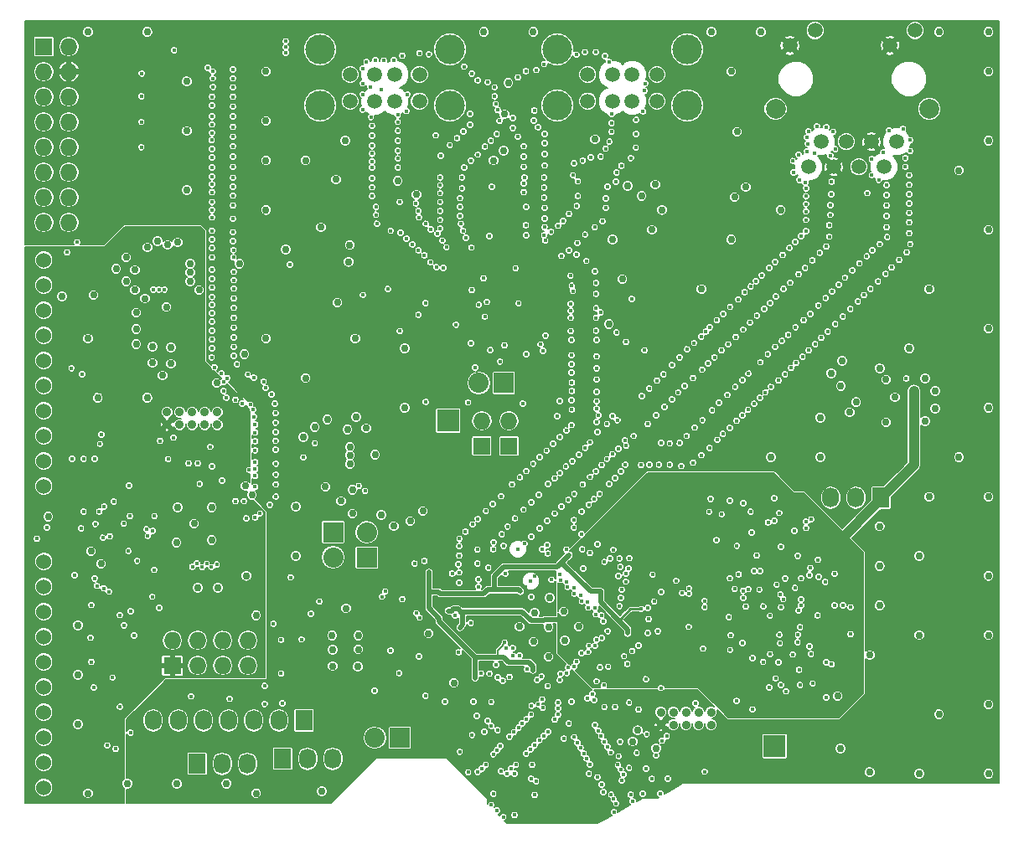
<source format=gbr>
G04 #@! TF.FileFunction,Copper,L3,Inr,Mixed*
%FSLAX46Y46*%
G04 Gerber Fmt 4.6, Leading zero omitted, Abs format (unit mm)*
G04 Created by KiCad (PCBNEW 0.201412111631+5320~19~ubuntu14.04.1-product) date Tue 23 Dec 2014 02:00:01 PM PST*
%MOMM*%
G01*
G04 APERTURE LIST*
%ADD10C,0.100000*%
%ADD11R,1.727200X2.032000*%
%ADD12O,1.727200X2.032000*%
%ADD13R,2.032000X2.032000*%
%ADD14O,2.032000X2.032000*%
%ADD15R,1.727200X1.727200*%
%ADD16O,1.727200X1.727200*%
%ADD17C,1.500000*%
%ADD18C,3.000000*%
%ADD19C,1.524000*%
%ADD20C,2.000000*%
%ADD21R,2.235200X2.235200*%
%ADD22C,0.889000*%
%ADD23C,0.431800*%
%ADD24C,0.762000*%
%ADD25C,0.228600*%
%ADD26C,0.508000*%
%ADD27C,0.203200*%
%ADD28C,1.016000*%
%ADD29C,0.254000*%
%ADD30C,0.127000*%
G04 APERTURE END LIST*
D10*
D11*
X187141172Y-99101150D03*
D12*
X184601172Y-99101150D03*
X182061172Y-99101150D03*
D13*
X138520000Y-123375000D03*
D14*
X135980000Y-123375000D03*
D11*
X118034000Y-125997000D03*
D12*
X120574000Y-125997000D03*
X123114000Y-125997000D03*
D15*
X102540000Y-53480000D03*
D16*
X105080000Y-53480000D03*
X102540000Y-56020000D03*
X105080000Y-56020000D03*
X102540000Y-58560000D03*
X105080000Y-58560000D03*
X102540000Y-61100000D03*
X105080000Y-61100000D03*
X102540000Y-63640000D03*
X105080000Y-63640000D03*
X102540000Y-66180000D03*
X105080000Y-66180000D03*
X102540000Y-68720000D03*
X105080000Y-68720000D03*
X102540000Y-71260000D03*
X105080000Y-71260000D03*
D11*
X128829000Y-121615500D03*
D12*
X126289000Y-121615500D03*
X123749000Y-121615500D03*
X121209000Y-121615500D03*
X118669000Y-121615500D03*
X116129000Y-121615500D03*
X113589000Y-121615500D03*
D15*
X149550000Y-93870000D03*
D16*
X149550000Y-91330000D03*
D15*
X146800000Y-93870000D03*
D16*
X146800000Y-91330000D03*
D13*
X135175000Y-105145000D03*
D14*
X135175000Y-102605000D03*
D13*
X131775000Y-102580000D03*
D14*
X131775000Y-105120000D03*
D13*
X149020000Y-87500000D03*
D14*
X146480000Y-87500000D03*
D15*
X115540000Y-116070000D03*
D16*
X115540000Y-113530000D03*
X118080000Y-116070000D03*
X118080000Y-113530000D03*
X120620000Y-116070000D03*
X120620000Y-113530000D03*
X123160000Y-116070000D03*
X123160000Y-113530000D03*
D17*
X164500000Y-59000000D03*
X162000000Y-59000000D03*
X160000000Y-59000000D03*
X157500000Y-59000000D03*
X164500000Y-56300000D03*
X162000000Y-56300000D03*
X160000000Y-56300000D03*
X157500000Y-56300000D03*
D18*
X167570000Y-59430000D03*
X167570000Y-53750000D03*
X154430000Y-59430000D03*
X154430000Y-53750000D03*
D19*
X102540000Y-75070000D03*
X102540000Y-77610000D03*
X102540000Y-80150000D03*
X102540000Y-82690000D03*
X102540000Y-85230000D03*
X102540000Y-87770000D03*
X102540000Y-90310000D03*
X102540000Y-92850000D03*
X102540000Y-95390000D03*
X102540000Y-97930000D03*
D17*
X140500000Y-59000000D03*
X138000000Y-59000000D03*
X136000000Y-59000000D03*
X133500000Y-59000000D03*
X140500000Y-56300000D03*
X138000000Y-56300000D03*
X136000000Y-56300000D03*
X133500000Y-56300000D03*
D18*
X143570000Y-59430000D03*
X143570000Y-53750000D03*
X130430000Y-59430000D03*
X130430000Y-53750000D03*
D19*
X102540000Y-105550000D03*
X102540000Y-108090000D03*
X102540000Y-110630000D03*
X102540000Y-113170000D03*
X102540000Y-115710000D03*
X102540000Y-118250000D03*
X102540000Y-120790000D03*
X102540000Y-123330000D03*
X102540000Y-125870000D03*
X102540000Y-128410000D03*
D17*
X188700000Y-63100000D03*
X187430000Y-65640000D03*
X186160000Y-63100000D03*
X184890000Y-65640000D03*
X183620000Y-63100000D03*
X182350000Y-65640000D03*
X181080000Y-63100000D03*
X179810000Y-65640000D03*
X177930000Y-53370000D03*
X180470000Y-51850000D03*
X188040000Y-53370000D03*
X190580000Y-51850000D03*
D20*
X192000000Y-59800000D03*
X176480000Y-59800000D03*
D21*
X143400000Y-91300000D03*
D22*
X114986000Y-91707000D03*
X114986000Y-90437000D03*
X116256000Y-91707000D03*
X116256000Y-90437000D03*
X117526000Y-91707000D03*
X117526000Y-90437000D03*
X118796000Y-91707000D03*
X118796000Y-90437000D03*
X120066000Y-91707000D03*
X120066000Y-90437000D03*
X164897000Y-122060000D03*
X164897000Y-120790000D03*
X166167000Y-122060000D03*
X166167000Y-120790000D03*
X167437000Y-122060000D03*
X167437000Y-120790000D03*
X168707000Y-122060000D03*
X168707000Y-120790000D03*
X169977000Y-122060000D03*
X169977000Y-120790000D03*
D11*
X126670000Y-125489000D03*
D12*
X129210000Y-125489000D03*
X131750000Y-125489000D03*
D21*
X176390500Y-124219000D03*
D23*
X153400000Y-103900000D03*
X152900000Y-104300000D03*
X160000000Y-90850000D03*
X159450000Y-91650000D03*
X142600000Y-68300000D03*
X142600000Y-69200000D03*
X142600000Y-70100000D03*
X142600000Y-71000000D03*
X142600000Y-71900000D03*
X142800000Y-73100000D03*
X142600000Y-66700000D03*
X142600000Y-67500000D03*
D24*
X117000000Y-68000000D03*
X117000000Y-62000000D03*
X117000000Y-57000000D03*
X107000000Y-52000000D03*
X113000000Y-52000000D03*
X113538000Y-85471000D03*
X107000000Y-83000000D03*
X108000000Y-89000000D03*
X113000000Y-89000000D03*
X129000000Y-87000000D03*
X125000000Y-83000000D03*
X125000000Y-56000000D03*
X125000000Y-61000000D03*
X125000000Y-65000000D03*
X125000000Y-70000000D03*
X127000000Y-74000000D03*
X133000000Y-63000000D03*
X129000000Y-65000000D03*
X149098000Y-60325000D03*
X148000000Y-65000000D03*
X149000000Y-64000000D03*
X147000000Y-52000000D03*
X152000000Y-52000000D03*
X172593000Y-62103000D03*
X175000000Y-52000000D03*
X170000000Y-52000000D03*
X172000000Y-56000000D03*
X177000000Y-70000000D03*
X172339000Y-68707000D03*
X169000000Y-78000000D03*
X172000000Y-73000000D03*
X165000000Y-70000000D03*
X164000000Y-72000000D03*
X160000000Y-73000000D03*
X161000000Y-77000000D03*
X134112000Y-90932000D03*
X134000000Y-83000000D03*
X139000000Y-84000000D03*
X139000000Y-90000000D03*
X132588000Y-99441000D03*
X128000000Y-105000000D03*
X128000000Y-100000000D03*
X131000000Y-98000000D03*
X123000000Y-107000000D03*
X124000000Y-111000000D03*
D23*
X102870000Y-102108000D03*
D24*
X103000000Y-101000000D03*
X106000000Y-117000000D03*
X107000000Y-129000000D03*
X115973580Y-128029619D03*
X111000000Y-128000000D03*
X106000000Y-122000000D03*
X106000000Y-112000000D03*
X121000000Y-128000000D03*
X124000000Y-129000000D03*
X193000000Y-121000000D03*
X195000000Y-95000000D03*
X191000000Y-105000000D03*
X191000000Y-113000000D03*
X186000000Y-115000000D03*
X187000000Y-110000000D03*
X187000000Y-106000000D03*
X187000000Y-102000000D03*
X192000000Y-99000000D03*
X183966173Y-90465148D03*
X176000000Y-95000000D03*
X181000000Y-95000000D03*
X181000000Y-91000000D03*
X195000000Y-66000000D03*
X190000000Y-84000000D03*
X192000000Y-78000000D03*
D23*
X182150000Y-115950000D03*
D24*
X182750000Y-119150000D03*
X183050000Y-124450000D03*
X186000000Y-126850000D03*
X193000000Y-52000000D03*
X198000000Y-52000000D03*
X198000000Y-56000000D03*
X198000000Y-63000000D03*
X198000000Y-72000000D03*
X198000000Y-82000000D03*
X198000000Y-90000000D03*
X198000000Y-99000000D03*
X198000000Y-107000000D03*
X198000000Y-113000000D03*
X198000000Y-120000000D03*
X198000000Y-127000000D03*
X191000000Y-127000000D03*
D23*
X153450000Y-118150000D03*
X152500000Y-120000000D03*
X152950000Y-120350000D03*
X149200000Y-106800000D03*
X140450000Y-115150000D03*
X169150000Y-114350000D03*
X169300000Y-126800000D03*
X126523580Y-113479619D03*
X112400000Y-63650000D03*
X112400000Y-61100000D03*
X112400000Y-58500000D03*
X112450000Y-56200000D03*
X101854000Y-103251000D03*
X104902000Y-74295000D03*
X105918000Y-73279000D03*
X145817054Y-123084155D03*
X147383500Y-121666000D03*
X147050000Y-122750000D03*
X146296975Y-121165525D03*
X147764500Y-119761000D03*
X115697000Y-53848000D03*
X147764500Y-130175000D03*
X148336000Y-130746500D03*
X148971000Y-131381500D03*
X160621598Y-107027637D03*
X172753082Y-106846573D03*
X156890794Y-102788794D03*
X172339000Y-108331000D03*
X156083000Y-102108000D03*
X163576000Y-110236000D03*
X164211000Y-109601000D03*
X159194500Y-105600500D03*
X160956572Y-127707226D03*
X161096610Y-127073960D03*
X159817523Y-124845334D03*
X159500026Y-124295403D03*
X159182529Y-123745479D03*
X158547522Y-122645627D03*
X158865026Y-123195549D03*
X158230025Y-122095699D03*
D24*
X111887000Y-83566000D03*
X111887000Y-82042000D03*
X111887000Y-80391000D03*
D23*
X155067000Y-123444000D03*
X155575000Y-121920000D03*
X122777378Y-99442622D03*
X121920000Y-99442622D03*
X123900000Y-96900000D03*
X123900000Y-95500000D03*
X123900000Y-96200000D03*
X123900000Y-98000000D03*
D24*
X123571000Y-98806000D03*
D23*
X123900000Y-94300000D03*
X127430000Y-75510000D03*
X158790000Y-80370000D03*
X155890000Y-77660000D03*
X150220000Y-75900000D03*
X147580000Y-72650000D03*
X146970000Y-76920000D03*
X138530000Y-82250000D03*
X141150000Y-89410000D03*
X145410000Y-89460000D03*
X154670000Y-89310000D03*
X150930000Y-89570000D03*
X146140000Y-85950000D03*
X148640000Y-85320000D03*
X177030000Y-110180000D03*
X182450000Y-106800000D03*
X183300000Y-110000000D03*
X179050000Y-110000000D03*
X184050000Y-112900000D03*
X178750000Y-112950000D03*
X178850000Y-116500000D03*
X176883399Y-112966601D03*
X175220000Y-115700000D03*
X171900000Y-114500000D03*
X171750000Y-111150000D03*
X171950000Y-113000000D03*
X163650000Y-111379619D03*
X163550000Y-112800000D03*
D24*
X162052000Y-123761500D03*
D23*
X152603546Y-123647486D03*
X152149522Y-124101509D03*
X153047591Y-123203441D03*
X153476668Y-122774364D03*
X144573580Y-124779619D03*
X148373580Y-122579619D03*
D24*
X143973580Y-117829619D03*
X141423580Y-112829619D03*
D23*
X144473580Y-114729619D03*
D24*
X130623580Y-128779619D03*
X133073580Y-110279619D03*
X131723580Y-116129619D03*
X131723580Y-114479619D03*
X131673580Y-113029619D03*
X134323580Y-113029619D03*
X134323580Y-114429619D03*
X134273580Y-116179619D03*
D23*
X126523580Y-116879619D03*
X129921000Y-93599000D03*
D24*
X136017000Y-94742000D03*
X133477000Y-93980000D03*
X133477000Y-95694500D03*
X133477000Y-94805500D03*
X131191000Y-91186000D03*
X128778000Y-92964000D03*
X129921000Y-91948000D03*
X133229206Y-92202000D03*
X135128000Y-92075000D03*
X133731000Y-98298000D03*
D23*
X134366000Y-97917000D03*
X135001000Y-98425000D03*
D24*
X140843000Y-100457000D03*
X139573000Y-101473000D03*
X136652000Y-100838000D03*
X137922000Y-101981000D03*
X133731000Y-100711000D03*
D23*
X154495500Y-119824500D03*
X154495500Y-120396000D03*
X154495500Y-121031000D03*
X154178000Y-121539000D03*
X151828500Y-120142000D03*
X149606000Y-123253500D03*
X150050500Y-122809000D03*
X150495000Y-122364500D03*
X150876000Y-121920000D03*
X151320500Y-121475500D03*
X151765000Y-121031000D03*
X148653500Y-124206000D03*
X148336000Y-124650500D03*
X147955000Y-125031500D03*
X146367500Y-126809500D03*
X146812000Y-126492000D03*
X147193000Y-126111000D03*
X145415000Y-126873000D03*
X147955000Y-129032000D03*
X150114000Y-131191000D03*
X150114000Y-127000000D03*
X151765000Y-127508000D03*
X152273000Y-127762000D03*
X152146000Y-129159000D03*
X148717000Y-126746000D03*
X149352000Y-127000000D03*
X149733000Y-126492000D03*
X150241000Y-126111000D03*
X151892000Y-126111000D03*
X151263927Y-124987104D03*
X151712961Y-124538070D03*
X157613874Y-126997489D03*
X160638463Y-125251241D03*
X159063587Y-128873468D03*
X160151591Y-130884952D03*
X161837070Y-129105290D03*
X162021341Y-129805451D03*
X159876019Y-129137642D03*
X160130018Y-129577582D03*
X160384018Y-130017522D03*
X158489808Y-127371654D03*
X158902553Y-128086557D03*
X160833522Y-126605094D03*
X160547774Y-126110158D03*
X156140305Y-123302199D03*
X156457806Y-123852126D03*
X156775309Y-124402049D03*
X157092804Y-124951980D03*
X157410305Y-125501904D03*
X157727806Y-126051828D03*
X160782000Y-123761500D03*
X162623500Y-120523000D03*
X158132518Y-119554297D03*
X159194500Y-120269000D03*
X160274000Y-120269000D03*
X161671000Y-119824500D03*
D24*
X188538174Y-88941150D03*
X187649171Y-87163148D03*
X187014174Y-86020149D03*
X183077173Y-87798149D03*
X183204172Y-85258149D03*
X184627140Y-89428274D03*
X192602171Y-88306148D03*
X191586174Y-87036150D03*
X191586173Y-91354147D03*
X192602174Y-90084149D03*
X173482000Y-67691000D03*
X164338000Y-67437000D03*
X162941000Y-68580000D03*
X158242000Y-62865000D03*
X132080000Y-66929000D03*
X130556000Y-71755000D03*
X104394000Y-78740000D03*
X107569000Y-78613000D03*
D23*
X105664000Y-106934000D03*
D24*
X120015000Y-87503000D03*
X122809000Y-84582000D03*
D23*
X113728500Y-100965000D03*
D24*
X115951000Y-103632000D03*
D23*
X117553139Y-106075960D03*
X118110000Y-95631000D03*
X117157500Y-95631000D03*
X111252000Y-100965000D03*
X110617000Y-101727000D03*
D24*
X108331000Y-105791000D03*
X107315000Y-104521000D03*
X122936000Y-97917000D03*
X117729000Y-101727000D03*
X119507000Y-100076000D03*
X116078000Y-100076000D03*
X119507000Y-103378000D03*
X120142000Y-108204000D03*
X118110000Y-108204000D03*
X111760000Y-78105000D03*
X114554000Y-86741000D03*
X113538000Y-83820000D03*
X112776000Y-78958488D03*
X118237000Y-78105000D03*
X117348000Y-76327000D03*
X117348000Y-77216000D03*
X115062000Y-73533000D03*
X113030000Y-73787000D03*
X114046000Y-73152000D03*
X110871000Y-77216000D03*
X110871000Y-74803000D03*
X109855000Y-75946000D03*
D23*
X111176000Y-97866500D03*
D24*
X114935000Y-79819500D03*
D23*
X114173000Y-78041500D03*
X114744500Y-78041500D03*
X113601500Y-78041500D03*
D24*
X153550000Y-112170000D03*
X150622000Y-112141000D03*
X152019000Y-113665000D03*
X153543000Y-115189000D03*
X155194000Y-113538000D03*
X156591000Y-112141000D03*
X155067000Y-110617000D03*
X153670000Y-109220000D03*
X152146000Y-110744000D03*
D23*
X147800000Y-67650000D03*
X142150000Y-62450000D03*
X140000000Y-105750000D03*
X143800000Y-106750000D03*
X147950000Y-104300000D03*
X185750000Y-68300000D03*
X119120000Y-55640000D03*
X121750000Y-77100000D03*
X121650000Y-72250000D03*
X121650000Y-73150000D03*
X121700000Y-74050000D03*
X121700000Y-74800000D03*
X119600000Y-56000000D03*
X121650000Y-70900000D03*
X121650000Y-69550000D03*
X121650000Y-68550000D03*
X121650000Y-67650000D03*
X121650000Y-66750000D03*
X121650000Y-65650000D03*
X121650000Y-64600000D03*
X121650000Y-63550000D03*
X121650000Y-62600000D03*
X121650000Y-61600000D03*
X121650000Y-60550000D03*
X121650000Y-59550000D03*
X121650000Y-58550000D03*
X121650000Y-57600000D03*
X121650000Y-56700000D03*
X121650000Y-55800000D03*
X121750000Y-76250000D03*
X122050000Y-85600000D03*
X121750000Y-84750000D03*
X121750000Y-83850000D03*
X121750000Y-82900000D03*
X121750000Y-81900000D03*
X121750000Y-80900000D03*
X121750000Y-79900000D03*
X121750000Y-78950000D03*
X121750000Y-77950000D03*
X124400000Y-100700000D03*
X123900000Y-101100000D03*
X123000000Y-101200000D03*
X123150000Y-86650000D03*
X125400000Y-99800000D03*
X126000000Y-99000000D03*
X126000000Y-97750000D03*
X126000000Y-96750000D03*
X126000000Y-95650000D03*
X125950000Y-94250000D03*
X125950000Y-93350000D03*
X125950000Y-92450000D03*
X125950000Y-91500000D03*
X125950000Y-90550000D03*
X125900000Y-89600000D03*
X125550000Y-88650000D03*
X124950000Y-88000000D03*
X124750000Y-87350000D03*
X123750000Y-86950000D03*
X123900000Y-93400000D03*
X123900000Y-92500000D03*
X123900000Y-91700000D03*
X123800000Y-90900000D03*
X123700000Y-90200000D03*
X123400000Y-89700000D03*
X122600000Y-89600000D03*
X121900000Y-89200000D03*
X121000000Y-89000000D03*
X120700000Y-88300000D03*
X120700000Y-87400000D03*
X121100000Y-87000000D03*
X120500000Y-86500000D03*
X119800000Y-85900000D03*
X119550000Y-68200000D03*
X119550000Y-67400000D03*
X119550000Y-66650000D03*
X119550000Y-69200000D03*
X119550000Y-70000000D03*
X119550000Y-70750000D03*
X119550000Y-72100000D03*
X119550000Y-73000000D03*
X119550000Y-73850000D03*
X119550000Y-74800000D03*
X119550000Y-76050000D03*
X119550000Y-76950000D03*
X119550000Y-77850000D03*
X119550000Y-78800000D03*
X119550000Y-79600000D03*
X119550000Y-80450000D03*
X119550000Y-81300000D03*
X119550000Y-82200000D03*
X119550000Y-83100000D03*
X119550000Y-84000000D03*
X119500000Y-84900000D03*
X119550000Y-58550000D03*
X119550000Y-59450000D03*
X119550000Y-60550000D03*
X119550000Y-61350000D03*
X119550000Y-62200000D03*
X119500000Y-62950000D03*
X119550000Y-63850000D03*
X119550000Y-64700000D03*
X119550000Y-65700000D03*
X119600000Y-56700000D03*
X119650000Y-57550000D03*
X146450000Y-107350000D03*
X146450000Y-108100000D03*
X146350000Y-105750000D03*
X146350000Y-104350000D03*
X148000000Y-103600000D03*
X149000000Y-103950000D03*
X148800000Y-102800000D03*
X149400000Y-102000000D03*
X150150000Y-101200000D03*
X151000000Y-100300000D03*
X151800000Y-99550000D03*
X152550000Y-98800000D03*
X158400000Y-91450000D03*
X158500000Y-92450000D03*
X157750000Y-93500000D03*
X157250000Y-94050000D03*
X156600000Y-94750000D03*
X155950000Y-95400000D03*
X155300000Y-95950000D03*
X154700000Y-96600000D03*
X154150000Y-97150000D03*
X153500000Y-97700000D03*
X155750000Y-76650000D03*
X156000000Y-78200000D03*
X155800000Y-79500000D03*
X155800000Y-80200000D03*
X155800000Y-80900000D03*
X155850000Y-91750000D03*
X155350000Y-92300000D03*
X154700000Y-92950000D03*
X154000000Y-93650000D03*
X153350000Y-94350000D03*
X152650000Y-95000000D03*
X152000000Y-95650000D03*
X151300000Y-96400000D03*
X150650000Y-97050000D03*
X149850000Y-97750000D03*
X148750000Y-98950000D03*
X147900000Y-99750000D03*
X147200000Y-100450000D03*
X146400000Y-101250000D03*
X145850000Y-101800000D03*
X145150000Y-102550000D03*
X144550000Y-103250000D03*
X144500000Y-104000000D03*
X144500000Y-104950000D03*
X144450000Y-105850000D03*
X144500000Y-106650000D03*
X144500000Y-107700000D03*
X155850000Y-83150000D03*
X155800000Y-82250000D03*
X155900000Y-90200000D03*
X155850000Y-89250000D03*
X155900000Y-88300000D03*
X155900000Y-87450000D03*
X155850000Y-86450000D03*
X155850000Y-85600000D03*
X155850000Y-84700000D03*
X153800000Y-72200000D03*
X154500000Y-71600000D03*
X155000000Y-71100000D03*
X155600000Y-70400000D03*
X156400000Y-69600000D03*
X156500000Y-68600000D03*
X156500000Y-67100000D03*
X156000000Y-66500000D03*
X156100000Y-65300000D03*
X157000000Y-65000000D03*
X157800000Y-64700000D03*
X158800000Y-64600000D03*
X159300000Y-63800000D03*
X159700000Y-63100000D03*
X159900000Y-62100000D03*
X159900000Y-61200000D03*
X159900000Y-60300000D03*
X153100000Y-72550000D03*
X153150000Y-71750000D03*
X153150000Y-70850000D03*
X153150000Y-69800000D03*
X153100000Y-68750000D03*
X153100000Y-67750000D03*
X153100000Y-66700000D03*
X153150000Y-65500000D03*
X153150000Y-64350000D03*
X153150000Y-63250000D03*
X153150000Y-62300000D03*
X152500000Y-61650000D03*
X152050000Y-60950000D03*
X152100000Y-59950000D03*
X153200000Y-73100000D03*
X151250000Y-71550000D03*
X151300000Y-72550000D03*
X159650000Y-55050000D03*
X159250000Y-54450000D03*
X158300000Y-54050000D03*
X157200000Y-54050000D03*
X156350000Y-54300000D03*
X144800000Y-66700000D03*
X144800000Y-67800000D03*
X144600000Y-68800000D03*
X144600000Y-69700000D03*
X144600000Y-70600000D03*
X144700000Y-71400000D03*
X144900000Y-72100000D03*
X145200000Y-72800000D03*
X145750000Y-73800000D03*
X145000000Y-65700000D03*
X145700000Y-65000000D03*
X146400000Y-64400000D03*
X147100000Y-63600000D03*
X147700000Y-63000000D03*
X148300000Y-62300000D03*
X148600000Y-61000000D03*
X148400000Y-59900000D03*
X148200000Y-59300000D03*
X148100000Y-58500000D03*
X148100000Y-57600000D03*
X147400000Y-57100000D03*
X146400000Y-56900000D03*
X145800000Y-56200000D03*
X145000000Y-55500000D03*
X141450000Y-54250000D03*
X140500000Y-54150000D03*
X138750000Y-54400000D03*
X137900000Y-54850000D03*
X136900000Y-54900000D03*
X136050000Y-54850000D03*
X135150000Y-55050000D03*
X134750000Y-55700000D03*
X134750000Y-57200000D03*
X135550000Y-57550000D03*
X136650000Y-57850000D03*
X138500000Y-69200000D03*
X143220000Y-73780000D03*
X140150000Y-69350000D03*
X140400000Y-70100000D03*
X140450000Y-70750000D03*
X141150000Y-71400000D03*
X141650000Y-71950000D03*
X142300000Y-72400000D03*
X138300000Y-65700000D03*
X138300000Y-64800000D03*
X138300000Y-64000000D03*
X138300000Y-63000000D03*
X138300000Y-62000000D03*
X138300000Y-61100000D03*
X138300000Y-60400000D03*
X139200000Y-60000000D03*
X139300000Y-58300000D03*
D24*
X138303000Y-67056000D03*
D23*
X134750000Y-58300000D03*
X134750000Y-59850000D03*
X135600000Y-60600000D03*
X135700000Y-61500000D03*
X135700000Y-62500000D03*
X135700000Y-63500000D03*
X135700000Y-64300000D03*
X135700000Y-65100000D03*
X135700000Y-65700000D03*
X135700000Y-66800000D03*
X135700000Y-67700000D03*
X135700000Y-68600000D03*
X136100000Y-69700000D03*
X136100000Y-70500000D03*
X136200000Y-71400000D03*
X137600000Y-72100000D03*
X138600000Y-72300000D03*
X139200000Y-72900000D03*
X139800000Y-73500000D03*
X140400000Y-74100000D03*
X141000000Y-74600000D03*
X141600000Y-75300000D03*
X142200000Y-75800000D03*
X142900000Y-75850000D03*
X163700000Y-88050000D03*
X164500000Y-87250000D03*
X165150000Y-86600000D03*
X166000000Y-85700000D03*
X166800000Y-84900000D03*
X167550000Y-84100000D03*
X168250000Y-83450000D03*
X168950000Y-82800000D03*
X169450000Y-82300000D03*
X169850000Y-81850000D03*
X170550000Y-81150000D03*
X171200000Y-80500000D03*
X171900000Y-79800000D03*
X172700000Y-79050000D03*
X173350000Y-78300000D03*
X173950000Y-77750000D03*
X174500000Y-77200000D03*
X175100000Y-76600000D03*
X175850000Y-75850000D03*
X176450000Y-75250000D03*
X177200000Y-74550000D03*
X177900000Y-73850000D03*
X178450000Y-73250000D03*
X179050000Y-72650000D03*
X179550000Y-72150000D03*
X179550000Y-71000000D03*
X179550000Y-70150000D03*
X179550000Y-69400000D03*
X179550000Y-68600000D03*
X179550000Y-67800000D03*
X179500000Y-67250000D03*
X178900000Y-66950000D03*
X178300000Y-66200000D03*
X178250000Y-65050000D03*
X182000000Y-64500000D03*
X182500000Y-63850000D03*
X182300000Y-62100000D03*
X181600000Y-61650000D03*
X180650000Y-61550000D03*
X179800000Y-62050000D03*
X179650000Y-64100000D03*
X178800000Y-64400000D03*
X162950000Y-88800000D03*
X157000000Y-97750000D03*
X157750000Y-97000000D03*
X158300000Y-96450000D03*
X158900000Y-95800000D03*
X159450000Y-95200000D03*
X156090000Y-101360000D03*
X156150000Y-98700000D03*
X155550000Y-99300000D03*
X154850000Y-100000000D03*
X154150000Y-100700000D03*
X153400000Y-101450000D03*
X152650000Y-102200000D03*
X151800000Y-103050000D03*
X151100000Y-103750000D03*
X163550000Y-91650000D03*
X164400000Y-90750000D03*
X165250000Y-89900000D03*
X166000000Y-89150000D03*
X166650000Y-88450000D03*
X167300000Y-87800000D03*
X168150000Y-87000000D03*
X169050000Y-86150000D03*
X169650000Y-85500000D03*
X170300000Y-84900000D03*
X171000000Y-84200000D03*
X171700000Y-83600000D03*
X172450000Y-82850000D03*
X173200000Y-82100000D03*
X173900000Y-81400000D03*
X174600000Y-80700000D03*
X175350000Y-80000000D03*
X175950000Y-79400000D03*
X176500000Y-78750000D03*
X177300000Y-78000000D03*
X177950000Y-77350000D03*
X178800000Y-76500000D03*
X179450000Y-75850000D03*
X180200000Y-75100000D03*
X180950000Y-74350000D03*
X181600000Y-73700000D03*
X181900000Y-72700000D03*
X181900000Y-71550000D03*
X182000000Y-70500000D03*
X182000000Y-69500000D03*
X182100000Y-68400000D03*
X182150000Y-67150000D03*
X158700000Y-98700000D03*
X158150000Y-99250000D03*
X157600000Y-99800000D03*
X156900000Y-100500000D03*
X164910000Y-93570000D03*
X189600000Y-65650000D03*
X189600000Y-64750000D03*
X190100000Y-64050000D03*
X190100000Y-62950000D03*
X189350000Y-61800000D03*
X187950000Y-61950000D03*
X187350000Y-64200000D03*
X186200000Y-64850000D03*
X186200000Y-66500000D03*
X186900000Y-66950000D03*
X187700000Y-67500000D03*
X187700000Y-68500000D03*
X187700000Y-69550000D03*
X187700000Y-70600000D03*
X187700000Y-71750000D03*
X187750000Y-72750000D03*
X187000000Y-73450000D03*
X186250000Y-74100000D03*
X185700000Y-74700000D03*
X184950000Y-75400000D03*
X184250000Y-76100000D03*
X183500000Y-76850000D03*
X182850000Y-77550000D03*
X182200000Y-78250000D03*
X181550000Y-78900000D03*
X180800000Y-79650000D03*
X180000000Y-80500000D03*
X179300000Y-81150000D03*
X178500000Y-81850000D03*
X177750000Y-82650000D03*
X177100000Y-83250000D03*
X176450000Y-83850000D03*
X175700000Y-84600000D03*
X174950000Y-85400000D03*
X173750000Y-86550000D03*
X173150000Y-87200000D03*
X172400000Y-87900000D03*
X171600000Y-88700000D03*
X170750000Y-89500000D03*
X170050000Y-90250000D03*
X169100000Y-91250000D03*
X168300000Y-92000000D03*
X167500000Y-92850000D03*
X166800000Y-93550000D03*
X165800000Y-93600000D03*
X189738000Y-74295000D03*
X188976000Y-75057000D03*
X188214000Y-75819000D03*
X187579000Y-76454000D03*
X186817000Y-77216000D03*
X186055000Y-77978000D03*
X185420000Y-78613000D03*
X184785000Y-79248000D03*
X184023000Y-80010000D03*
X183261000Y-80772000D03*
X182499000Y-81534000D03*
X181737000Y-82296000D03*
X181102000Y-82931000D03*
X180467000Y-83566000D03*
X179832000Y-84201000D03*
X179197000Y-84836000D03*
X178562000Y-85471000D03*
X178054000Y-85979000D03*
X177419000Y-86614000D03*
X176784000Y-87249000D03*
X176000000Y-87900000D03*
X175450000Y-88450000D03*
X174900000Y-89000000D03*
X174300000Y-89600000D03*
X173700000Y-90200000D03*
X173150000Y-90750000D03*
X172527611Y-91319523D03*
X171850000Y-92050000D03*
X171150000Y-92650000D03*
X170600000Y-93250000D03*
X169800000Y-94050000D03*
X169000000Y-94800000D03*
X168150000Y-95550000D03*
X166950000Y-95900000D03*
X190000000Y-68400000D03*
X190000000Y-70300000D03*
X190000000Y-67450000D03*
X190000000Y-69350000D03*
X190000000Y-66500000D03*
X190100000Y-73450000D03*
X190000000Y-72350000D03*
X190000000Y-71250000D03*
X159650000Y-97700000D03*
X160250000Y-97100000D03*
X160850000Y-96450000D03*
X162900000Y-95800000D03*
X163750000Y-95750000D03*
X164700000Y-95750000D03*
X165800000Y-95750000D03*
D24*
X182121573Y-86513651D03*
D23*
X165000000Y-123672580D03*
D24*
X162560000Y-122618500D03*
X115400000Y-83900000D03*
X115400000Y-85550000D03*
D23*
X164846000Y-129032000D03*
X165608000Y-127508000D03*
X163957000Y-127508000D03*
X163068000Y-129032000D03*
X162433000Y-124904500D03*
X163385500Y-126492000D03*
X161671000Y-126428500D03*
X164401500Y-125161244D03*
X147447000Y-106172000D03*
X142650000Y-64500000D03*
X143550000Y-63450000D03*
X144300000Y-62750000D03*
X144950000Y-62050000D03*
X145600000Y-61400000D03*
X145600000Y-60300000D03*
X151300000Y-69700000D03*
X151050000Y-68200000D03*
X151050000Y-67300000D03*
X151100000Y-66700000D03*
X151050000Y-65650000D03*
X151050000Y-64600000D03*
X151050000Y-63550000D03*
X150450000Y-62600000D03*
X149950000Y-61700000D03*
X149950000Y-60700000D03*
X150450000Y-56600000D03*
X151250000Y-55950000D03*
X152300000Y-55850000D03*
X153100000Y-55250000D03*
D24*
X149479000Y-57150000D03*
D23*
X160900000Y-65550000D03*
X161850000Y-64750000D03*
X162350000Y-63700000D03*
X162400000Y-62300000D03*
X162400000Y-60900000D03*
X163100000Y-60050000D03*
D24*
X161544000Y-67564000D03*
D23*
X163250000Y-57950000D03*
X163300000Y-57200000D03*
X160400000Y-66200000D03*
X160350000Y-67150000D03*
X159500000Y-67650000D03*
X159350000Y-68850000D03*
X159350000Y-69800000D03*
X158350000Y-79950000D03*
X158350000Y-80900000D03*
X158350000Y-82200000D03*
X158350000Y-78500000D03*
X158350000Y-77400000D03*
X158250000Y-76200000D03*
X157350000Y-75150000D03*
X156350000Y-74500000D03*
X154850000Y-74650000D03*
X155600000Y-74100000D03*
X156450000Y-73350000D03*
X157250000Y-72500000D03*
X158200000Y-71750000D03*
X159000000Y-71150000D03*
X158400000Y-83150000D03*
X158400000Y-84800000D03*
X158400000Y-86000000D03*
X158400000Y-87150000D03*
X158400000Y-88400000D03*
X158400000Y-89350000D03*
X158400000Y-90100000D03*
X161250000Y-93300000D03*
X160600000Y-94150000D03*
X160000000Y-94700000D03*
X179650000Y-62650000D03*
X180400000Y-64300000D03*
X179750000Y-63300000D03*
X162900000Y-110350000D03*
X158813500Y-108585000D03*
X141473580Y-106629619D03*
X149125000Y-113750000D03*
X146123580Y-117329619D03*
X142500000Y-111300000D03*
X147400000Y-108400000D03*
X150700000Y-108575000D03*
X161550000Y-112800000D03*
X151975000Y-116550000D03*
X150675000Y-115750000D03*
X155600000Y-104900000D03*
X152950000Y-106100000D03*
X152844500Y-117157500D03*
X155873580Y-119729619D03*
X152908000Y-119507000D03*
X163449000Y-122999500D03*
D24*
X164401500Y-124437341D03*
D23*
X144600000Y-112250000D03*
X167550000Y-114650000D03*
X143414805Y-110534841D03*
X174117000Y-107442000D03*
X174184774Y-109071933D03*
X179120000Y-114810000D03*
X181830000Y-115000000D03*
X180980000Y-116940000D03*
X173260000Y-116130000D03*
X174000000Y-112590000D03*
X167430000Y-111340000D03*
X182060000Y-104966601D03*
X181770000Y-109740000D03*
X178880000Y-111320000D03*
X181950000Y-111650000D03*
X181840000Y-112590000D03*
X174060000Y-111010000D03*
X176880000Y-114950000D03*
X176840000Y-111040000D03*
X189681173Y-87036149D03*
X161723580Y-111579619D03*
D24*
X190464173Y-88276148D03*
X187649171Y-91481148D03*
D23*
X158226277Y-116473255D03*
X160873580Y-112779619D03*
X159690000Y-111773000D03*
X157543500Y-107061000D03*
X143129000Y-114681000D03*
X108050000Y-55150000D03*
X154203400Y-104663704D03*
X155067000Y-103124000D03*
X154305000Y-82550000D03*
X142540000Y-76790000D03*
X155373580Y-119329619D03*
D24*
X135509000Y-100711000D03*
X129540000Y-95758000D03*
X130302000Y-96520000D03*
X137922000Y-100014312D03*
X134626207Y-99441000D03*
X140843000Y-98552000D03*
X186061674Y-86083649D03*
X186760172Y-91735147D03*
X186252175Y-89195146D03*
X185109174Y-85258149D03*
D23*
X148550000Y-113700000D03*
X147500000Y-75500000D03*
X148800000Y-74450000D03*
X124650000Y-124400000D03*
X128450000Y-127800000D03*
X148150000Y-84700000D03*
X142900000Y-82700000D03*
X148250000Y-76200000D03*
X160850000Y-122500000D03*
X145150000Y-95850000D03*
X179100000Y-122900000D03*
X138050000Y-110150000D03*
X148600000Y-81950000D03*
X129400000Y-117250000D03*
X119073580Y-117779619D03*
X155200000Y-78100000D03*
X147900000Y-95850000D03*
X152150000Y-107000000D03*
X153150000Y-126150000D03*
X157400000Y-118500000D03*
X153400000Y-117450000D03*
X147825000Y-111400000D03*
X150600000Y-109200000D03*
X151200000Y-108125000D03*
X149450000Y-107300000D03*
X141350000Y-113950000D03*
X145669000Y-113411000D03*
X152400000Y-117538500D03*
X147764500Y-122174000D03*
X157988000Y-118935500D03*
X155384500Y-116840000D03*
X173482000Y-110109000D03*
X175226535Y-110088460D03*
X173228000Y-109220000D03*
X174860575Y-108407913D03*
X182423000Y-109995000D03*
X178232000Y-114948000D03*
D24*
X132207000Y-79375000D03*
X159639000Y-81534000D03*
X111760002Y-76073000D03*
X117348000Y-75438000D03*
X122301000Y-75438000D03*
D23*
X121920000Y-98171000D03*
X121285000Y-95758000D03*
X106172000Y-108331000D03*
X106934000Y-109347000D03*
X116205000Y-108204000D03*
X117094000Y-109347000D03*
X117030700Y-105877646D03*
X117094000Y-97663000D03*
X109855000Y-102870000D03*
X111252000Y-102870000D03*
D24*
X109093000Y-78613000D03*
X116459000Y-86995000D03*
X117729000Y-85471000D03*
X117856000Y-83947000D03*
X115316000Y-82423000D03*
X115316000Y-81280000D03*
X118237000Y-82423000D03*
X118237000Y-81280000D03*
X118237000Y-80137000D03*
X118237000Y-79121000D03*
X117348000Y-74422000D03*
D23*
X110640000Y-111990000D03*
X111100000Y-104500000D03*
X127000000Y-52950000D03*
X127000000Y-53530500D03*
X127000000Y-54102000D03*
D24*
X133450000Y-73550000D03*
X140208000Y-68453000D03*
X133350000Y-75250000D03*
D23*
X149607875Y-117222875D03*
X165481000Y-123190000D03*
X154686000Y-117538500D03*
X151384000Y-116459000D03*
X130400000Y-109600000D03*
X149276000Y-114338400D03*
X146736000Y-116878419D03*
X128575000Y-113424000D03*
X129527500Y-110820500D03*
X126650000Y-119900000D03*
X125750000Y-111850000D03*
X124850000Y-119950000D03*
X135973580Y-118629619D03*
X149911000Y-114313000D03*
X148257225Y-115989420D03*
X136703000Y-109106000D03*
X137592000Y-114567000D03*
X123300000Y-96300000D03*
X124850000Y-118129619D03*
X140506396Y-111227042D03*
X137033000Y-108585000D03*
X151800000Y-109125000D03*
X140174618Y-110777382D03*
X138746627Y-109349390D03*
X153450000Y-104750000D03*
X144098294Y-111027590D03*
X153850000Y-107400000D03*
X127475000Y-107150000D03*
X145669000Y-111760000D03*
X155350000Y-104350000D03*
X149098000Y-83693000D03*
X153250000Y-82700000D03*
X160400000Y-82400000D03*
X144200000Y-81600000D03*
X145700000Y-83500000D03*
X118300000Y-97700000D03*
X138450000Y-116850000D03*
X110210000Y-110970000D03*
X109200000Y-103000000D03*
X119491768Y-106114212D03*
X106400000Y-86600000D03*
X106550000Y-95150000D03*
X108650000Y-100000000D03*
X118999000Y-105791000D03*
X105350000Y-86000000D03*
X105400000Y-95150000D03*
X108150000Y-100500000D03*
X108350000Y-92700000D03*
X114300000Y-93350000D03*
X108225000Y-93675000D03*
X119350000Y-93950000D03*
X107700000Y-95150000D03*
X115100000Y-95200000D03*
X118004617Y-105746661D03*
X107750000Y-101750000D03*
X118553586Y-106128457D03*
X106550000Y-100500000D03*
X112900000Y-102298520D03*
X106300000Y-102200000D03*
X107250000Y-113250000D03*
X107350000Y-109950000D03*
X107900000Y-108000000D03*
X107350000Y-115700000D03*
X108600000Y-108250000D03*
X107600000Y-118300000D03*
X110250000Y-120250000D03*
X113050000Y-102950000D03*
X113500000Y-109100000D03*
X111300000Y-122850000D03*
X111310000Y-110560000D03*
X108950000Y-124150000D03*
X113550000Y-102450000D03*
X109800000Y-124500000D03*
X141097000Y-119126000D03*
X158600000Y-90750000D03*
X154400000Y-90850000D03*
X141000000Y-105500000D03*
X115640000Y-93020000D03*
X164897000Y-118338560D03*
X156380600Y-115686639D03*
X158380064Y-117651673D03*
X156122261Y-116182150D03*
X159122229Y-118067311D03*
X168402000Y-119888000D03*
X157480000Y-119380000D03*
X154749500Y-116903500D03*
X169291000Y-110172500D03*
X162650000Y-114050000D03*
X169291000Y-109537500D03*
X158928000Y-113297000D03*
X163374313Y-117458751D03*
X155524917Y-116286386D03*
D24*
X116078000Y-73279000D03*
D23*
X128773580Y-95029619D03*
X119523580Y-95929619D03*
X151300000Y-84600000D03*
X147660000Y-84180000D03*
X150596813Y-115075000D03*
X148900000Y-117600000D03*
X181617000Y-119282000D03*
X181617000Y-115726000D03*
X176918000Y-113821000D03*
X177542637Y-118674122D03*
X175824632Y-118288870D03*
X175917813Y-114924635D03*
X174930000Y-106502500D03*
X176480764Y-117383519D03*
X156896000Y-114821000D03*
X174168000Y-115329000D03*
X174168000Y-120510580D03*
X158746972Y-116270406D03*
X157531000Y-114694000D03*
X172517000Y-119647000D03*
X173152000Y-113805000D03*
X159559812Y-116191486D03*
X180220000Y-117885000D03*
X157614000Y-114075000D03*
X179912020Y-114117399D03*
X161493516Y-115925550D03*
X161160000Y-115120000D03*
X158249000Y-114075000D03*
X180045872Y-114892572D03*
X178950000Y-118012000D03*
X177024271Y-118016250D03*
X176791000Y-115726000D03*
X162000000Y-114600000D03*
X158376000Y-113440000D03*
X164592000Y-112585500D03*
X179912660Y-106922360D03*
X178696000Y-113694000D03*
X159524652Y-112585821D03*
X178721462Y-104968124D03*
X180758646Y-105369741D03*
X167050843Y-108747681D03*
X164919805Y-108622234D03*
X167744045Y-108254950D03*
X166423204Y-107492920D03*
X174556248Y-104944691D03*
X167738019Y-108813730D03*
X164048945Y-106883269D03*
X175902000Y-111027000D03*
X174072984Y-102607813D03*
X177257298Y-109350590D03*
X170484800Y-103377981D03*
X173198877Y-108502198D03*
X161696400Y-105206830D03*
X167691000Y-112154000D03*
X176365074Y-101431267D03*
X178950000Y-112170000D03*
X176834800Y-100634800D03*
X179043936Y-107244172D03*
X179579546Y-101531367D03*
X180855000Y-107090000D03*
X180086000Y-101295200D03*
X181490000Y-107598000D03*
X169916655Y-99206005D03*
X176970840Y-108870785D03*
X176326800Y-99161600D03*
X179077000Y-109376000D03*
X159055000Y-111582500D03*
X160715353Y-110045930D03*
X158871544Y-110991161D03*
X160836155Y-109233109D03*
X172577134Y-103952305D03*
X173736000Y-108348022D03*
X158293000Y-110884000D03*
X160934442Y-108407551D03*
X158249000Y-110265000D03*
X180712710Y-111014942D03*
X184074000Y-110185500D03*
X161341000Y-107582000D03*
X161340743Y-106746934D03*
X178384029Y-102444987D03*
X178823000Y-110519000D03*
X157550382Y-110201618D03*
X161640431Y-106273661D03*
X157487000Y-109630000D03*
X160805920Y-106105520D03*
X156919319Y-109580715D03*
X175717200Y-101591783D03*
X177008724Y-104067760D03*
X160718828Y-105258624D03*
X156810954Y-108967637D03*
X180002357Y-106208857D03*
X156153382Y-108804618D03*
X179552830Y-102159050D03*
X159753500Y-105232500D03*
X173952275Y-100524946D03*
X177456548Y-107252791D03*
X160074639Y-104367350D03*
X156090000Y-108233000D03*
X157060920Y-106257760D03*
X171043600Y-100787130D03*
X174317874Y-106512126D03*
X155468882Y-108120118D03*
X173228000Y-99669600D03*
X158488973Y-103793946D03*
X178436269Y-108227269D03*
X155323306Y-107580602D03*
X169774652Y-100526844D03*
X171857888Y-107238932D03*
X157709203Y-104685522D03*
X154756382Y-107407618D03*
X171856400Y-99415600D03*
X156937161Y-104312165D03*
X176573030Y-107892489D03*
X154693000Y-106836000D03*
X114200000Y-110250000D03*
X113700000Y-106400000D03*
X109150000Y-108600000D03*
X107700000Y-107250000D03*
X120015000Y-105854500D03*
X109600000Y-99500000D03*
X152750000Y-83600000D03*
X161350000Y-83350000D03*
X153000000Y-84250000D03*
X163250000Y-84200000D03*
X150500000Y-79450000D03*
X161950000Y-79000000D03*
X137300000Y-78000000D03*
X145800000Y-78100000D03*
X141100000Y-79400000D03*
X146500000Y-79600000D03*
X134800000Y-78600000D03*
X147300000Y-79300000D03*
X140400000Y-80600000D03*
X147100000Y-80800000D03*
X149911000Y-115075000D03*
X147587500Y-116887500D03*
X143073580Y-119729619D03*
X145971981Y-119728019D03*
X148425000Y-117275000D03*
X117423580Y-119179619D03*
X121323580Y-119429619D03*
X108500000Y-103150000D03*
X109500000Y-117300000D03*
X161400000Y-93850000D03*
X161300000Y-95750000D03*
X162150000Y-92850000D03*
X160500000Y-91250000D03*
X151750000Y-107550000D03*
X150450000Y-104300000D03*
X120550000Y-97350000D03*
X111975000Y-105475000D03*
X111675000Y-113025000D03*
D25*
X160450000Y-111300000D02*
X160850000Y-111300000D01*
X161800000Y-110350000D02*
X162900000Y-110350000D01*
X160850000Y-111300000D02*
X161800000Y-110350000D01*
D26*
X158508172Y-108585000D02*
X158813500Y-108585000D01*
X154850000Y-105650000D02*
X157785000Y-108585000D01*
X158813500Y-108890328D02*
X158813500Y-108585000D01*
X158813500Y-109663500D02*
X158813500Y-108890328D01*
X161550000Y-112800000D02*
X161550000Y-112400000D01*
X157785000Y-108585000D02*
X158508172Y-108585000D01*
X161550000Y-112400000D02*
X160450000Y-111300000D01*
X160450000Y-111300000D02*
X158813500Y-109663500D01*
X146123580Y-115242420D02*
X148410077Y-115242420D01*
X148410077Y-115242420D02*
X148992420Y-115242420D01*
D27*
X149125000Y-113750000D02*
X148909101Y-113965899D01*
X148909101Y-113965899D02*
X148909101Y-114047437D01*
X148410077Y-114546461D02*
X148410077Y-115242420D01*
X148909101Y-114047437D02*
X148410077Y-114546461D01*
D26*
X148992420Y-115242420D02*
X149500000Y-115750000D01*
X149500000Y-115750000D02*
X150675000Y-115750000D01*
D25*
X146123580Y-117329619D02*
X146123580Y-115242420D01*
D26*
X142500000Y-111300000D02*
X142500000Y-111605328D01*
X142500000Y-111605328D02*
X146123580Y-115228908D01*
X146123580Y-115228908D02*
X146123580Y-117024291D01*
X146123580Y-117024291D02*
X146123580Y-117329619D01*
X147400000Y-108400000D02*
X148013000Y-108400000D01*
X148013000Y-108400000D02*
X148082000Y-108331000D01*
X148082000Y-108331000D02*
X148082000Y-107061000D01*
X148082000Y-107061000D02*
X149043000Y-106100000D01*
X149043000Y-106100000D02*
X152644672Y-106100000D01*
X152644672Y-106100000D02*
X152950000Y-106100000D01*
X141473580Y-106629619D02*
X141473580Y-108615308D01*
X141473580Y-108615308D02*
X141473580Y-110273580D01*
X147400000Y-108400000D02*
X147003099Y-108796901D01*
X147003099Y-108796901D02*
X142610315Y-108796901D01*
X142610315Y-108796901D02*
X142428722Y-108615308D01*
X142428722Y-108615308D02*
X141473580Y-108615308D01*
X141473580Y-110273580D02*
X142500000Y-111300000D01*
X150525000Y-108400000D02*
X150700000Y-108575000D01*
X147400000Y-108400000D02*
X150525000Y-108400000D01*
X147400000Y-108400000D02*
X148300000Y-108400000D01*
X154850000Y-105650000D02*
X155600000Y-104900000D01*
X154400000Y-106100000D02*
X154850000Y-105650000D01*
X152950000Y-106100000D02*
X154400000Y-106100000D01*
X151980901Y-116172487D02*
X151980901Y-116550000D01*
X151558414Y-115750000D02*
X151980901Y-116172487D01*
X150675000Y-115750000D02*
X151558414Y-115750000D01*
X144868899Y-111925101D02*
X144868899Y-110838485D01*
X144868899Y-110838485D02*
X144653000Y-110622586D01*
X144600000Y-112250000D02*
X144868899Y-111925101D01*
X143891974Y-110363000D02*
X144393414Y-110363000D01*
X144393414Y-110363000D02*
X144653000Y-110622586D01*
X143414805Y-110534841D02*
X143720133Y-110534841D01*
X143720133Y-110534841D02*
X143891974Y-110363000D01*
X158664586Y-112268000D02*
X158664586Y-112075500D01*
X155095999Y-111407999D02*
X155828999Y-112140999D01*
X155828999Y-112140999D02*
X155828999Y-112506761D01*
X155828999Y-112506761D02*
X156225239Y-112903001D01*
X158029585Y-112903001D02*
X158664586Y-112268000D01*
X156225239Y-112903001D02*
X158029585Y-112903001D01*
X144653000Y-110622586D02*
X150896824Y-110622586D01*
X150896824Y-110622586D02*
X151780239Y-111506001D01*
X153184239Y-111407999D02*
X155095999Y-111407999D01*
X151780239Y-111506001D02*
X153086237Y-111506001D01*
X153086237Y-111506001D02*
X153184239Y-111407999D01*
D25*
X159677000Y-111773000D02*
X159350000Y-112100000D01*
X159350000Y-112100000D02*
X157900000Y-112100000D01*
X159690000Y-111773000D02*
X159677000Y-111773000D01*
D26*
X181229000Y-101066600D02*
X181229000Y-104135601D01*
X187141174Y-99101147D02*
X187141173Y-98948747D01*
D28*
X187141172Y-99253550D02*
X182626000Y-103768722D01*
X187141172Y-99101150D02*
X187141172Y-99253550D01*
X182139692Y-104886909D02*
X181980308Y-104886909D01*
X182626000Y-104400601D02*
X182139692Y-104886909D01*
X182626000Y-103768722D02*
X182626000Y-104400601D01*
D26*
X181980308Y-104886909D02*
X182060000Y-104966601D01*
X181229000Y-104135601D02*
X181980308Y-104886909D01*
D28*
X190464173Y-88814963D02*
X190464173Y-88276148D01*
X190464173Y-95793827D02*
X190464173Y-88814963D01*
X187156850Y-99101150D02*
X190464173Y-95793827D01*
X187141172Y-99101150D02*
X187156850Y-99101150D01*
D29*
X122779619Y-117779619D02*
X123750000Y-118750000D01*
X123750000Y-118750000D02*
X127900000Y-118750000D01*
X127900000Y-118750000D02*
X129400000Y-117250000D01*
X119073580Y-117779619D02*
X122779619Y-117779619D01*
D27*
X150375000Y-107300000D02*
X151200000Y-108125000D01*
X149450000Y-107300000D02*
X150375000Y-107300000D01*
D30*
G36*
X124904500Y-117284500D02*
X124806471Y-117284500D01*
X124806471Y-100619517D01*
X124744730Y-100470094D01*
X124630508Y-100355672D01*
X124481193Y-100293671D01*
X124319517Y-100293529D01*
X124170094Y-100355270D01*
X124055672Y-100469492D01*
X123993671Y-100618807D01*
X123993600Y-100698823D01*
X123981193Y-100693671D01*
X123819517Y-100693529D01*
X123670094Y-100755270D01*
X123555672Y-100869492D01*
X123493671Y-101018807D01*
X123493529Y-101180483D01*
X123555270Y-101329906D01*
X123669492Y-101444328D01*
X123818807Y-101506329D01*
X123980483Y-101506471D01*
X124129906Y-101444730D01*
X124244328Y-101330508D01*
X124306329Y-101181193D01*
X124306399Y-101101176D01*
X124318807Y-101106329D01*
X124480483Y-101106471D01*
X124629906Y-101044730D01*
X124744328Y-100930508D01*
X124806329Y-100781193D01*
X124806471Y-100619517D01*
X124806471Y-117284500D01*
X124571599Y-117284500D01*
X124571599Y-110886820D01*
X124484776Y-110676694D01*
X124324151Y-110515789D01*
X124114177Y-110428600D01*
X123886820Y-110428401D01*
X123676694Y-110515224D01*
X123571599Y-110620136D01*
X123571599Y-106886820D01*
X123484776Y-106676694D01*
X123406471Y-106598252D01*
X123406471Y-101119517D01*
X123344730Y-100970094D01*
X123230508Y-100855672D01*
X123183849Y-100836297D01*
X123183849Y-99362139D01*
X123122108Y-99212716D01*
X123007886Y-99098294D01*
X122858571Y-99036293D01*
X122696895Y-99036151D01*
X122547472Y-99097892D01*
X122433050Y-99212114D01*
X122371049Y-99361429D01*
X122370907Y-99523105D01*
X122432648Y-99672528D01*
X122546870Y-99786950D01*
X122696185Y-99848951D01*
X122857861Y-99849093D01*
X123007284Y-99787352D01*
X123121706Y-99673130D01*
X123183707Y-99523815D01*
X123183849Y-99362139D01*
X123183849Y-100836297D01*
X123081193Y-100793671D01*
X122919517Y-100793529D01*
X122770094Y-100855270D01*
X122655672Y-100969492D01*
X122593671Y-101118807D01*
X122593529Y-101280483D01*
X122655270Y-101429906D01*
X122769492Y-101544328D01*
X122918807Y-101606329D01*
X123080483Y-101606471D01*
X123229906Y-101544730D01*
X123344328Y-101430508D01*
X123406329Y-101281193D01*
X123406471Y-101119517D01*
X123406471Y-106598252D01*
X123324151Y-106515789D01*
X123114177Y-106428600D01*
X122886820Y-106428401D01*
X122676694Y-106515224D01*
X122515789Y-106675849D01*
X122428600Y-106885823D01*
X122428401Y-107113180D01*
X122515224Y-107323306D01*
X122675849Y-107484211D01*
X122885823Y-107571400D01*
X123113180Y-107571599D01*
X123323306Y-107484776D01*
X123484211Y-107324151D01*
X123571400Y-107114177D01*
X123571599Y-106886820D01*
X123571599Y-110620136D01*
X123515789Y-110675849D01*
X123428600Y-110885823D01*
X123428401Y-111113180D01*
X123515224Y-111323306D01*
X123675849Y-111484211D01*
X123885823Y-111571400D01*
X124113180Y-111571599D01*
X124323306Y-111484776D01*
X124484211Y-111324151D01*
X124571400Y-111114177D01*
X124571599Y-110886820D01*
X124571599Y-117284500D01*
X124234751Y-117284500D01*
X124234751Y-116070000D01*
X124234751Y-113530000D01*
X124154512Y-113126613D01*
X123926012Y-112784639D01*
X123584038Y-112556139D01*
X123180651Y-112475900D01*
X123139349Y-112475900D01*
X122735962Y-112556139D01*
X122393988Y-112784639D01*
X122326471Y-112885685D01*
X122326471Y-99362139D01*
X122264730Y-99212716D01*
X122150508Y-99098294D01*
X122001193Y-99036293D01*
X121839517Y-99036151D01*
X121690094Y-99097892D01*
X121575672Y-99212114D01*
X121513671Y-99361429D01*
X121513529Y-99523105D01*
X121575270Y-99672528D01*
X121689492Y-99786950D01*
X121838807Y-99848951D01*
X122000483Y-99849093D01*
X122149906Y-99787352D01*
X122264328Y-99673130D01*
X122326329Y-99523815D01*
X122326471Y-99362139D01*
X122326471Y-112885685D01*
X122165488Y-113126613D01*
X122085249Y-113530000D01*
X122165488Y-113933387D01*
X122393988Y-114275361D01*
X122735962Y-114503861D01*
X123139349Y-114584100D01*
X123180651Y-114584100D01*
X123584038Y-114503861D01*
X123926012Y-114275361D01*
X124154512Y-113933387D01*
X124234751Y-113530000D01*
X124234751Y-116070000D01*
X124154512Y-115666613D01*
X123926012Y-115324639D01*
X123584038Y-115096139D01*
X123180651Y-115015900D01*
X123139349Y-115015900D01*
X122735962Y-115096139D01*
X122393988Y-115324639D01*
X122165488Y-115666613D01*
X122085249Y-116070000D01*
X122165488Y-116473387D01*
X122393988Y-116815361D01*
X122735962Y-117043861D01*
X123139349Y-117124100D01*
X123180651Y-117124100D01*
X123584038Y-117043861D01*
X123926012Y-116815361D01*
X124154512Y-116473387D01*
X124234751Y-116070000D01*
X124234751Y-117284500D01*
X121694751Y-117284500D01*
X121694751Y-116070000D01*
X121694751Y-113530000D01*
X121614512Y-113126613D01*
X121406471Y-112815258D01*
X121406471Y-88919517D01*
X121344730Y-88770094D01*
X121230508Y-88655672D01*
X121081193Y-88593671D01*
X120981142Y-88593583D01*
X121044328Y-88530508D01*
X121106329Y-88381193D01*
X121106471Y-88219517D01*
X121044730Y-88070094D01*
X120930508Y-87955672D01*
X120781193Y-87893671D01*
X120619517Y-87893529D01*
X120470094Y-87955270D01*
X120355672Y-88069492D01*
X120293671Y-88218807D01*
X120293529Y-88380483D01*
X120355270Y-88529906D01*
X120469492Y-88644328D01*
X120618807Y-88706329D01*
X120718857Y-88706416D01*
X120655672Y-88769492D01*
X120593671Y-88918807D01*
X120593529Y-89080483D01*
X120655270Y-89229906D01*
X120769492Y-89344328D01*
X120918807Y-89406329D01*
X121080483Y-89406471D01*
X121229906Y-89344730D01*
X121344328Y-89230508D01*
X121406329Y-89081193D01*
X121406471Y-88919517D01*
X121406471Y-112815258D01*
X121386012Y-112784639D01*
X121044038Y-112556139D01*
X120956471Y-112538720D01*
X120956471Y-97269517D01*
X120894730Y-97120094D01*
X120780508Y-97005672D01*
X120701110Y-96972703D01*
X120701110Y-91581245D01*
X120604640Y-91347772D01*
X120426168Y-91168987D01*
X120192863Y-91072111D01*
X120191755Y-91072110D01*
X120425228Y-90975640D01*
X120604013Y-90797168D01*
X120700889Y-90563863D01*
X120701110Y-90311245D01*
X120604640Y-90077772D01*
X120426168Y-89898987D01*
X120192863Y-89802111D01*
X119940245Y-89801890D01*
X119706772Y-89898360D01*
X119527987Y-90076832D01*
X119431111Y-90310137D01*
X119431110Y-90311245D01*
X119334640Y-90077772D01*
X119156168Y-89898987D01*
X118922863Y-89802111D01*
X118670245Y-89801890D01*
X118436772Y-89898360D01*
X118257987Y-90076832D01*
X118161111Y-90310137D01*
X118161110Y-90311245D01*
X118064640Y-90077772D01*
X117886168Y-89898987D01*
X117652863Y-89802111D01*
X117400245Y-89801890D01*
X117166772Y-89898360D01*
X116987987Y-90076832D01*
X116891111Y-90310137D01*
X116891110Y-90311245D01*
X116794640Y-90077772D01*
X116649599Y-89932476D01*
X116649599Y-73165820D01*
X116562776Y-72955694D01*
X116402151Y-72794789D01*
X116192177Y-72707600D01*
X115964820Y-72707401D01*
X115754694Y-72794224D01*
X115593789Y-72954849D01*
X115506600Y-73164823D01*
X115506595Y-73169443D01*
X115386151Y-73048789D01*
X115176177Y-72961600D01*
X114948820Y-72961401D01*
X114738694Y-73048224D01*
X114617484Y-73169222D01*
X114617599Y-73038820D01*
X114530776Y-72828694D01*
X114370151Y-72667789D01*
X114160177Y-72580600D01*
X113932820Y-72580401D01*
X113722694Y-72667224D01*
X113561789Y-72827849D01*
X113474600Y-73037823D01*
X113474401Y-73265180D01*
X113561224Y-73475306D01*
X113721849Y-73636211D01*
X113931823Y-73723400D01*
X114159180Y-73723599D01*
X114369306Y-73636776D01*
X114490515Y-73515777D01*
X114490401Y-73646180D01*
X114577224Y-73856306D01*
X114737849Y-74017211D01*
X114947823Y-74104400D01*
X115175180Y-74104599D01*
X115385306Y-74017776D01*
X115546211Y-73857151D01*
X115633400Y-73647177D01*
X115633404Y-73642556D01*
X115753849Y-73763211D01*
X115963823Y-73850400D01*
X116191180Y-73850599D01*
X116401306Y-73763776D01*
X116562211Y-73603151D01*
X116649400Y-73393177D01*
X116649599Y-73165820D01*
X116649599Y-89932476D01*
X116616168Y-89898987D01*
X116382863Y-89802111D01*
X116130245Y-89801890D01*
X115971599Y-89867441D01*
X115971599Y-85436820D01*
X115971599Y-83786820D01*
X115884776Y-83576694D01*
X115724151Y-83415789D01*
X115514177Y-83328600D01*
X115506599Y-83328593D01*
X115506599Y-79706320D01*
X115419776Y-79496194D01*
X115259151Y-79335289D01*
X115150971Y-79290368D01*
X115150971Y-77961017D01*
X115089230Y-77811594D01*
X114975008Y-77697172D01*
X114825693Y-77635171D01*
X114664017Y-77635029D01*
X114514594Y-77696770D01*
X114458752Y-77752513D01*
X114403508Y-77697172D01*
X114254193Y-77635171D01*
X114092517Y-77635029D01*
X113943094Y-77696770D01*
X113887252Y-77752513D01*
X113832008Y-77697172D01*
X113682693Y-77635171D01*
X113601599Y-77635099D01*
X113601599Y-73673820D01*
X113514776Y-73463694D01*
X113354151Y-73302789D01*
X113144177Y-73215600D01*
X112916820Y-73215401D01*
X112706694Y-73302224D01*
X112545789Y-73462849D01*
X112458600Y-73672823D01*
X112458401Y-73900180D01*
X112545224Y-74110306D01*
X112705849Y-74271211D01*
X112915823Y-74358400D01*
X113143180Y-74358599D01*
X113353306Y-74271776D01*
X113514211Y-74111151D01*
X113601400Y-73901177D01*
X113601599Y-73673820D01*
X113601599Y-77635099D01*
X113521017Y-77635029D01*
X113371594Y-77696770D01*
X113257172Y-77810992D01*
X113195171Y-77960307D01*
X113195029Y-78121983D01*
X113256770Y-78271406D01*
X113370992Y-78385828D01*
X113520307Y-78447829D01*
X113681983Y-78447971D01*
X113831406Y-78386230D01*
X113887247Y-78330486D01*
X113942492Y-78385828D01*
X114091807Y-78447829D01*
X114253483Y-78447971D01*
X114402906Y-78386230D01*
X114458747Y-78330486D01*
X114513992Y-78385828D01*
X114663307Y-78447829D01*
X114824983Y-78447971D01*
X114974406Y-78386230D01*
X115088828Y-78272008D01*
X115150829Y-78122693D01*
X115150971Y-77961017D01*
X115150971Y-79290368D01*
X115049177Y-79248100D01*
X114821820Y-79247901D01*
X114611694Y-79334724D01*
X114450789Y-79495349D01*
X114363600Y-79705323D01*
X114363401Y-79932680D01*
X114450224Y-80142806D01*
X114610849Y-80303711D01*
X114820823Y-80390900D01*
X115048180Y-80391099D01*
X115258306Y-80304276D01*
X115419211Y-80143651D01*
X115506400Y-79933677D01*
X115506599Y-79706320D01*
X115506599Y-83328593D01*
X115286820Y-83328401D01*
X115076694Y-83415224D01*
X114915789Y-83575849D01*
X114828600Y-83785823D01*
X114828401Y-84013180D01*
X114915224Y-84223306D01*
X115075849Y-84384211D01*
X115285823Y-84471400D01*
X115513180Y-84471599D01*
X115723306Y-84384776D01*
X115884211Y-84224151D01*
X115971400Y-84014177D01*
X115971599Y-83786820D01*
X115971599Y-85436820D01*
X115884776Y-85226694D01*
X115724151Y-85065789D01*
X115514177Y-84978600D01*
X115286820Y-84978401D01*
X115076694Y-85065224D01*
X114915789Y-85225849D01*
X114828600Y-85435823D01*
X114828401Y-85663180D01*
X114915224Y-85873306D01*
X115075849Y-86034211D01*
X115285823Y-86121400D01*
X115513180Y-86121599D01*
X115723306Y-86034776D01*
X115884211Y-85874151D01*
X115971400Y-85664177D01*
X115971599Y-85436820D01*
X115971599Y-89867441D01*
X115896772Y-89898360D01*
X115717987Y-90076832D01*
X115621111Y-90310137D01*
X115621110Y-90311245D01*
X115524640Y-90077772D01*
X115346168Y-89898987D01*
X115125599Y-89807399D01*
X115125599Y-86627820D01*
X115038776Y-86417694D01*
X114878151Y-86256789D01*
X114668177Y-86169600D01*
X114440820Y-86169401D01*
X114230694Y-86256224D01*
X114109599Y-86377108D01*
X114109599Y-85357820D01*
X114109599Y-83706820D01*
X114022776Y-83496694D01*
X113862151Y-83335789D01*
X113652177Y-83248600D01*
X113424820Y-83248401D01*
X113347599Y-83280308D01*
X113347599Y-78845308D01*
X113260776Y-78635182D01*
X113100151Y-78474277D01*
X112890177Y-78387088D01*
X112662820Y-78386889D01*
X112452694Y-78473712D01*
X112331601Y-78594594D01*
X112331601Y-75959820D01*
X112244778Y-75749694D01*
X112084153Y-75588789D01*
X111874179Y-75501600D01*
X111646822Y-75501401D01*
X111442599Y-75585784D01*
X111442599Y-74689820D01*
X111355776Y-74479694D01*
X111195151Y-74318789D01*
X110985177Y-74231600D01*
X110757820Y-74231401D01*
X110547694Y-74318224D01*
X110386789Y-74478849D01*
X110299600Y-74688823D01*
X110299401Y-74916180D01*
X110386224Y-75126306D01*
X110546849Y-75287211D01*
X110756823Y-75374400D01*
X110984180Y-75374599D01*
X111194306Y-75287776D01*
X111355211Y-75127151D01*
X111442400Y-74917177D01*
X111442599Y-74689820D01*
X111442599Y-75585784D01*
X111436696Y-75588224D01*
X111275791Y-75748849D01*
X111188602Y-75958823D01*
X111188403Y-76186180D01*
X111275226Y-76396306D01*
X111435851Y-76557211D01*
X111645825Y-76644400D01*
X111873182Y-76644599D01*
X112083308Y-76557776D01*
X112244213Y-76397151D01*
X112331402Y-76187177D01*
X112331601Y-75959820D01*
X112331601Y-78594594D01*
X112331599Y-78594596D01*
X112331599Y-77991820D01*
X112244776Y-77781694D01*
X112084151Y-77620789D01*
X111874177Y-77533600D01*
X111646820Y-77533401D01*
X111442599Y-77617784D01*
X111442599Y-77102820D01*
X111355776Y-76892694D01*
X111195151Y-76731789D01*
X110985177Y-76644600D01*
X110757820Y-76644401D01*
X110547694Y-76731224D01*
X110426599Y-76852108D01*
X110426599Y-75832820D01*
X110339776Y-75622694D01*
X110179151Y-75461789D01*
X109969177Y-75374600D01*
X109741820Y-75374401D01*
X109531694Y-75461224D01*
X109370789Y-75621849D01*
X109283600Y-75831823D01*
X109283401Y-76059180D01*
X109370224Y-76269306D01*
X109530849Y-76430211D01*
X109740823Y-76517400D01*
X109968180Y-76517599D01*
X110178306Y-76430776D01*
X110339211Y-76270151D01*
X110426400Y-76060177D01*
X110426599Y-75832820D01*
X110426599Y-76852108D01*
X110386789Y-76891849D01*
X110299600Y-77101823D01*
X110299401Y-77329180D01*
X110386224Y-77539306D01*
X110546849Y-77700211D01*
X110756823Y-77787400D01*
X110984180Y-77787599D01*
X111194306Y-77700776D01*
X111355211Y-77540151D01*
X111442400Y-77330177D01*
X111442599Y-77102820D01*
X111442599Y-77617784D01*
X111436694Y-77620224D01*
X111275789Y-77780849D01*
X111188600Y-77990823D01*
X111188401Y-78218180D01*
X111275224Y-78428306D01*
X111435849Y-78589211D01*
X111645823Y-78676400D01*
X111873180Y-78676599D01*
X112083306Y-78589776D01*
X112244211Y-78429151D01*
X112331400Y-78219177D01*
X112331599Y-77991820D01*
X112331599Y-78594596D01*
X112291789Y-78634337D01*
X112204600Y-78844311D01*
X112204401Y-79071668D01*
X112291224Y-79281794D01*
X112451849Y-79442699D01*
X112661823Y-79529888D01*
X112889180Y-79530087D01*
X113099306Y-79443264D01*
X113260211Y-79282639D01*
X113347400Y-79072665D01*
X113347599Y-78845308D01*
X113347599Y-83280308D01*
X113214694Y-83335224D01*
X113053789Y-83495849D01*
X112966600Y-83705823D01*
X112966401Y-83933180D01*
X113053224Y-84143306D01*
X113213849Y-84304211D01*
X113423823Y-84391400D01*
X113651180Y-84391599D01*
X113861306Y-84304776D01*
X114022211Y-84144151D01*
X114109400Y-83934177D01*
X114109599Y-83706820D01*
X114109599Y-85357820D01*
X114022776Y-85147694D01*
X113862151Y-84986789D01*
X113652177Y-84899600D01*
X113424820Y-84899401D01*
X113214694Y-84986224D01*
X113053789Y-85146849D01*
X112966600Y-85356823D01*
X112966401Y-85584180D01*
X113053224Y-85794306D01*
X113213849Y-85955211D01*
X113423823Y-86042400D01*
X113651180Y-86042599D01*
X113861306Y-85955776D01*
X114022211Y-85795151D01*
X114109400Y-85585177D01*
X114109599Y-85357820D01*
X114109599Y-86377108D01*
X114069789Y-86416849D01*
X113982600Y-86626823D01*
X113982401Y-86854180D01*
X114069224Y-87064306D01*
X114229849Y-87225211D01*
X114439823Y-87312400D01*
X114667180Y-87312599D01*
X114877306Y-87225776D01*
X115038211Y-87065151D01*
X115125400Y-86855177D01*
X115125599Y-86627820D01*
X115125599Y-89807399D01*
X115112863Y-89802111D01*
X114860245Y-89801890D01*
X114626772Y-89898360D01*
X114447987Y-90076832D01*
X114351111Y-90310137D01*
X114350890Y-90562755D01*
X114447360Y-90796228D01*
X114625832Y-90975013D01*
X114747089Y-91025363D01*
X114728866Y-91028988D01*
X114675015Y-91126607D01*
X114986000Y-91437592D01*
X115296985Y-91126607D01*
X115243134Y-91028988D01*
X115223916Y-91025765D01*
X115345228Y-90975640D01*
X115524013Y-90797168D01*
X115620889Y-90563863D01*
X115621110Y-90311245D01*
X115620890Y-90562755D01*
X115717360Y-90796228D01*
X115895832Y-90975013D01*
X116129137Y-91071889D01*
X116381755Y-91072110D01*
X116130245Y-91071890D01*
X115896772Y-91168360D01*
X115717987Y-91346832D01*
X115667636Y-91468089D01*
X115664012Y-91449866D01*
X115566393Y-91396015D01*
X115255408Y-91707000D01*
X115566393Y-92017985D01*
X115664012Y-91964134D01*
X115667234Y-91944916D01*
X115717360Y-92066228D01*
X115895832Y-92245013D01*
X116129137Y-92341889D01*
X116381755Y-92342110D01*
X116615228Y-92245640D01*
X116794013Y-92067168D01*
X116890889Y-91833863D01*
X116891110Y-91581245D01*
X116890890Y-91832755D01*
X116987360Y-92066228D01*
X117165832Y-92245013D01*
X117399137Y-92341889D01*
X117651755Y-92342110D01*
X117885228Y-92245640D01*
X118064013Y-92067168D01*
X118160889Y-91833863D01*
X118161110Y-91581245D01*
X118160890Y-91832755D01*
X118257360Y-92066228D01*
X118435832Y-92245013D01*
X118669137Y-92341889D01*
X118921755Y-92342110D01*
X119155228Y-92245640D01*
X119334013Y-92067168D01*
X119430889Y-91833863D01*
X119431110Y-91581245D01*
X119430890Y-91832755D01*
X119527360Y-92066228D01*
X119705832Y-92245013D01*
X119939137Y-92341889D01*
X120191755Y-92342110D01*
X120425228Y-92245640D01*
X120604013Y-92067168D01*
X120700889Y-91833863D01*
X120701110Y-91581245D01*
X120701110Y-96972703D01*
X120631193Y-96943671D01*
X120469517Y-96943529D01*
X120320094Y-97005270D01*
X120205672Y-97119492D01*
X120143671Y-97268807D01*
X120143529Y-97430483D01*
X120205270Y-97579906D01*
X120319492Y-97694328D01*
X120468807Y-97756329D01*
X120630483Y-97756471D01*
X120779906Y-97694730D01*
X120894328Y-97580508D01*
X120956329Y-97431193D01*
X120956471Y-97269517D01*
X120956471Y-112538720D01*
X120713599Y-112490410D01*
X120713599Y-108090820D01*
X120626776Y-107880694D01*
X120466151Y-107719789D01*
X120421471Y-107701236D01*
X120421471Y-105774017D01*
X120359730Y-105624594D01*
X120245508Y-105510172D01*
X120096193Y-105448171D01*
X120078599Y-105448155D01*
X120078599Y-103264820D01*
X120078599Y-99962820D01*
X119991776Y-99752694D01*
X119930051Y-99690861D01*
X119930051Y-95849136D01*
X119868310Y-95699713D01*
X119756471Y-95587678D01*
X119756471Y-93869517D01*
X119694730Y-93720094D01*
X119580508Y-93605672D01*
X119431193Y-93543671D01*
X119269517Y-93543529D01*
X119120094Y-93605270D01*
X119005672Y-93719492D01*
X118943671Y-93868807D01*
X118943529Y-94030483D01*
X119005270Y-94179906D01*
X119119492Y-94294328D01*
X119268807Y-94356329D01*
X119430483Y-94356471D01*
X119579906Y-94294730D01*
X119694328Y-94180508D01*
X119756329Y-94031193D01*
X119756471Y-93869517D01*
X119756471Y-95587678D01*
X119754088Y-95585291D01*
X119604773Y-95523290D01*
X119443097Y-95523148D01*
X119293674Y-95584889D01*
X119179252Y-95699111D01*
X119117251Y-95848426D01*
X119117109Y-96010102D01*
X119178850Y-96159525D01*
X119293072Y-96273947D01*
X119442387Y-96335948D01*
X119604063Y-96336090D01*
X119753486Y-96274349D01*
X119867908Y-96160127D01*
X119929909Y-96010812D01*
X119930051Y-95849136D01*
X119930051Y-99690861D01*
X119831151Y-99591789D01*
X119621177Y-99504600D01*
X119393820Y-99504401D01*
X119183694Y-99591224D01*
X119022789Y-99751849D01*
X118935600Y-99961823D01*
X118935401Y-100189180D01*
X119022224Y-100399306D01*
X119182849Y-100560211D01*
X119392823Y-100647400D01*
X119620180Y-100647599D01*
X119830306Y-100560776D01*
X119991211Y-100400151D01*
X120078400Y-100190177D01*
X120078599Y-99962820D01*
X120078599Y-103264820D01*
X119991776Y-103054694D01*
X119831151Y-102893789D01*
X119621177Y-102806600D01*
X119393820Y-102806401D01*
X119183694Y-102893224D01*
X119022789Y-103053849D01*
X118935600Y-103263823D01*
X118935401Y-103491180D01*
X119022224Y-103701306D01*
X119182849Y-103862211D01*
X119392823Y-103949400D01*
X119620180Y-103949599D01*
X119830306Y-103862776D01*
X119991211Y-103702151D01*
X120078400Y-103492177D01*
X120078599Y-103264820D01*
X120078599Y-105448155D01*
X119934517Y-105448029D01*
X119785094Y-105509770D01*
X119670672Y-105623992D01*
X119626590Y-105730151D01*
X119572961Y-105707883D01*
X119411285Y-105707741D01*
X119405339Y-105710197D01*
X119343730Y-105561094D01*
X119229508Y-105446672D01*
X119080193Y-105384671D01*
X118918517Y-105384529D01*
X118769094Y-105446270D01*
X118706471Y-105508783D01*
X118706471Y-97619517D01*
X118644730Y-97470094D01*
X118530508Y-97355672D01*
X118516471Y-97349843D01*
X118516471Y-95550517D01*
X118454730Y-95401094D01*
X118340508Y-95286672D01*
X118191193Y-95224671D01*
X118029517Y-95224529D01*
X117880094Y-95286270D01*
X117765672Y-95400492D01*
X117703671Y-95549807D01*
X117703529Y-95711483D01*
X117765270Y-95860906D01*
X117879492Y-95975328D01*
X118028807Y-96037329D01*
X118190483Y-96037471D01*
X118339906Y-95975730D01*
X118454328Y-95861508D01*
X118516329Y-95712193D01*
X118516471Y-95550517D01*
X118516471Y-97349843D01*
X118381193Y-97293671D01*
X118219517Y-97293529D01*
X118070094Y-97355270D01*
X117955672Y-97469492D01*
X117893671Y-97618807D01*
X117893529Y-97780483D01*
X117955270Y-97929906D01*
X118069492Y-98044328D01*
X118218807Y-98106329D01*
X118380483Y-98106471D01*
X118529906Y-98044730D01*
X118644328Y-97930508D01*
X118706329Y-97781193D01*
X118706471Y-97619517D01*
X118706471Y-105508783D01*
X118654672Y-105560492D01*
X118592671Y-105709807D01*
X118592660Y-105722091D01*
X118473103Y-105721986D01*
X118411016Y-105747639D01*
X118411088Y-105666178D01*
X118349347Y-105516755D01*
X118300599Y-105467921D01*
X118300599Y-101613820D01*
X118213776Y-101403694D01*
X118053151Y-101242789D01*
X117843177Y-101155600D01*
X117615820Y-101155401D01*
X117563971Y-101176824D01*
X117563971Y-95550517D01*
X117502230Y-95401094D01*
X117388008Y-95286672D01*
X117238693Y-95224671D01*
X117077017Y-95224529D01*
X116927594Y-95286270D01*
X116813172Y-95400492D01*
X116751171Y-95549807D01*
X116751029Y-95711483D01*
X116812770Y-95860906D01*
X116926992Y-95975328D01*
X117076307Y-96037329D01*
X117237983Y-96037471D01*
X117387406Y-95975730D01*
X117501828Y-95861508D01*
X117563829Y-95712193D01*
X117563971Y-95550517D01*
X117563971Y-101176824D01*
X117405694Y-101242224D01*
X117244789Y-101402849D01*
X117157600Y-101612823D01*
X117157401Y-101840180D01*
X117244224Y-102050306D01*
X117404849Y-102211211D01*
X117614823Y-102298400D01*
X117842180Y-102298599D01*
X118052306Y-102211776D01*
X118213211Y-102051151D01*
X118300400Y-101841177D01*
X118300599Y-101613820D01*
X118300599Y-105467921D01*
X118235125Y-105402333D01*
X118085810Y-105340332D01*
X117924134Y-105340190D01*
X117774711Y-105401931D01*
X117660289Y-105516153D01*
X117598288Y-105665468D01*
X117598284Y-105669599D01*
X117472656Y-105669489D01*
X117323233Y-105731230D01*
X117208811Y-105845452D01*
X117146810Y-105994767D01*
X117146668Y-106156443D01*
X117208409Y-106305866D01*
X117322631Y-106420288D01*
X117471946Y-106482289D01*
X117633622Y-106482431D01*
X117783045Y-106420690D01*
X117897467Y-106306468D01*
X117959468Y-106157153D01*
X117959471Y-106153021D01*
X118085100Y-106153132D01*
X118147186Y-106127478D01*
X118147115Y-106208940D01*
X118208856Y-106358363D01*
X118323078Y-106472785D01*
X118472393Y-106534786D01*
X118634069Y-106534928D01*
X118783492Y-106473187D01*
X118897914Y-106358965D01*
X118959915Y-106209650D01*
X118959925Y-106197365D01*
X119079483Y-106197471D01*
X119085428Y-106195014D01*
X119147038Y-106344118D01*
X119261260Y-106458540D01*
X119410575Y-106520541D01*
X119572251Y-106520683D01*
X119721674Y-106458942D01*
X119836096Y-106344720D01*
X119880177Y-106238560D01*
X119933807Y-106260829D01*
X120095483Y-106260971D01*
X120244906Y-106199230D01*
X120359328Y-106085008D01*
X120421329Y-105935693D01*
X120421471Y-105774017D01*
X120421471Y-107701236D01*
X120256177Y-107632600D01*
X120028820Y-107632401D01*
X119818694Y-107719224D01*
X119657789Y-107879849D01*
X119570600Y-108089823D01*
X119570401Y-108317180D01*
X119657224Y-108527306D01*
X119817849Y-108688211D01*
X120027823Y-108775400D01*
X120255180Y-108775599D01*
X120465306Y-108688776D01*
X120626211Y-108528151D01*
X120713400Y-108318177D01*
X120713599Y-108090820D01*
X120713599Y-112490410D01*
X120640651Y-112475900D01*
X120599349Y-112475900D01*
X120195962Y-112556139D01*
X119853988Y-112784639D01*
X119625488Y-113126613D01*
X119545249Y-113530000D01*
X119625488Y-113933387D01*
X119853988Y-114275361D01*
X120195962Y-114503861D01*
X120599349Y-114584100D01*
X120640651Y-114584100D01*
X121044038Y-114503861D01*
X121386012Y-114275361D01*
X121614512Y-113933387D01*
X121694751Y-113530000D01*
X121694751Y-116070000D01*
X121614512Y-115666613D01*
X121386012Y-115324639D01*
X121044038Y-115096139D01*
X120640651Y-115015900D01*
X120599349Y-115015900D01*
X120195962Y-115096139D01*
X119853988Y-115324639D01*
X119625488Y-115666613D01*
X119545249Y-116070000D01*
X119625488Y-116473387D01*
X119853988Y-116815361D01*
X120195962Y-117043861D01*
X120599349Y-117124100D01*
X120640651Y-117124100D01*
X121044038Y-117043861D01*
X121386012Y-116815361D01*
X121614512Y-116473387D01*
X121694751Y-116070000D01*
X121694751Y-117284500D01*
X119154751Y-117284500D01*
X119154751Y-116070000D01*
X119154751Y-113530000D01*
X119074512Y-113126613D01*
X118846012Y-112784639D01*
X118681599Y-112674781D01*
X118681599Y-108090820D01*
X118594776Y-107880694D01*
X118434151Y-107719789D01*
X118224177Y-107632600D01*
X117996820Y-107632401D01*
X117786694Y-107719224D01*
X117625789Y-107879849D01*
X117538600Y-108089823D01*
X117538401Y-108317180D01*
X117625224Y-108527306D01*
X117785849Y-108688211D01*
X117995823Y-108775400D01*
X118223180Y-108775599D01*
X118433306Y-108688776D01*
X118594211Y-108528151D01*
X118681400Y-108318177D01*
X118681599Y-108090820D01*
X118681599Y-112674781D01*
X118504038Y-112556139D01*
X118100651Y-112475900D01*
X118059349Y-112475900D01*
X117655962Y-112556139D01*
X117313988Y-112784639D01*
X117085488Y-113126613D01*
X117005249Y-113530000D01*
X117085488Y-113933387D01*
X117313988Y-114275361D01*
X117655962Y-114503861D01*
X118059349Y-114584100D01*
X118100651Y-114584100D01*
X118504038Y-114503861D01*
X118846012Y-114275361D01*
X119074512Y-113933387D01*
X119154751Y-113530000D01*
X119154751Y-116070000D01*
X119074512Y-115666613D01*
X118846012Y-115324639D01*
X118504038Y-115096139D01*
X118100651Y-115015900D01*
X118059349Y-115015900D01*
X117655962Y-115096139D01*
X117313988Y-115324639D01*
X117085488Y-115666613D01*
X117005249Y-116070000D01*
X117085488Y-116473387D01*
X117313988Y-116815361D01*
X117655962Y-117043861D01*
X118059349Y-117124100D01*
X118100651Y-117124100D01*
X118504038Y-117043861D01*
X118846012Y-116815361D01*
X119074512Y-116473387D01*
X119154751Y-116070000D01*
X119154751Y-117284500D01*
X116670300Y-117284500D01*
X116670300Y-116986650D01*
X116670300Y-116880550D01*
X116670300Y-116327175D01*
X116670300Y-115812825D01*
X116670300Y-115259450D01*
X116670300Y-115153350D01*
X116649599Y-115103374D01*
X116649599Y-99962820D01*
X116562776Y-99752694D01*
X116402151Y-99591789D01*
X116192177Y-99504600D01*
X116046471Y-99504472D01*
X116046471Y-92939517D01*
X115984730Y-92790094D01*
X115870508Y-92675672D01*
X115721193Y-92613671D01*
X115559517Y-92613529D01*
X115410094Y-92675270D01*
X115296985Y-92788181D01*
X115296985Y-92287393D01*
X114986000Y-91976408D01*
X114716592Y-92245816D01*
X114716592Y-91707000D01*
X114405607Y-91396015D01*
X114307988Y-91449866D01*
X114261197Y-91728903D01*
X114307988Y-91964134D01*
X114405607Y-92017985D01*
X114716592Y-91707000D01*
X114716592Y-92245816D01*
X114675015Y-92287393D01*
X114728866Y-92385012D01*
X115007903Y-92431803D01*
X115243134Y-92385012D01*
X115296985Y-92287393D01*
X115296985Y-92788181D01*
X115295672Y-92789492D01*
X115233671Y-92938807D01*
X115233529Y-93100483D01*
X115295270Y-93249906D01*
X115409492Y-93364328D01*
X115558807Y-93426329D01*
X115720483Y-93426471D01*
X115869906Y-93364730D01*
X115984328Y-93250508D01*
X116046329Y-93101193D01*
X116046471Y-92939517D01*
X116046471Y-99504472D01*
X115964820Y-99504401D01*
X115754694Y-99591224D01*
X115593789Y-99751849D01*
X115506600Y-99961823D01*
X115506471Y-100109205D01*
X115506471Y-95119517D01*
X115444730Y-94970094D01*
X115330508Y-94855672D01*
X115181193Y-94793671D01*
X115019517Y-94793529D01*
X114870094Y-94855270D01*
X114755672Y-94969492D01*
X114706471Y-95087981D01*
X114706471Y-93269517D01*
X114644730Y-93120094D01*
X114530508Y-93005672D01*
X114381193Y-92943671D01*
X114219517Y-92943529D01*
X114070094Y-93005270D01*
X113955672Y-93119492D01*
X113893671Y-93268807D01*
X113893529Y-93430483D01*
X113955270Y-93579906D01*
X114069492Y-93694328D01*
X114218807Y-93756329D01*
X114380483Y-93756471D01*
X114529906Y-93694730D01*
X114644328Y-93580508D01*
X114706329Y-93431193D01*
X114706471Y-93269517D01*
X114706471Y-95087981D01*
X114693671Y-95118807D01*
X114693529Y-95280483D01*
X114755270Y-95429906D01*
X114869492Y-95544328D01*
X115018807Y-95606329D01*
X115180483Y-95606471D01*
X115329906Y-95544730D01*
X115444328Y-95430508D01*
X115506329Y-95281193D01*
X115506471Y-95119517D01*
X115506471Y-100109205D01*
X115506401Y-100189180D01*
X115593224Y-100399306D01*
X115753849Y-100560211D01*
X115963823Y-100647400D01*
X116191180Y-100647599D01*
X116401306Y-100560776D01*
X116562211Y-100400151D01*
X116649400Y-100190177D01*
X116649599Y-99962820D01*
X116649599Y-115103374D01*
X116629697Y-115055327D01*
X116614751Y-115040381D01*
X116614751Y-113530000D01*
X116534512Y-113126613D01*
X116522599Y-113108783D01*
X116522599Y-103518820D01*
X116435776Y-103308694D01*
X116275151Y-103147789D01*
X116065177Y-103060600D01*
X115837820Y-103060401D01*
X115627694Y-103147224D01*
X115466789Y-103307849D01*
X115379600Y-103517823D01*
X115379401Y-103745180D01*
X115466224Y-103955306D01*
X115626849Y-104116211D01*
X115836823Y-104203400D01*
X116064180Y-104203599D01*
X116274306Y-104116776D01*
X116435211Y-103956151D01*
X116522400Y-103746177D01*
X116522599Y-103518820D01*
X116522599Y-113108783D01*
X116306012Y-112784639D01*
X115964038Y-112556139D01*
X115560651Y-112475900D01*
X115519349Y-112475900D01*
X115115962Y-112556139D01*
X114773988Y-112784639D01*
X114606471Y-113035345D01*
X114606471Y-110169517D01*
X114544730Y-110020094D01*
X114430508Y-109905672D01*
X114281193Y-109843671D01*
X114134971Y-109843542D01*
X114134971Y-100884517D01*
X114073230Y-100735094D01*
X113959008Y-100620672D01*
X113809693Y-100558671D01*
X113648017Y-100558529D01*
X113571599Y-100590104D01*
X113571599Y-88886820D01*
X113484776Y-88676694D01*
X113324151Y-88515789D01*
X113114177Y-88428600D01*
X112886820Y-88428401D01*
X112676694Y-88515224D01*
X112515789Y-88675849D01*
X112458599Y-88813577D01*
X112458599Y-83452820D01*
X112458599Y-81928820D01*
X112458599Y-80277820D01*
X112371776Y-80067694D01*
X112211151Y-79906789D01*
X112001177Y-79819600D01*
X111773820Y-79819401D01*
X111563694Y-79906224D01*
X111402789Y-80066849D01*
X111315600Y-80276823D01*
X111315401Y-80504180D01*
X111402224Y-80714306D01*
X111562849Y-80875211D01*
X111772823Y-80962400D01*
X112000180Y-80962599D01*
X112210306Y-80875776D01*
X112371211Y-80715151D01*
X112458400Y-80505177D01*
X112458599Y-80277820D01*
X112458599Y-81928820D01*
X112371776Y-81718694D01*
X112211151Y-81557789D01*
X112001177Y-81470600D01*
X111773820Y-81470401D01*
X111563694Y-81557224D01*
X111402789Y-81717849D01*
X111315600Y-81927823D01*
X111315401Y-82155180D01*
X111402224Y-82365306D01*
X111562849Y-82526211D01*
X111772823Y-82613400D01*
X112000180Y-82613599D01*
X112210306Y-82526776D01*
X112371211Y-82366151D01*
X112458400Y-82156177D01*
X112458599Y-81928820D01*
X112458599Y-83452820D01*
X112371776Y-83242694D01*
X112211151Y-83081789D01*
X112001177Y-82994600D01*
X111773820Y-82994401D01*
X111563694Y-83081224D01*
X111402789Y-83241849D01*
X111315600Y-83451823D01*
X111315401Y-83679180D01*
X111402224Y-83889306D01*
X111562849Y-84050211D01*
X111772823Y-84137400D01*
X112000180Y-84137599D01*
X112210306Y-84050776D01*
X112371211Y-83890151D01*
X112458400Y-83680177D01*
X112458599Y-83452820D01*
X112458599Y-88813577D01*
X112428600Y-88885823D01*
X112428401Y-89113180D01*
X112515224Y-89323306D01*
X112675849Y-89484211D01*
X112885823Y-89571400D01*
X113113180Y-89571599D01*
X113323306Y-89484776D01*
X113484211Y-89324151D01*
X113571400Y-89114177D01*
X113571599Y-88886820D01*
X113571599Y-100590104D01*
X113498594Y-100620270D01*
X113384172Y-100734492D01*
X113322171Y-100883807D01*
X113322029Y-101045483D01*
X113383770Y-101194906D01*
X113497992Y-101309328D01*
X113647307Y-101371329D01*
X113808983Y-101371471D01*
X113958406Y-101309730D01*
X114072828Y-101195508D01*
X114134829Y-101046193D01*
X114134971Y-100884517D01*
X114134971Y-109843542D01*
X114119517Y-109843529D01*
X114106471Y-109848919D01*
X114106471Y-106319517D01*
X114044730Y-106170094D01*
X113956471Y-106081680D01*
X113956471Y-102369517D01*
X113894730Y-102220094D01*
X113780508Y-102105672D01*
X113631193Y-102043671D01*
X113469517Y-102043529D01*
X113320094Y-102105270D01*
X113277461Y-102147828D01*
X113244730Y-102068614D01*
X113130508Y-101954192D01*
X112981193Y-101892191D01*
X112819517Y-101892049D01*
X112670094Y-101953790D01*
X112555672Y-102068012D01*
X112493671Y-102217327D01*
X112493529Y-102379003D01*
X112555270Y-102528426D01*
X112669492Y-102642848D01*
X112749266Y-102675973D01*
X112705672Y-102719492D01*
X112643671Y-102868807D01*
X112643529Y-103030483D01*
X112705270Y-103179906D01*
X112819492Y-103294328D01*
X112968807Y-103356329D01*
X113130483Y-103356471D01*
X113279906Y-103294730D01*
X113394328Y-103180508D01*
X113456329Y-103031193D01*
X113456471Y-102869517D01*
X113447338Y-102847414D01*
X113468807Y-102856329D01*
X113630483Y-102856471D01*
X113779906Y-102794730D01*
X113894328Y-102680508D01*
X113956329Y-102531193D01*
X113956471Y-102369517D01*
X113956471Y-106081680D01*
X113930508Y-106055672D01*
X113781193Y-105993671D01*
X113619517Y-105993529D01*
X113470094Y-106055270D01*
X113355672Y-106169492D01*
X113293671Y-106318807D01*
X113293529Y-106480483D01*
X113355270Y-106629906D01*
X113469492Y-106744328D01*
X113618807Y-106806329D01*
X113780483Y-106806471D01*
X113929906Y-106744730D01*
X114044328Y-106630508D01*
X114106329Y-106481193D01*
X114106471Y-106319517D01*
X114106471Y-109848919D01*
X113970094Y-109905270D01*
X113906471Y-109968781D01*
X113906471Y-109019517D01*
X113844730Y-108870094D01*
X113730508Y-108755672D01*
X113581193Y-108693671D01*
X113419517Y-108693529D01*
X113270094Y-108755270D01*
X113155672Y-108869492D01*
X113093671Y-109018807D01*
X113093529Y-109180483D01*
X113155270Y-109329906D01*
X113269492Y-109444328D01*
X113418807Y-109506329D01*
X113580483Y-109506471D01*
X113729906Y-109444730D01*
X113844328Y-109330508D01*
X113906329Y-109181193D01*
X113906471Y-109019517D01*
X113906471Y-109968781D01*
X113855672Y-110019492D01*
X113793671Y-110168807D01*
X113793529Y-110330483D01*
X113855270Y-110479906D01*
X113969492Y-110594328D01*
X114118807Y-110656329D01*
X114280483Y-110656471D01*
X114429906Y-110594730D01*
X114544328Y-110480508D01*
X114606329Y-110331193D01*
X114606471Y-110169517D01*
X114606471Y-113035345D01*
X114545488Y-113126613D01*
X114465249Y-113530000D01*
X114545488Y-113933387D01*
X114773988Y-114275361D01*
X115115962Y-114503861D01*
X115519349Y-114584100D01*
X115560651Y-114584100D01*
X115964038Y-114503861D01*
X116306012Y-114275361D01*
X116534512Y-113933387D01*
X116614751Y-113530000D01*
X116614751Y-115040381D01*
X116554673Y-114980303D01*
X116456650Y-114939700D01*
X115797175Y-114939700D01*
X115730500Y-115006375D01*
X115730500Y-115879500D01*
X116603625Y-115879500D01*
X116670300Y-115812825D01*
X116670300Y-116327175D01*
X116603625Y-116260500D01*
X115730500Y-116260500D01*
X115730500Y-117133625D01*
X115797175Y-117200300D01*
X116456650Y-117200300D01*
X116554673Y-117159697D01*
X116629697Y-117084673D01*
X116670300Y-116986650D01*
X116670300Y-117284500D01*
X115349500Y-117284500D01*
X115349500Y-117133625D01*
X115349500Y-116260500D01*
X115349500Y-115879500D01*
X115349500Y-115006375D01*
X115282825Y-114939700D01*
X114623350Y-114939700D01*
X114525327Y-114980303D01*
X114450303Y-115055327D01*
X114409700Y-115153350D01*
X114409700Y-115259450D01*
X114409700Y-115812825D01*
X114476375Y-115879500D01*
X115349500Y-115879500D01*
X115349500Y-116260500D01*
X114476375Y-116260500D01*
X114409700Y-116327175D01*
X114409700Y-116880550D01*
X114409700Y-116986650D01*
X114450303Y-117084673D01*
X114525327Y-117159697D01*
X114623350Y-117200300D01*
X115282825Y-117200300D01*
X115349500Y-117133625D01*
X115349500Y-117284500D01*
X114781697Y-117284500D01*
X114255099Y-117811099D01*
X112731099Y-119335099D01*
X112381471Y-119684726D01*
X112381471Y-105394517D01*
X112319730Y-105245094D01*
X112205508Y-105130672D01*
X112056193Y-105068671D01*
X111894517Y-105068529D01*
X111745094Y-105130270D01*
X111658471Y-105216741D01*
X111658471Y-100884517D01*
X111596730Y-100735094D01*
X111582471Y-100720810D01*
X111582471Y-97786017D01*
X111520730Y-97636594D01*
X111406508Y-97522172D01*
X111257193Y-97460171D01*
X111095517Y-97460029D01*
X110946094Y-97521770D01*
X110831672Y-97635992D01*
X110769671Y-97785307D01*
X110769529Y-97946983D01*
X110831270Y-98096406D01*
X110945492Y-98210828D01*
X111094807Y-98272829D01*
X111256483Y-98272971D01*
X111405906Y-98211230D01*
X111520328Y-98097008D01*
X111582329Y-97947693D01*
X111582471Y-97786017D01*
X111582471Y-100720810D01*
X111482508Y-100620672D01*
X111333193Y-100558671D01*
X111171517Y-100558529D01*
X111022094Y-100620270D01*
X110907672Y-100734492D01*
X110845671Y-100883807D01*
X110845529Y-101045483D01*
X110907270Y-101194906D01*
X111021492Y-101309328D01*
X111170807Y-101371329D01*
X111332483Y-101371471D01*
X111481906Y-101309730D01*
X111596328Y-101195508D01*
X111658329Y-101046193D01*
X111658471Y-100884517D01*
X111658471Y-105216741D01*
X111630672Y-105244492D01*
X111568671Y-105393807D01*
X111568529Y-105555483D01*
X111630270Y-105704906D01*
X111744492Y-105819328D01*
X111893807Y-105881329D01*
X112055483Y-105881471D01*
X112204906Y-105819730D01*
X112319328Y-105705508D01*
X112381329Y-105556193D01*
X112381471Y-105394517D01*
X112381471Y-119684726D01*
X112081471Y-119984726D01*
X112081471Y-112944517D01*
X112019730Y-112795094D01*
X111905508Y-112680672D01*
X111756193Y-112618671D01*
X111716471Y-112618636D01*
X111716471Y-110479517D01*
X111654730Y-110330094D01*
X111540508Y-110215672D01*
X111506471Y-110201538D01*
X111506471Y-104419517D01*
X111444730Y-104270094D01*
X111330508Y-104155672D01*
X111181193Y-104093671D01*
X111023471Y-104093532D01*
X111023471Y-101646517D01*
X110961730Y-101497094D01*
X110847508Y-101382672D01*
X110698193Y-101320671D01*
X110536517Y-101320529D01*
X110387094Y-101382270D01*
X110272672Y-101496492D01*
X110210671Y-101645807D01*
X110210529Y-101807483D01*
X110272270Y-101956906D01*
X110386492Y-102071328D01*
X110535807Y-102133329D01*
X110697483Y-102133471D01*
X110846906Y-102071730D01*
X110961328Y-101957508D01*
X111023329Y-101808193D01*
X111023471Y-101646517D01*
X111023471Y-104093532D01*
X111019517Y-104093529D01*
X110870094Y-104155270D01*
X110755672Y-104269492D01*
X110693671Y-104418807D01*
X110693529Y-104580483D01*
X110755270Y-104729906D01*
X110869492Y-104844328D01*
X111018807Y-104906329D01*
X111180483Y-104906471D01*
X111329906Y-104844730D01*
X111444328Y-104730508D01*
X111506329Y-104581193D01*
X111506471Y-104419517D01*
X111506471Y-110201538D01*
X111391193Y-110153671D01*
X111229517Y-110153529D01*
X111080094Y-110215270D01*
X110965672Y-110329492D01*
X110903671Y-110478807D01*
X110903529Y-110640483D01*
X110965270Y-110789906D01*
X111079492Y-110904328D01*
X111228807Y-110966329D01*
X111390483Y-110966471D01*
X111539906Y-110904730D01*
X111654328Y-110790508D01*
X111716329Y-110641193D01*
X111716471Y-110479517D01*
X111716471Y-112618636D01*
X111594517Y-112618529D01*
X111445094Y-112680270D01*
X111330672Y-112794492D01*
X111268671Y-112943807D01*
X111268529Y-113105483D01*
X111330270Y-113254906D01*
X111444492Y-113369328D01*
X111593807Y-113431329D01*
X111755483Y-113431471D01*
X111904906Y-113369730D01*
X112019328Y-113255508D01*
X112081329Y-113106193D01*
X112081471Y-112944517D01*
X112081471Y-119984726D01*
X111046471Y-121019726D01*
X111046471Y-111909517D01*
X110984730Y-111760094D01*
X110870508Y-111645672D01*
X110721193Y-111583671D01*
X110616471Y-111583579D01*
X110616471Y-110889517D01*
X110554730Y-110740094D01*
X110440508Y-110625672D01*
X110291193Y-110563671D01*
X110129517Y-110563529D01*
X110006471Y-110614371D01*
X110006471Y-99419517D01*
X109944730Y-99270094D01*
X109830508Y-99155672D01*
X109681193Y-99093671D01*
X109519517Y-99093529D01*
X109370094Y-99155270D01*
X109255672Y-99269492D01*
X109193671Y-99418807D01*
X109193529Y-99580483D01*
X109255270Y-99729906D01*
X109369492Y-99844328D01*
X109518807Y-99906329D01*
X109680483Y-99906471D01*
X109829906Y-99844730D01*
X109944328Y-99730508D01*
X110006329Y-99581193D01*
X110006471Y-99419517D01*
X110006471Y-110614371D01*
X109980094Y-110625270D01*
X109865672Y-110739492D01*
X109803671Y-110888807D01*
X109803529Y-111050483D01*
X109865270Y-111199906D01*
X109979492Y-111314328D01*
X110128807Y-111376329D01*
X110290483Y-111376471D01*
X110439906Y-111314730D01*
X110554328Y-111200508D01*
X110616329Y-111051193D01*
X110616471Y-110889517D01*
X110616471Y-111583579D01*
X110559517Y-111583529D01*
X110410094Y-111645270D01*
X110295672Y-111759492D01*
X110233671Y-111908807D01*
X110233529Y-112070483D01*
X110295270Y-112219906D01*
X110409492Y-112334328D01*
X110558807Y-112396329D01*
X110720483Y-112396471D01*
X110869906Y-112334730D01*
X110984328Y-112220508D01*
X111046329Y-112071193D01*
X111046471Y-111909517D01*
X111046471Y-121019726D01*
X110680500Y-121385697D01*
X110680500Y-127513651D01*
X110676694Y-127515224D01*
X110656471Y-127535411D01*
X110656471Y-120169517D01*
X110594730Y-120020094D01*
X110480508Y-119905672D01*
X110331193Y-119843671D01*
X110169517Y-119843529D01*
X110020094Y-119905270D01*
X109906471Y-120018694D01*
X109906471Y-117219517D01*
X109844730Y-117070094D01*
X109730508Y-116955672D01*
X109606471Y-116904167D01*
X109606471Y-102919517D01*
X109544730Y-102770094D01*
X109430508Y-102655672D01*
X109281193Y-102593671D01*
X109119517Y-102593529D01*
X109056471Y-102619579D01*
X109056471Y-99919517D01*
X108994730Y-99770094D01*
X108880508Y-99655672D01*
X108756471Y-99604167D01*
X108756471Y-92619517D01*
X108694730Y-92470094D01*
X108580508Y-92355672D01*
X108571599Y-92351972D01*
X108571599Y-88886820D01*
X108484776Y-88676694D01*
X108324151Y-88515789D01*
X108140599Y-88439571D01*
X108140599Y-78499820D01*
X108053776Y-78289694D01*
X107893151Y-78128789D01*
X107683177Y-78041600D01*
X107455820Y-78041401D01*
X107245694Y-78128224D01*
X107084789Y-78288849D01*
X106997600Y-78498823D01*
X106997401Y-78726180D01*
X107084224Y-78936306D01*
X107244849Y-79097211D01*
X107454823Y-79184400D01*
X107682180Y-79184599D01*
X107892306Y-79097776D01*
X108053211Y-78937151D01*
X108140400Y-78727177D01*
X108140599Y-78499820D01*
X108140599Y-88439571D01*
X108114177Y-88428600D01*
X107886820Y-88428401D01*
X107676694Y-88515224D01*
X107571599Y-88620136D01*
X107571599Y-82886820D01*
X107484776Y-82676694D01*
X107324151Y-82515789D01*
X107114177Y-82428600D01*
X106886820Y-82428401D01*
X106676694Y-82515224D01*
X106515789Y-82675849D01*
X106428600Y-82885823D01*
X106428401Y-83113180D01*
X106515224Y-83323306D01*
X106675849Y-83484211D01*
X106885823Y-83571400D01*
X107113180Y-83571599D01*
X107323306Y-83484776D01*
X107484211Y-83324151D01*
X107571400Y-83114177D01*
X107571599Y-82886820D01*
X107571599Y-88620136D01*
X107515789Y-88675849D01*
X107428600Y-88885823D01*
X107428401Y-89113180D01*
X107515224Y-89323306D01*
X107675849Y-89484211D01*
X107885823Y-89571400D01*
X108113180Y-89571599D01*
X108323306Y-89484776D01*
X108484211Y-89324151D01*
X108571400Y-89114177D01*
X108571599Y-88886820D01*
X108571599Y-92351972D01*
X108431193Y-92293671D01*
X108269517Y-92293529D01*
X108120094Y-92355270D01*
X108005672Y-92469492D01*
X107943671Y-92618807D01*
X107943529Y-92780483D01*
X108005270Y-92929906D01*
X108119492Y-93044328D01*
X108268807Y-93106329D01*
X108430483Y-93106471D01*
X108579906Y-93044730D01*
X108694328Y-92930508D01*
X108756329Y-92781193D01*
X108756471Y-92619517D01*
X108756471Y-99604167D01*
X108731193Y-99593671D01*
X108631471Y-99593583D01*
X108631471Y-93594517D01*
X108569730Y-93445094D01*
X108455508Y-93330672D01*
X108306193Y-93268671D01*
X108144517Y-93268529D01*
X107995094Y-93330270D01*
X107880672Y-93444492D01*
X107818671Y-93593807D01*
X107818529Y-93755483D01*
X107880270Y-93904906D01*
X107994492Y-94019328D01*
X108143807Y-94081329D01*
X108305483Y-94081471D01*
X108454906Y-94019730D01*
X108569328Y-93905508D01*
X108631329Y-93756193D01*
X108631471Y-93594517D01*
X108631471Y-99593583D01*
X108569517Y-99593529D01*
X108420094Y-99655270D01*
X108305672Y-99769492D01*
X108243671Y-99918807D01*
X108243529Y-100080483D01*
X108252661Y-100102585D01*
X108231193Y-100093671D01*
X108106471Y-100093561D01*
X108106471Y-95069517D01*
X108044730Y-94920094D01*
X107930508Y-94805672D01*
X107781193Y-94743671D01*
X107619517Y-94743529D01*
X107470094Y-94805270D01*
X107355672Y-94919492D01*
X107293671Y-95068807D01*
X107293529Y-95230483D01*
X107355270Y-95379906D01*
X107469492Y-95494328D01*
X107618807Y-95556329D01*
X107780483Y-95556471D01*
X107929906Y-95494730D01*
X108044328Y-95380508D01*
X108106329Y-95231193D01*
X108106471Y-95069517D01*
X108106471Y-100093561D01*
X108069517Y-100093529D01*
X107920094Y-100155270D01*
X107805672Y-100269492D01*
X107743671Y-100418807D01*
X107743529Y-100580483D01*
X107805270Y-100729906D01*
X107919492Y-100844328D01*
X108068807Y-100906329D01*
X108230483Y-100906471D01*
X108379906Y-100844730D01*
X108494328Y-100730508D01*
X108556329Y-100581193D01*
X108556471Y-100419517D01*
X108547338Y-100397414D01*
X108568807Y-100406329D01*
X108730483Y-100406471D01*
X108879906Y-100344730D01*
X108994328Y-100230508D01*
X109056329Y-100081193D01*
X109056471Y-99919517D01*
X109056471Y-102619579D01*
X108970094Y-102655270D01*
X108855672Y-102769492D01*
X108808293Y-102883593D01*
X108730508Y-102805672D01*
X108581193Y-102743671D01*
X108419517Y-102743529D01*
X108270094Y-102805270D01*
X108156471Y-102918694D01*
X108156471Y-101669517D01*
X108094730Y-101520094D01*
X107980508Y-101405672D01*
X107831193Y-101343671D01*
X107669517Y-101343529D01*
X107520094Y-101405270D01*
X107405672Y-101519492D01*
X107343671Y-101668807D01*
X107343529Y-101830483D01*
X107405270Y-101979906D01*
X107519492Y-102094328D01*
X107668807Y-102156329D01*
X107830483Y-102156471D01*
X107979906Y-102094730D01*
X108094328Y-101980508D01*
X108156329Y-101831193D01*
X108156471Y-101669517D01*
X108156471Y-102918694D01*
X108155672Y-102919492D01*
X108093671Y-103068807D01*
X108093529Y-103230483D01*
X108155270Y-103379906D01*
X108269492Y-103494328D01*
X108418807Y-103556329D01*
X108580483Y-103556471D01*
X108729906Y-103494730D01*
X108844328Y-103380508D01*
X108891706Y-103266406D01*
X108969492Y-103344328D01*
X109118807Y-103406329D01*
X109280483Y-103406471D01*
X109429906Y-103344730D01*
X109544328Y-103230508D01*
X109606329Y-103081193D01*
X109606471Y-102919517D01*
X109606471Y-116904167D01*
X109581193Y-116893671D01*
X109556471Y-116893649D01*
X109556471Y-108519517D01*
X109494730Y-108370094D01*
X109380508Y-108255672D01*
X109231193Y-108193671D01*
X109069517Y-108193529D01*
X109006427Y-108219597D01*
X109006471Y-108169517D01*
X108944730Y-108020094D01*
X108902599Y-107977889D01*
X108902599Y-105677820D01*
X108815776Y-105467694D01*
X108655151Y-105306789D01*
X108445177Y-105219600D01*
X108217820Y-105219401D01*
X108007694Y-105306224D01*
X107886599Y-105427108D01*
X107886599Y-104407820D01*
X107799776Y-104197694D01*
X107639151Y-104036789D01*
X107429177Y-103949600D01*
X107201820Y-103949401D01*
X106991694Y-104036224D01*
X106956471Y-104071385D01*
X106956471Y-100419517D01*
X106956471Y-95069517D01*
X106894730Y-94920094D01*
X106806471Y-94831680D01*
X106806471Y-86519517D01*
X106744730Y-86370094D01*
X106630508Y-86255672D01*
X106481193Y-86193671D01*
X106319517Y-86193529D01*
X106170094Y-86255270D01*
X106055672Y-86369492D01*
X105993671Y-86518807D01*
X105993529Y-86680483D01*
X106055270Y-86829906D01*
X106169492Y-86944328D01*
X106318807Y-87006329D01*
X106480483Y-87006471D01*
X106629906Y-86944730D01*
X106744328Y-86830508D01*
X106806329Y-86681193D01*
X106806471Y-86519517D01*
X106806471Y-94831680D01*
X106780508Y-94805672D01*
X106631193Y-94743671D01*
X106469517Y-94743529D01*
X106320094Y-94805270D01*
X106205672Y-94919492D01*
X106143671Y-95068807D01*
X106143529Y-95230483D01*
X106205270Y-95379906D01*
X106319492Y-95494328D01*
X106468807Y-95556329D01*
X106630483Y-95556471D01*
X106779906Y-95494730D01*
X106894328Y-95380508D01*
X106956329Y-95231193D01*
X106956471Y-95069517D01*
X106956471Y-100419517D01*
X106894730Y-100270094D01*
X106780508Y-100155672D01*
X106631193Y-100093671D01*
X106469517Y-100093529D01*
X106320094Y-100155270D01*
X106205672Y-100269492D01*
X106143671Y-100418807D01*
X106143529Y-100580483D01*
X106205270Y-100729906D01*
X106319492Y-100844328D01*
X106468807Y-100906329D01*
X106630483Y-100906471D01*
X106779906Y-100844730D01*
X106894328Y-100730508D01*
X106956329Y-100581193D01*
X106956471Y-100419517D01*
X106956471Y-104071385D01*
X106830789Y-104196849D01*
X106743600Y-104406823D01*
X106743401Y-104634180D01*
X106830224Y-104844306D01*
X106990849Y-105005211D01*
X107200823Y-105092400D01*
X107428180Y-105092599D01*
X107638306Y-105005776D01*
X107799211Y-104845151D01*
X107886400Y-104635177D01*
X107886599Y-104407820D01*
X107886599Y-105427108D01*
X107846789Y-105466849D01*
X107759600Y-105676823D01*
X107759401Y-105904180D01*
X107846224Y-106114306D01*
X108006849Y-106275211D01*
X108216823Y-106362400D01*
X108444180Y-106362599D01*
X108654306Y-106275776D01*
X108815211Y-106115151D01*
X108902400Y-105905177D01*
X108902599Y-105677820D01*
X108902599Y-107977889D01*
X108830508Y-107905672D01*
X108681193Y-107843671D01*
X108519517Y-107843529D01*
X108370094Y-107905270D01*
X108306427Y-107968825D01*
X108306471Y-107919517D01*
X108244730Y-107770094D01*
X108130508Y-107655672D01*
X107981193Y-107593671D01*
X107931011Y-107593626D01*
X108044328Y-107480508D01*
X108106329Y-107331193D01*
X108106471Y-107169517D01*
X108044730Y-107020094D01*
X107930508Y-106905672D01*
X107781193Y-106843671D01*
X107619517Y-106843529D01*
X107470094Y-106905270D01*
X107355672Y-107019492D01*
X107293671Y-107168807D01*
X107293529Y-107330483D01*
X107355270Y-107479906D01*
X107469492Y-107594328D01*
X107618807Y-107656329D01*
X107668988Y-107656373D01*
X107555672Y-107769492D01*
X107493671Y-107918807D01*
X107493529Y-108080483D01*
X107555270Y-108229906D01*
X107669492Y-108344328D01*
X107818807Y-108406329D01*
X107980483Y-108406471D01*
X108129906Y-108344730D01*
X108193572Y-108281174D01*
X108193529Y-108330483D01*
X108255270Y-108479906D01*
X108369492Y-108594328D01*
X108518807Y-108656329D01*
X108680483Y-108656471D01*
X108743572Y-108630402D01*
X108743529Y-108680483D01*
X108805270Y-108829906D01*
X108919492Y-108944328D01*
X109068807Y-109006329D01*
X109230483Y-109006471D01*
X109379906Y-108944730D01*
X109494328Y-108830508D01*
X109556329Y-108681193D01*
X109556471Y-108519517D01*
X109556471Y-116893649D01*
X109419517Y-116893529D01*
X109270094Y-116955270D01*
X109155672Y-117069492D01*
X109093671Y-117218807D01*
X109093529Y-117380483D01*
X109155270Y-117529906D01*
X109269492Y-117644328D01*
X109418807Y-117706329D01*
X109580483Y-117706471D01*
X109729906Y-117644730D01*
X109844328Y-117530508D01*
X109906329Y-117381193D01*
X109906471Y-117219517D01*
X109906471Y-120018694D01*
X109905672Y-120019492D01*
X109843671Y-120168807D01*
X109843529Y-120330483D01*
X109905270Y-120479906D01*
X110019492Y-120594328D01*
X110168807Y-120656329D01*
X110330483Y-120656471D01*
X110479906Y-120594730D01*
X110594328Y-120480508D01*
X110656329Y-120331193D01*
X110656471Y-120169517D01*
X110656471Y-127535411D01*
X110515789Y-127675849D01*
X110428600Y-127885823D01*
X110428401Y-128113180D01*
X110515224Y-128323306D01*
X110675849Y-128484211D01*
X110680500Y-128486142D01*
X110680500Y-129984500D01*
X110206471Y-129984500D01*
X110206471Y-124419517D01*
X110144730Y-124270094D01*
X110030508Y-124155672D01*
X109881193Y-124093671D01*
X109719517Y-124093529D01*
X109570094Y-124155270D01*
X109455672Y-124269492D01*
X109393671Y-124418807D01*
X109393529Y-124580483D01*
X109455270Y-124729906D01*
X109569492Y-124844328D01*
X109718807Y-124906329D01*
X109880483Y-124906471D01*
X110029906Y-124844730D01*
X110144328Y-124730508D01*
X110206329Y-124581193D01*
X110206471Y-124419517D01*
X110206471Y-129984500D01*
X109356471Y-129984500D01*
X109356471Y-124069517D01*
X109294730Y-123920094D01*
X109180508Y-123805672D01*
X109031193Y-123743671D01*
X108869517Y-123743529D01*
X108720094Y-123805270D01*
X108605672Y-123919492D01*
X108543671Y-124068807D01*
X108543529Y-124230483D01*
X108605270Y-124379906D01*
X108719492Y-124494328D01*
X108868807Y-124556329D01*
X109030483Y-124556471D01*
X109179906Y-124494730D01*
X109294328Y-124380508D01*
X109356329Y-124231193D01*
X109356471Y-124069517D01*
X109356471Y-129984500D01*
X109220000Y-129984500D01*
X108006471Y-129984500D01*
X108006471Y-118219517D01*
X107944730Y-118070094D01*
X107830508Y-117955672D01*
X107756471Y-117924929D01*
X107756471Y-115619517D01*
X107756471Y-109869517D01*
X107694730Y-109720094D01*
X107580508Y-109605672D01*
X107431193Y-109543671D01*
X107269517Y-109543529D01*
X107120094Y-109605270D01*
X107005672Y-109719492D01*
X106943671Y-109868807D01*
X106943529Y-110030483D01*
X107005270Y-110179906D01*
X107119492Y-110294328D01*
X107268807Y-110356329D01*
X107430483Y-110356471D01*
X107579906Y-110294730D01*
X107694328Y-110180508D01*
X107756329Y-110031193D01*
X107756471Y-109869517D01*
X107756471Y-115619517D01*
X107694730Y-115470094D01*
X107656471Y-115431768D01*
X107656471Y-113169517D01*
X107594730Y-113020094D01*
X107480508Y-112905672D01*
X107331193Y-112843671D01*
X107169517Y-112843529D01*
X107020094Y-112905270D01*
X106905672Y-113019492D01*
X106843671Y-113168807D01*
X106843529Y-113330483D01*
X106905270Y-113479906D01*
X107019492Y-113594328D01*
X107168807Y-113656329D01*
X107330483Y-113656471D01*
X107479906Y-113594730D01*
X107594328Y-113480508D01*
X107656329Y-113331193D01*
X107656471Y-113169517D01*
X107656471Y-115431768D01*
X107580508Y-115355672D01*
X107431193Y-115293671D01*
X107269517Y-115293529D01*
X107120094Y-115355270D01*
X107005672Y-115469492D01*
X106943671Y-115618807D01*
X106943529Y-115780483D01*
X107005270Y-115929906D01*
X107119492Y-116044328D01*
X107268807Y-116106329D01*
X107430483Y-116106471D01*
X107579906Y-116044730D01*
X107694328Y-115930508D01*
X107756329Y-115781193D01*
X107756471Y-115619517D01*
X107756471Y-117924929D01*
X107681193Y-117893671D01*
X107519517Y-117893529D01*
X107370094Y-117955270D01*
X107255672Y-118069492D01*
X107193671Y-118218807D01*
X107193529Y-118380483D01*
X107255270Y-118529906D01*
X107369492Y-118644328D01*
X107518807Y-118706329D01*
X107680483Y-118706471D01*
X107829906Y-118644730D01*
X107944328Y-118530508D01*
X108006329Y-118381193D01*
X108006471Y-118219517D01*
X108006471Y-129984500D01*
X107571599Y-129984500D01*
X107571599Y-128886820D01*
X107484776Y-128676694D01*
X107324151Y-128515789D01*
X107114177Y-128428600D01*
X106886820Y-128428401D01*
X106706471Y-128502920D01*
X106706471Y-102119517D01*
X106644730Y-101970094D01*
X106530508Y-101855672D01*
X106381193Y-101793671D01*
X106219517Y-101793529D01*
X106070094Y-101855270D01*
X105955672Y-101969492D01*
X105893671Y-102118807D01*
X105893529Y-102280483D01*
X105955270Y-102429906D01*
X106069492Y-102544328D01*
X106218807Y-102606329D01*
X106380483Y-102606471D01*
X106529906Y-102544730D01*
X106644328Y-102430508D01*
X106706329Y-102281193D01*
X106706471Y-102119517D01*
X106706471Y-128502920D01*
X106676694Y-128515224D01*
X106571599Y-128620136D01*
X106571599Y-121886820D01*
X106571599Y-116886820D01*
X106571599Y-111886820D01*
X106484776Y-111676694D01*
X106324151Y-111515789D01*
X106114177Y-111428600D01*
X106070471Y-111428561D01*
X106070471Y-106853517D01*
X106008730Y-106704094D01*
X105894508Y-106589672D01*
X105806471Y-106553115D01*
X105806471Y-95069517D01*
X105756471Y-94948509D01*
X105756471Y-85919517D01*
X105694730Y-85770094D01*
X105580508Y-85655672D01*
X105431193Y-85593671D01*
X105308471Y-85593563D01*
X105308471Y-74214517D01*
X105246730Y-74065094D01*
X105132508Y-73950672D01*
X104983193Y-73888671D01*
X104821517Y-73888529D01*
X104672094Y-73950270D01*
X104557672Y-74064492D01*
X104495671Y-74213807D01*
X104495529Y-74375483D01*
X104557270Y-74524906D01*
X104671492Y-74639328D01*
X104820807Y-74701329D01*
X104982483Y-74701471D01*
X105131906Y-74639730D01*
X105246328Y-74525508D01*
X105308329Y-74376193D01*
X105308471Y-74214517D01*
X105308471Y-85593563D01*
X105269517Y-85593529D01*
X105120094Y-85655270D01*
X105005672Y-85769492D01*
X104965599Y-85865998D01*
X104965599Y-78626820D01*
X104878776Y-78416694D01*
X104718151Y-78255789D01*
X104508177Y-78168600D01*
X104280820Y-78168401D01*
X104070694Y-78255224D01*
X103909789Y-78415849D01*
X103822600Y-78625823D01*
X103822401Y-78853180D01*
X103909224Y-79063306D01*
X104069849Y-79224211D01*
X104279823Y-79311400D01*
X104507180Y-79311599D01*
X104717306Y-79224776D01*
X104878211Y-79064151D01*
X104965400Y-78854177D01*
X104965599Y-78626820D01*
X104965599Y-85865998D01*
X104943671Y-85918807D01*
X104943529Y-86080483D01*
X105005270Y-86229906D01*
X105119492Y-86344328D01*
X105268807Y-86406329D01*
X105430483Y-86406471D01*
X105579906Y-86344730D01*
X105694328Y-86230508D01*
X105756329Y-86081193D01*
X105756471Y-85919517D01*
X105756471Y-94948509D01*
X105744730Y-94920094D01*
X105630508Y-94805672D01*
X105481193Y-94743671D01*
X105319517Y-94743529D01*
X105170094Y-94805270D01*
X105055672Y-94919492D01*
X104993671Y-95068807D01*
X104993529Y-95230483D01*
X105055270Y-95379906D01*
X105169492Y-95494328D01*
X105318807Y-95556329D01*
X105480483Y-95556471D01*
X105629906Y-95494730D01*
X105744328Y-95380508D01*
X105806329Y-95231193D01*
X105806471Y-95069517D01*
X105806471Y-106553115D01*
X105745193Y-106527671D01*
X105583517Y-106527529D01*
X105434094Y-106589270D01*
X105319672Y-106703492D01*
X105257671Y-106852807D01*
X105257529Y-107014483D01*
X105319270Y-107163906D01*
X105433492Y-107278328D01*
X105582807Y-107340329D01*
X105744483Y-107340471D01*
X105893906Y-107278730D01*
X106008328Y-107164508D01*
X106070329Y-107015193D01*
X106070471Y-106853517D01*
X106070471Y-111428561D01*
X105886820Y-111428401D01*
X105676694Y-111515224D01*
X105515789Y-111675849D01*
X105428600Y-111885823D01*
X105428401Y-112113180D01*
X105515224Y-112323306D01*
X105675849Y-112484211D01*
X105885823Y-112571400D01*
X106113180Y-112571599D01*
X106323306Y-112484776D01*
X106484211Y-112324151D01*
X106571400Y-112114177D01*
X106571599Y-111886820D01*
X106571599Y-116886820D01*
X106484776Y-116676694D01*
X106324151Y-116515789D01*
X106114177Y-116428600D01*
X105886820Y-116428401D01*
X105676694Y-116515224D01*
X105515789Y-116675849D01*
X105428600Y-116885823D01*
X105428401Y-117113180D01*
X105515224Y-117323306D01*
X105675849Y-117484211D01*
X105885823Y-117571400D01*
X106113180Y-117571599D01*
X106323306Y-117484776D01*
X106484211Y-117324151D01*
X106571400Y-117114177D01*
X106571599Y-116886820D01*
X106571599Y-121886820D01*
X106484776Y-121676694D01*
X106324151Y-121515789D01*
X106114177Y-121428600D01*
X105886820Y-121428401D01*
X105676694Y-121515224D01*
X105515789Y-121675849D01*
X105428600Y-121885823D01*
X105428401Y-122113180D01*
X105515224Y-122323306D01*
X105675849Y-122484211D01*
X105885823Y-122571400D01*
X106113180Y-122571599D01*
X106323306Y-122484776D01*
X106484211Y-122324151D01*
X106571400Y-122114177D01*
X106571599Y-121886820D01*
X106571599Y-128620136D01*
X106515789Y-128675849D01*
X106428600Y-128885823D01*
X106428401Y-129113180D01*
X106515224Y-129323306D01*
X106675849Y-129484211D01*
X106885823Y-129571400D01*
X107113180Y-129571599D01*
X107323306Y-129484776D01*
X107484211Y-129324151D01*
X107571400Y-129114177D01*
X107571599Y-128886820D01*
X107571599Y-129984500D01*
X107188000Y-129984500D01*
X103571599Y-129984500D01*
X103571599Y-100886820D01*
X103492665Y-100695786D01*
X103492665Y-97741367D01*
X103492665Y-95201367D01*
X103492665Y-92661367D01*
X103492665Y-90121367D01*
X103492665Y-87581367D01*
X103492665Y-85041367D01*
X103492665Y-82501367D01*
X103492665Y-79961367D01*
X103492665Y-77421367D01*
X103492665Y-74881367D01*
X103347961Y-74531157D01*
X103080253Y-74262980D01*
X102730295Y-74117665D01*
X102351367Y-74117335D01*
X102001157Y-74262039D01*
X101732980Y-74529747D01*
X101587665Y-74879705D01*
X101587335Y-75258633D01*
X101732039Y-75608843D01*
X101999747Y-75877020D01*
X102349705Y-76022335D01*
X102728633Y-76022665D01*
X103078843Y-75877961D01*
X103347020Y-75610253D01*
X103492335Y-75260295D01*
X103492665Y-74881367D01*
X103492665Y-77421367D01*
X103347961Y-77071157D01*
X103080253Y-76802980D01*
X102730295Y-76657665D01*
X102351367Y-76657335D01*
X102001157Y-76802039D01*
X101732980Y-77069747D01*
X101587665Y-77419705D01*
X101587335Y-77798633D01*
X101732039Y-78148843D01*
X101999747Y-78417020D01*
X102349705Y-78562335D01*
X102728633Y-78562665D01*
X103078843Y-78417961D01*
X103347020Y-78150253D01*
X103492335Y-77800295D01*
X103492665Y-77421367D01*
X103492665Y-79961367D01*
X103347961Y-79611157D01*
X103080253Y-79342980D01*
X102730295Y-79197665D01*
X102351367Y-79197335D01*
X102001157Y-79342039D01*
X101732980Y-79609747D01*
X101587665Y-79959705D01*
X101587335Y-80338633D01*
X101732039Y-80688843D01*
X101999747Y-80957020D01*
X102349705Y-81102335D01*
X102728633Y-81102665D01*
X103078843Y-80957961D01*
X103347020Y-80690253D01*
X103492335Y-80340295D01*
X103492665Y-79961367D01*
X103492665Y-82501367D01*
X103347961Y-82151157D01*
X103080253Y-81882980D01*
X102730295Y-81737665D01*
X102351367Y-81737335D01*
X102001157Y-81882039D01*
X101732980Y-82149747D01*
X101587665Y-82499705D01*
X101587335Y-82878633D01*
X101732039Y-83228843D01*
X101999747Y-83497020D01*
X102349705Y-83642335D01*
X102728633Y-83642665D01*
X103078843Y-83497961D01*
X103347020Y-83230253D01*
X103492335Y-82880295D01*
X103492665Y-82501367D01*
X103492665Y-85041367D01*
X103347961Y-84691157D01*
X103080253Y-84422980D01*
X102730295Y-84277665D01*
X102351367Y-84277335D01*
X102001157Y-84422039D01*
X101732980Y-84689747D01*
X101587665Y-85039705D01*
X101587335Y-85418633D01*
X101732039Y-85768843D01*
X101999747Y-86037020D01*
X102349705Y-86182335D01*
X102728633Y-86182665D01*
X103078843Y-86037961D01*
X103347020Y-85770253D01*
X103492335Y-85420295D01*
X103492665Y-85041367D01*
X103492665Y-87581367D01*
X103347961Y-87231157D01*
X103080253Y-86962980D01*
X102730295Y-86817665D01*
X102351367Y-86817335D01*
X102001157Y-86962039D01*
X101732980Y-87229747D01*
X101587665Y-87579705D01*
X101587335Y-87958633D01*
X101732039Y-88308843D01*
X101999747Y-88577020D01*
X102349705Y-88722335D01*
X102728633Y-88722665D01*
X103078843Y-88577961D01*
X103347020Y-88310253D01*
X103492335Y-87960295D01*
X103492665Y-87581367D01*
X103492665Y-90121367D01*
X103347961Y-89771157D01*
X103080253Y-89502980D01*
X102730295Y-89357665D01*
X102351367Y-89357335D01*
X102001157Y-89502039D01*
X101732980Y-89769747D01*
X101587665Y-90119705D01*
X101587335Y-90498633D01*
X101732039Y-90848843D01*
X101999747Y-91117020D01*
X102349705Y-91262335D01*
X102728633Y-91262665D01*
X103078843Y-91117961D01*
X103347020Y-90850253D01*
X103492335Y-90500295D01*
X103492665Y-90121367D01*
X103492665Y-92661367D01*
X103347961Y-92311157D01*
X103080253Y-92042980D01*
X102730295Y-91897665D01*
X102351367Y-91897335D01*
X102001157Y-92042039D01*
X101732980Y-92309747D01*
X101587665Y-92659705D01*
X101587335Y-93038633D01*
X101732039Y-93388843D01*
X101999747Y-93657020D01*
X102349705Y-93802335D01*
X102728633Y-93802665D01*
X103078843Y-93657961D01*
X103347020Y-93390253D01*
X103492335Y-93040295D01*
X103492665Y-92661367D01*
X103492665Y-95201367D01*
X103347961Y-94851157D01*
X103080253Y-94582980D01*
X102730295Y-94437665D01*
X102351367Y-94437335D01*
X102001157Y-94582039D01*
X101732980Y-94849747D01*
X101587665Y-95199705D01*
X101587335Y-95578633D01*
X101732039Y-95928843D01*
X101999747Y-96197020D01*
X102349705Y-96342335D01*
X102728633Y-96342665D01*
X103078843Y-96197961D01*
X103347020Y-95930253D01*
X103492335Y-95580295D01*
X103492665Y-95201367D01*
X103492665Y-97741367D01*
X103347961Y-97391157D01*
X103080253Y-97122980D01*
X102730295Y-96977665D01*
X102351367Y-96977335D01*
X102001157Y-97122039D01*
X101732980Y-97389747D01*
X101587665Y-97739705D01*
X101587335Y-98118633D01*
X101732039Y-98468843D01*
X101999747Y-98737020D01*
X102349705Y-98882335D01*
X102728633Y-98882665D01*
X103078843Y-98737961D01*
X103347020Y-98470253D01*
X103492335Y-98120295D01*
X103492665Y-97741367D01*
X103492665Y-100695786D01*
X103484776Y-100676694D01*
X103324151Y-100515789D01*
X103114177Y-100428600D01*
X102886820Y-100428401D01*
X102676694Y-100515224D01*
X102515789Y-100675849D01*
X102428600Y-100885823D01*
X102428401Y-101113180D01*
X102515224Y-101323306D01*
X102675849Y-101484211D01*
X102885823Y-101571400D01*
X103113180Y-101571599D01*
X103323306Y-101484776D01*
X103484211Y-101324151D01*
X103571400Y-101114177D01*
X103571599Y-100886820D01*
X103571599Y-129984500D01*
X103492665Y-129984500D01*
X103492665Y-128221367D01*
X103492665Y-125681367D01*
X103492665Y-123141367D01*
X103492665Y-120601367D01*
X103492665Y-118061367D01*
X103492665Y-115521367D01*
X103492665Y-112981367D01*
X103492665Y-110441367D01*
X103492665Y-107901367D01*
X103492665Y-105361367D01*
X103347961Y-105011157D01*
X103276471Y-104939541D01*
X103276471Y-102027517D01*
X103214730Y-101878094D01*
X103100508Y-101763672D01*
X102951193Y-101701671D01*
X102789517Y-101701529D01*
X102640094Y-101763270D01*
X102525672Y-101877492D01*
X102463671Y-102026807D01*
X102463529Y-102188483D01*
X102525270Y-102337906D01*
X102639492Y-102452328D01*
X102788807Y-102514329D01*
X102950483Y-102514471D01*
X103099906Y-102452730D01*
X103214328Y-102338508D01*
X103276329Y-102189193D01*
X103276471Y-102027517D01*
X103276471Y-104939541D01*
X103080253Y-104742980D01*
X102730295Y-104597665D01*
X102351367Y-104597335D01*
X102260471Y-104634892D01*
X102260471Y-103170517D01*
X102198730Y-103021094D01*
X102084508Y-102906672D01*
X101935193Y-102844671D01*
X101773517Y-102844529D01*
X101624094Y-102906270D01*
X101509672Y-103020492D01*
X101447671Y-103169807D01*
X101447529Y-103331483D01*
X101509270Y-103480906D01*
X101623492Y-103595328D01*
X101772807Y-103657329D01*
X101934483Y-103657471D01*
X102083906Y-103595730D01*
X102198328Y-103481508D01*
X102260329Y-103332193D01*
X102260471Y-103170517D01*
X102260471Y-104634892D01*
X102001157Y-104742039D01*
X101732980Y-105009747D01*
X101587665Y-105359705D01*
X101587335Y-105738633D01*
X101732039Y-106088843D01*
X101999747Y-106357020D01*
X102349705Y-106502335D01*
X102728633Y-106502665D01*
X103078843Y-106357961D01*
X103347020Y-106090253D01*
X103492335Y-105740295D01*
X103492665Y-105361367D01*
X103492665Y-107901367D01*
X103347961Y-107551157D01*
X103080253Y-107282980D01*
X102730295Y-107137665D01*
X102351367Y-107137335D01*
X102001157Y-107282039D01*
X101732980Y-107549747D01*
X101587665Y-107899705D01*
X101587335Y-108278633D01*
X101732039Y-108628843D01*
X101999747Y-108897020D01*
X102349705Y-109042335D01*
X102728633Y-109042665D01*
X103078843Y-108897961D01*
X103347020Y-108630253D01*
X103492335Y-108280295D01*
X103492665Y-107901367D01*
X103492665Y-110441367D01*
X103347961Y-110091157D01*
X103080253Y-109822980D01*
X102730295Y-109677665D01*
X102351367Y-109677335D01*
X102001157Y-109822039D01*
X101732980Y-110089747D01*
X101587665Y-110439705D01*
X101587335Y-110818633D01*
X101732039Y-111168843D01*
X101999747Y-111437020D01*
X102349705Y-111582335D01*
X102728633Y-111582665D01*
X103078843Y-111437961D01*
X103347020Y-111170253D01*
X103492335Y-110820295D01*
X103492665Y-110441367D01*
X103492665Y-112981367D01*
X103347961Y-112631157D01*
X103080253Y-112362980D01*
X102730295Y-112217665D01*
X102351367Y-112217335D01*
X102001157Y-112362039D01*
X101732980Y-112629747D01*
X101587665Y-112979705D01*
X101587335Y-113358633D01*
X101732039Y-113708843D01*
X101999747Y-113977020D01*
X102349705Y-114122335D01*
X102728633Y-114122665D01*
X103078843Y-113977961D01*
X103347020Y-113710253D01*
X103492335Y-113360295D01*
X103492665Y-112981367D01*
X103492665Y-115521367D01*
X103347961Y-115171157D01*
X103080253Y-114902980D01*
X102730295Y-114757665D01*
X102351367Y-114757335D01*
X102001157Y-114902039D01*
X101732980Y-115169747D01*
X101587665Y-115519705D01*
X101587335Y-115898633D01*
X101732039Y-116248843D01*
X101999747Y-116517020D01*
X102349705Y-116662335D01*
X102728633Y-116662665D01*
X103078843Y-116517961D01*
X103347020Y-116250253D01*
X103492335Y-115900295D01*
X103492665Y-115521367D01*
X103492665Y-118061367D01*
X103347961Y-117711157D01*
X103080253Y-117442980D01*
X102730295Y-117297665D01*
X102351367Y-117297335D01*
X102001157Y-117442039D01*
X101732980Y-117709747D01*
X101587665Y-118059705D01*
X101587335Y-118438633D01*
X101732039Y-118788843D01*
X101999747Y-119057020D01*
X102349705Y-119202335D01*
X102728633Y-119202665D01*
X103078843Y-119057961D01*
X103347020Y-118790253D01*
X103492335Y-118440295D01*
X103492665Y-118061367D01*
X103492665Y-120601367D01*
X103347961Y-120251157D01*
X103080253Y-119982980D01*
X102730295Y-119837665D01*
X102351367Y-119837335D01*
X102001157Y-119982039D01*
X101732980Y-120249747D01*
X101587665Y-120599705D01*
X101587335Y-120978633D01*
X101732039Y-121328843D01*
X101999747Y-121597020D01*
X102349705Y-121742335D01*
X102728633Y-121742665D01*
X103078843Y-121597961D01*
X103347020Y-121330253D01*
X103492335Y-120980295D01*
X103492665Y-120601367D01*
X103492665Y-123141367D01*
X103347961Y-122791157D01*
X103080253Y-122522980D01*
X102730295Y-122377665D01*
X102351367Y-122377335D01*
X102001157Y-122522039D01*
X101732980Y-122789747D01*
X101587665Y-123139705D01*
X101587335Y-123518633D01*
X101732039Y-123868843D01*
X101999747Y-124137020D01*
X102349705Y-124282335D01*
X102728633Y-124282665D01*
X103078843Y-124137961D01*
X103347020Y-123870253D01*
X103492335Y-123520295D01*
X103492665Y-123141367D01*
X103492665Y-125681367D01*
X103347961Y-125331157D01*
X103080253Y-125062980D01*
X102730295Y-124917665D01*
X102351367Y-124917335D01*
X102001157Y-125062039D01*
X101732980Y-125329747D01*
X101587665Y-125679705D01*
X101587335Y-126058633D01*
X101732039Y-126408843D01*
X101999747Y-126677020D01*
X102349705Y-126822335D01*
X102728633Y-126822665D01*
X103078843Y-126677961D01*
X103347020Y-126410253D01*
X103492335Y-126060295D01*
X103492665Y-125681367D01*
X103492665Y-128221367D01*
X103347961Y-127871157D01*
X103080253Y-127602980D01*
X102730295Y-127457665D01*
X102351367Y-127457335D01*
X102001157Y-127602039D01*
X101732980Y-127869747D01*
X101587665Y-128219705D01*
X101587335Y-128598633D01*
X101732039Y-128948843D01*
X101999747Y-129217020D01*
X102349705Y-129362335D01*
X102728633Y-129362665D01*
X103078843Y-129217961D01*
X103347020Y-128950253D01*
X103492335Y-128600295D01*
X103492665Y-128221367D01*
X103492665Y-129984500D01*
X100647500Y-129984500D01*
X100647500Y-73723500D01*
X108738303Y-73723500D01*
X110770303Y-71691500D01*
X118337697Y-71691500D01*
X118808500Y-72162303D01*
X118808500Y-77991580D01*
X118721776Y-77781694D01*
X118561151Y-77620789D01*
X118351177Y-77533600D01*
X118123820Y-77533401D01*
X117919599Y-77617784D01*
X117919599Y-77102820D01*
X117832776Y-76892694D01*
X117711722Y-76771429D01*
X117832211Y-76651151D01*
X117919400Y-76441177D01*
X117919599Y-76213820D01*
X117832776Y-76003694D01*
X117711722Y-75882429D01*
X117832211Y-75762151D01*
X117919400Y-75552177D01*
X117919599Y-75324820D01*
X117832776Y-75114694D01*
X117672151Y-74953789D01*
X117462177Y-74866600D01*
X117234820Y-74866401D01*
X117024694Y-74953224D01*
X116863789Y-75113849D01*
X116776600Y-75323823D01*
X116776401Y-75551180D01*
X116863224Y-75761306D01*
X116984277Y-75882570D01*
X116863789Y-76002849D01*
X116776600Y-76212823D01*
X116776401Y-76440180D01*
X116863224Y-76650306D01*
X116984277Y-76771570D01*
X116863789Y-76891849D01*
X116776600Y-77101823D01*
X116776401Y-77329180D01*
X116863224Y-77539306D01*
X117023849Y-77700211D01*
X117233823Y-77787400D01*
X117461180Y-77787599D01*
X117671306Y-77700776D01*
X117832211Y-77540151D01*
X117919400Y-77330177D01*
X117919599Y-77102820D01*
X117919599Y-77617784D01*
X117913694Y-77620224D01*
X117752789Y-77780849D01*
X117665600Y-77990823D01*
X117665401Y-78218180D01*
X117752224Y-78428306D01*
X117912849Y-78589211D01*
X118122823Y-78676400D01*
X118350180Y-78676599D01*
X118560306Y-78589776D01*
X118721211Y-78429151D01*
X118808400Y-78219177D01*
X118808500Y-78104927D01*
X118808500Y-85370303D01*
X119393551Y-85955354D01*
X119393529Y-85980483D01*
X119455270Y-86129906D01*
X119569492Y-86244328D01*
X119718807Y-86306329D01*
X119744548Y-86306351D01*
X120146233Y-86708036D01*
X120155270Y-86729906D01*
X120269492Y-86844328D01*
X120291779Y-86853582D01*
X120486633Y-87048436D01*
X120470094Y-87055270D01*
X120422748Y-87102532D01*
X120339151Y-87018789D01*
X120129177Y-86931600D01*
X119901820Y-86931401D01*
X119691694Y-87018224D01*
X119530789Y-87178849D01*
X119443600Y-87388823D01*
X119443401Y-87616180D01*
X119530224Y-87826306D01*
X119690849Y-87987211D01*
X119900823Y-88074400D01*
X120128180Y-88074599D01*
X120338306Y-87987776D01*
X120499211Y-87827151D01*
X120524173Y-87767033D01*
X120618807Y-87806329D01*
X120780483Y-87806471D01*
X120929906Y-87744730D01*
X121044328Y-87630508D01*
X121051480Y-87613283D01*
X122631824Y-89193627D01*
X122519517Y-89193529D01*
X122370094Y-89255270D01*
X122279570Y-89345635D01*
X122306329Y-89281193D01*
X122306471Y-89119517D01*
X122244730Y-88970094D01*
X122130508Y-88855672D01*
X121981193Y-88793671D01*
X121819517Y-88793529D01*
X121670094Y-88855270D01*
X121555672Y-88969492D01*
X121493671Y-89118807D01*
X121493529Y-89280483D01*
X121555270Y-89429906D01*
X121669492Y-89544328D01*
X121818807Y-89606329D01*
X121980483Y-89606471D01*
X122129906Y-89544730D01*
X122220429Y-89454364D01*
X122193671Y-89518807D01*
X122193529Y-89680483D01*
X122255270Y-89829906D01*
X122369492Y-89944328D01*
X122518807Y-90006329D01*
X122680483Y-90006471D01*
X122829906Y-89944730D01*
X122944328Y-89830508D01*
X122993589Y-89711873D01*
X122993529Y-89780483D01*
X123055270Y-89929906D01*
X123169492Y-90044328D01*
X123301786Y-90099261D01*
X123293671Y-90118807D01*
X123293529Y-90280483D01*
X123355270Y-90429906D01*
X123380500Y-90455180D01*
X123380500Y-95893670D01*
X123219517Y-95893529D01*
X123070094Y-95955270D01*
X122955672Y-96069492D01*
X122893671Y-96218807D01*
X122893529Y-96380483D01*
X122955270Y-96529906D01*
X123069492Y-96644328D01*
X123218807Y-96706329D01*
X123380483Y-96706471D01*
X123380500Y-96706463D01*
X123380500Y-97553347D01*
X123260151Y-97432789D01*
X123050177Y-97345600D01*
X122822820Y-97345401D01*
X122612694Y-97432224D01*
X122451789Y-97592849D01*
X122364600Y-97802823D01*
X122364401Y-98030180D01*
X122451224Y-98240306D01*
X122611849Y-98401211D01*
X122821823Y-98488400D01*
X123049180Y-98488599D01*
X123101812Y-98466851D01*
X123086789Y-98481849D01*
X122999600Y-98691823D01*
X122999401Y-98919180D01*
X123086224Y-99129306D01*
X123246849Y-99290211D01*
X123456823Y-99377400D01*
X123671785Y-99377588D01*
X124904500Y-100610303D01*
X124904500Y-117284500D01*
X124904500Y-117284500D01*
G37*
X124904500Y-117284500D02*
X124806471Y-117284500D01*
X124806471Y-100619517D01*
X124744730Y-100470094D01*
X124630508Y-100355672D01*
X124481193Y-100293671D01*
X124319517Y-100293529D01*
X124170094Y-100355270D01*
X124055672Y-100469492D01*
X123993671Y-100618807D01*
X123993600Y-100698823D01*
X123981193Y-100693671D01*
X123819517Y-100693529D01*
X123670094Y-100755270D01*
X123555672Y-100869492D01*
X123493671Y-101018807D01*
X123493529Y-101180483D01*
X123555270Y-101329906D01*
X123669492Y-101444328D01*
X123818807Y-101506329D01*
X123980483Y-101506471D01*
X124129906Y-101444730D01*
X124244328Y-101330508D01*
X124306329Y-101181193D01*
X124306399Y-101101176D01*
X124318807Y-101106329D01*
X124480483Y-101106471D01*
X124629906Y-101044730D01*
X124744328Y-100930508D01*
X124806329Y-100781193D01*
X124806471Y-100619517D01*
X124806471Y-117284500D01*
X124571599Y-117284500D01*
X124571599Y-110886820D01*
X124484776Y-110676694D01*
X124324151Y-110515789D01*
X124114177Y-110428600D01*
X123886820Y-110428401D01*
X123676694Y-110515224D01*
X123571599Y-110620136D01*
X123571599Y-106886820D01*
X123484776Y-106676694D01*
X123406471Y-106598252D01*
X123406471Y-101119517D01*
X123344730Y-100970094D01*
X123230508Y-100855672D01*
X123183849Y-100836297D01*
X123183849Y-99362139D01*
X123122108Y-99212716D01*
X123007886Y-99098294D01*
X122858571Y-99036293D01*
X122696895Y-99036151D01*
X122547472Y-99097892D01*
X122433050Y-99212114D01*
X122371049Y-99361429D01*
X122370907Y-99523105D01*
X122432648Y-99672528D01*
X122546870Y-99786950D01*
X122696185Y-99848951D01*
X122857861Y-99849093D01*
X123007284Y-99787352D01*
X123121706Y-99673130D01*
X123183707Y-99523815D01*
X123183849Y-99362139D01*
X123183849Y-100836297D01*
X123081193Y-100793671D01*
X122919517Y-100793529D01*
X122770094Y-100855270D01*
X122655672Y-100969492D01*
X122593671Y-101118807D01*
X122593529Y-101280483D01*
X122655270Y-101429906D01*
X122769492Y-101544328D01*
X122918807Y-101606329D01*
X123080483Y-101606471D01*
X123229906Y-101544730D01*
X123344328Y-101430508D01*
X123406329Y-101281193D01*
X123406471Y-101119517D01*
X123406471Y-106598252D01*
X123324151Y-106515789D01*
X123114177Y-106428600D01*
X122886820Y-106428401D01*
X122676694Y-106515224D01*
X122515789Y-106675849D01*
X122428600Y-106885823D01*
X122428401Y-107113180D01*
X122515224Y-107323306D01*
X122675849Y-107484211D01*
X122885823Y-107571400D01*
X123113180Y-107571599D01*
X123323306Y-107484776D01*
X123484211Y-107324151D01*
X123571400Y-107114177D01*
X123571599Y-106886820D01*
X123571599Y-110620136D01*
X123515789Y-110675849D01*
X123428600Y-110885823D01*
X123428401Y-111113180D01*
X123515224Y-111323306D01*
X123675849Y-111484211D01*
X123885823Y-111571400D01*
X124113180Y-111571599D01*
X124323306Y-111484776D01*
X124484211Y-111324151D01*
X124571400Y-111114177D01*
X124571599Y-110886820D01*
X124571599Y-117284500D01*
X124234751Y-117284500D01*
X124234751Y-116070000D01*
X124234751Y-113530000D01*
X124154512Y-113126613D01*
X123926012Y-112784639D01*
X123584038Y-112556139D01*
X123180651Y-112475900D01*
X123139349Y-112475900D01*
X122735962Y-112556139D01*
X122393988Y-112784639D01*
X122326471Y-112885685D01*
X122326471Y-99362139D01*
X122264730Y-99212716D01*
X122150508Y-99098294D01*
X122001193Y-99036293D01*
X121839517Y-99036151D01*
X121690094Y-99097892D01*
X121575672Y-99212114D01*
X121513671Y-99361429D01*
X121513529Y-99523105D01*
X121575270Y-99672528D01*
X121689492Y-99786950D01*
X121838807Y-99848951D01*
X122000483Y-99849093D01*
X122149906Y-99787352D01*
X122264328Y-99673130D01*
X122326329Y-99523815D01*
X122326471Y-99362139D01*
X122326471Y-112885685D01*
X122165488Y-113126613D01*
X122085249Y-113530000D01*
X122165488Y-113933387D01*
X122393988Y-114275361D01*
X122735962Y-114503861D01*
X123139349Y-114584100D01*
X123180651Y-114584100D01*
X123584038Y-114503861D01*
X123926012Y-114275361D01*
X124154512Y-113933387D01*
X124234751Y-113530000D01*
X124234751Y-116070000D01*
X124154512Y-115666613D01*
X123926012Y-115324639D01*
X123584038Y-115096139D01*
X123180651Y-115015900D01*
X123139349Y-115015900D01*
X122735962Y-115096139D01*
X122393988Y-115324639D01*
X122165488Y-115666613D01*
X122085249Y-116070000D01*
X122165488Y-116473387D01*
X122393988Y-116815361D01*
X122735962Y-117043861D01*
X123139349Y-117124100D01*
X123180651Y-117124100D01*
X123584038Y-117043861D01*
X123926012Y-116815361D01*
X124154512Y-116473387D01*
X124234751Y-116070000D01*
X124234751Y-117284500D01*
X121694751Y-117284500D01*
X121694751Y-116070000D01*
X121694751Y-113530000D01*
X121614512Y-113126613D01*
X121406471Y-112815258D01*
X121406471Y-88919517D01*
X121344730Y-88770094D01*
X121230508Y-88655672D01*
X121081193Y-88593671D01*
X120981142Y-88593583D01*
X121044328Y-88530508D01*
X121106329Y-88381193D01*
X121106471Y-88219517D01*
X121044730Y-88070094D01*
X120930508Y-87955672D01*
X120781193Y-87893671D01*
X120619517Y-87893529D01*
X120470094Y-87955270D01*
X120355672Y-88069492D01*
X120293671Y-88218807D01*
X120293529Y-88380483D01*
X120355270Y-88529906D01*
X120469492Y-88644328D01*
X120618807Y-88706329D01*
X120718857Y-88706416D01*
X120655672Y-88769492D01*
X120593671Y-88918807D01*
X120593529Y-89080483D01*
X120655270Y-89229906D01*
X120769492Y-89344328D01*
X120918807Y-89406329D01*
X121080483Y-89406471D01*
X121229906Y-89344730D01*
X121344328Y-89230508D01*
X121406329Y-89081193D01*
X121406471Y-88919517D01*
X121406471Y-112815258D01*
X121386012Y-112784639D01*
X121044038Y-112556139D01*
X120956471Y-112538720D01*
X120956471Y-97269517D01*
X120894730Y-97120094D01*
X120780508Y-97005672D01*
X120701110Y-96972703D01*
X120701110Y-91581245D01*
X120604640Y-91347772D01*
X120426168Y-91168987D01*
X120192863Y-91072111D01*
X120191755Y-91072110D01*
X120425228Y-90975640D01*
X120604013Y-90797168D01*
X120700889Y-90563863D01*
X120701110Y-90311245D01*
X120604640Y-90077772D01*
X120426168Y-89898987D01*
X120192863Y-89802111D01*
X119940245Y-89801890D01*
X119706772Y-89898360D01*
X119527987Y-90076832D01*
X119431111Y-90310137D01*
X119431110Y-90311245D01*
X119334640Y-90077772D01*
X119156168Y-89898987D01*
X118922863Y-89802111D01*
X118670245Y-89801890D01*
X118436772Y-89898360D01*
X118257987Y-90076832D01*
X118161111Y-90310137D01*
X118161110Y-90311245D01*
X118064640Y-90077772D01*
X117886168Y-89898987D01*
X117652863Y-89802111D01*
X117400245Y-89801890D01*
X117166772Y-89898360D01*
X116987987Y-90076832D01*
X116891111Y-90310137D01*
X116891110Y-90311245D01*
X116794640Y-90077772D01*
X116649599Y-89932476D01*
X116649599Y-73165820D01*
X116562776Y-72955694D01*
X116402151Y-72794789D01*
X116192177Y-72707600D01*
X115964820Y-72707401D01*
X115754694Y-72794224D01*
X115593789Y-72954849D01*
X115506600Y-73164823D01*
X115506595Y-73169443D01*
X115386151Y-73048789D01*
X115176177Y-72961600D01*
X114948820Y-72961401D01*
X114738694Y-73048224D01*
X114617484Y-73169222D01*
X114617599Y-73038820D01*
X114530776Y-72828694D01*
X114370151Y-72667789D01*
X114160177Y-72580600D01*
X113932820Y-72580401D01*
X113722694Y-72667224D01*
X113561789Y-72827849D01*
X113474600Y-73037823D01*
X113474401Y-73265180D01*
X113561224Y-73475306D01*
X113721849Y-73636211D01*
X113931823Y-73723400D01*
X114159180Y-73723599D01*
X114369306Y-73636776D01*
X114490515Y-73515777D01*
X114490401Y-73646180D01*
X114577224Y-73856306D01*
X114737849Y-74017211D01*
X114947823Y-74104400D01*
X115175180Y-74104599D01*
X115385306Y-74017776D01*
X115546211Y-73857151D01*
X115633400Y-73647177D01*
X115633404Y-73642556D01*
X115753849Y-73763211D01*
X115963823Y-73850400D01*
X116191180Y-73850599D01*
X116401306Y-73763776D01*
X116562211Y-73603151D01*
X116649400Y-73393177D01*
X116649599Y-73165820D01*
X116649599Y-89932476D01*
X116616168Y-89898987D01*
X116382863Y-89802111D01*
X116130245Y-89801890D01*
X115971599Y-89867441D01*
X115971599Y-85436820D01*
X115971599Y-83786820D01*
X115884776Y-83576694D01*
X115724151Y-83415789D01*
X115514177Y-83328600D01*
X115506599Y-83328593D01*
X115506599Y-79706320D01*
X115419776Y-79496194D01*
X115259151Y-79335289D01*
X115150971Y-79290368D01*
X115150971Y-77961017D01*
X115089230Y-77811594D01*
X114975008Y-77697172D01*
X114825693Y-77635171D01*
X114664017Y-77635029D01*
X114514594Y-77696770D01*
X114458752Y-77752513D01*
X114403508Y-77697172D01*
X114254193Y-77635171D01*
X114092517Y-77635029D01*
X113943094Y-77696770D01*
X113887252Y-77752513D01*
X113832008Y-77697172D01*
X113682693Y-77635171D01*
X113601599Y-77635099D01*
X113601599Y-73673820D01*
X113514776Y-73463694D01*
X113354151Y-73302789D01*
X113144177Y-73215600D01*
X112916820Y-73215401D01*
X112706694Y-73302224D01*
X112545789Y-73462849D01*
X112458600Y-73672823D01*
X112458401Y-73900180D01*
X112545224Y-74110306D01*
X112705849Y-74271211D01*
X112915823Y-74358400D01*
X113143180Y-74358599D01*
X113353306Y-74271776D01*
X113514211Y-74111151D01*
X113601400Y-73901177D01*
X113601599Y-73673820D01*
X113601599Y-77635099D01*
X113521017Y-77635029D01*
X113371594Y-77696770D01*
X113257172Y-77810992D01*
X113195171Y-77960307D01*
X113195029Y-78121983D01*
X113256770Y-78271406D01*
X113370992Y-78385828D01*
X113520307Y-78447829D01*
X113681983Y-78447971D01*
X113831406Y-78386230D01*
X113887247Y-78330486D01*
X113942492Y-78385828D01*
X114091807Y-78447829D01*
X114253483Y-78447971D01*
X114402906Y-78386230D01*
X114458747Y-78330486D01*
X114513992Y-78385828D01*
X114663307Y-78447829D01*
X114824983Y-78447971D01*
X114974406Y-78386230D01*
X115088828Y-78272008D01*
X115150829Y-78122693D01*
X115150971Y-77961017D01*
X115150971Y-79290368D01*
X115049177Y-79248100D01*
X114821820Y-79247901D01*
X114611694Y-79334724D01*
X114450789Y-79495349D01*
X114363600Y-79705323D01*
X114363401Y-79932680D01*
X114450224Y-80142806D01*
X114610849Y-80303711D01*
X114820823Y-80390900D01*
X115048180Y-80391099D01*
X115258306Y-80304276D01*
X115419211Y-80143651D01*
X115506400Y-79933677D01*
X115506599Y-79706320D01*
X115506599Y-83328593D01*
X115286820Y-83328401D01*
X115076694Y-83415224D01*
X114915789Y-83575849D01*
X114828600Y-83785823D01*
X114828401Y-84013180D01*
X114915224Y-84223306D01*
X115075849Y-84384211D01*
X115285823Y-84471400D01*
X115513180Y-84471599D01*
X115723306Y-84384776D01*
X115884211Y-84224151D01*
X115971400Y-84014177D01*
X115971599Y-83786820D01*
X115971599Y-85436820D01*
X115884776Y-85226694D01*
X115724151Y-85065789D01*
X115514177Y-84978600D01*
X115286820Y-84978401D01*
X115076694Y-85065224D01*
X114915789Y-85225849D01*
X114828600Y-85435823D01*
X114828401Y-85663180D01*
X114915224Y-85873306D01*
X115075849Y-86034211D01*
X115285823Y-86121400D01*
X115513180Y-86121599D01*
X115723306Y-86034776D01*
X115884211Y-85874151D01*
X115971400Y-85664177D01*
X115971599Y-85436820D01*
X115971599Y-89867441D01*
X115896772Y-89898360D01*
X115717987Y-90076832D01*
X115621111Y-90310137D01*
X115621110Y-90311245D01*
X115524640Y-90077772D01*
X115346168Y-89898987D01*
X115125599Y-89807399D01*
X115125599Y-86627820D01*
X115038776Y-86417694D01*
X114878151Y-86256789D01*
X114668177Y-86169600D01*
X114440820Y-86169401D01*
X114230694Y-86256224D01*
X114109599Y-86377108D01*
X114109599Y-85357820D01*
X114109599Y-83706820D01*
X114022776Y-83496694D01*
X113862151Y-83335789D01*
X113652177Y-83248600D01*
X113424820Y-83248401D01*
X113347599Y-83280308D01*
X113347599Y-78845308D01*
X113260776Y-78635182D01*
X113100151Y-78474277D01*
X112890177Y-78387088D01*
X112662820Y-78386889D01*
X112452694Y-78473712D01*
X112331601Y-78594594D01*
X112331601Y-75959820D01*
X112244778Y-75749694D01*
X112084153Y-75588789D01*
X111874179Y-75501600D01*
X111646822Y-75501401D01*
X111442599Y-75585784D01*
X111442599Y-74689820D01*
X111355776Y-74479694D01*
X111195151Y-74318789D01*
X110985177Y-74231600D01*
X110757820Y-74231401D01*
X110547694Y-74318224D01*
X110386789Y-74478849D01*
X110299600Y-74688823D01*
X110299401Y-74916180D01*
X110386224Y-75126306D01*
X110546849Y-75287211D01*
X110756823Y-75374400D01*
X110984180Y-75374599D01*
X111194306Y-75287776D01*
X111355211Y-75127151D01*
X111442400Y-74917177D01*
X111442599Y-74689820D01*
X111442599Y-75585784D01*
X111436696Y-75588224D01*
X111275791Y-75748849D01*
X111188602Y-75958823D01*
X111188403Y-76186180D01*
X111275226Y-76396306D01*
X111435851Y-76557211D01*
X111645825Y-76644400D01*
X111873182Y-76644599D01*
X112083308Y-76557776D01*
X112244213Y-76397151D01*
X112331402Y-76187177D01*
X112331601Y-75959820D01*
X112331601Y-78594594D01*
X112331599Y-78594596D01*
X112331599Y-77991820D01*
X112244776Y-77781694D01*
X112084151Y-77620789D01*
X111874177Y-77533600D01*
X111646820Y-77533401D01*
X111442599Y-77617784D01*
X111442599Y-77102820D01*
X111355776Y-76892694D01*
X111195151Y-76731789D01*
X110985177Y-76644600D01*
X110757820Y-76644401D01*
X110547694Y-76731224D01*
X110426599Y-76852108D01*
X110426599Y-75832820D01*
X110339776Y-75622694D01*
X110179151Y-75461789D01*
X109969177Y-75374600D01*
X109741820Y-75374401D01*
X109531694Y-75461224D01*
X109370789Y-75621849D01*
X109283600Y-75831823D01*
X109283401Y-76059180D01*
X109370224Y-76269306D01*
X109530849Y-76430211D01*
X109740823Y-76517400D01*
X109968180Y-76517599D01*
X110178306Y-76430776D01*
X110339211Y-76270151D01*
X110426400Y-76060177D01*
X110426599Y-75832820D01*
X110426599Y-76852108D01*
X110386789Y-76891849D01*
X110299600Y-77101823D01*
X110299401Y-77329180D01*
X110386224Y-77539306D01*
X110546849Y-77700211D01*
X110756823Y-77787400D01*
X110984180Y-77787599D01*
X111194306Y-77700776D01*
X111355211Y-77540151D01*
X111442400Y-77330177D01*
X111442599Y-77102820D01*
X111442599Y-77617784D01*
X111436694Y-77620224D01*
X111275789Y-77780849D01*
X111188600Y-77990823D01*
X111188401Y-78218180D01*
X111275224Y-78428306D01*
X111435849Y-78589211D01*
X111645823Y-78676400D01*
X111873180Y-78676599D01*
X112083306Y-78589776D01*
X112244211Y-78429151D01*
X112331400Y-78219177D01*
X112331599Y-77991820D01*
X112331599Y-78594596D01*
X112291789Y-78634337D01*
X112204600Y-78844311D01*
X112204401Y-79071668D01*
X112291224Y-79281794D01*
X112451849Y-79442699D01*
X112661823Y-79529888D01*
X112889180Y-79530087D01*
X113099306Y-79443264D01*
X113260211Y-79282639D01*
X113347400Y-79072665D01*
X113347599Y-78845308D01*
X113347599Y-83280308D01*
X113214694Y-83335224D01*
X113053789Y-83495849D01*
X112966600Y-83705823D01*
X112966401Y-83933180D01*
X113053224Y-84143306D01*
X113213849Y-84304211D01*
X113423823Y-84391400D01*
X113651180Y-84391599D01*
X113861306Y-84304776D01*
X114022211Y-84144151D01*
X114109400Y-83934177D01*
X114109599Y-83706820D01*
X114109599Y-85357820D01*
X114022776Y-85147694D01*
X113862151Y-84986789D01*
X113652177Y-84899600D01*
X113424820Y-84899401D01*
X113214694Y-84986224D01*
X113053789Y-85146849D01*
X112966600Y-85356823D01*
X112966401Y-85584180D01*
X113053224Y-85794306D01*
X113213849Y-85955211D01*
X113423823Y-86042400D01*
X113651180Y-86042599D01*
X113861306Y-85955776D01*
X114022211Y-85795151D01*
X114109400Y-85585177D01*
X114109599Y-85357820D01*
X114109599Y-86377108D01*
X114069789Y-86416849D01*
X113982600Y-86626823D01*
X113982401Y-86854180D01*
X114069224Y-87064306D01*
X114229849Y-87225211D01*
X114439823Y-87312400D01*
X114667180Y-87312599D01*
X114877306Y-87225776D01*
X115038211Y-87065151D01*
X115125400Y-86855177D01*
X115125599Y-86627820D01*
X115125599Y-89807399D01*
X115112863Y-89802111D01*
X114860245Y-89801890D01*
X114626772Y-89898360D01*
X114447987Y-90076832D01*
X114351111Y-90310137D01*
X114350890Y-90562755D01*
X114447360Y-90796228D01*
X114625832Y-90975013D01*
X114747089Y-91025363D01*
X114728866Y-91028988D01*
X114675015Y-91126607D01*
X114986000Y-91437592D01*
X115296985Y-91126607D01*
X115243134Y-91028988D01*
X115223916Y-91025765D01*
X115345228Y-90975640D01*
X115524013Y-90797168D01*
X115620889Y-90563863D01*
X115621110Y-90311245D01*
X115620890Y-90562755D01*
X115717360Y-90796228D01*
X115895832Y-90975013D01*
X116129137Y-91071889D01*
X116381755Y-91072110D01*
X116130245Y-91071890D01*
X115896772Y-91168360D01*
X115717987Y-91346832D01*
X115667636Y-91468089D01*
X115664012Y-91449866D01*
X115566393Y-91396015D01*
X115255408Y-91707000D01*
X115566393Y-92017985D01*
X115664012Y-91964134D01*
X115667234Y-91944916D01*
X115717360Y-92066228D01*
X115895832Y-92245013D01*
X116129137Y-92341889D01*
X116381755Y-92342110D01*
X116615228Y-92245640D01*
X116794013Y-92067168D01*
X116890889Y-91833863D01*
X116891110Y-91581245D01*
X116890890Y-91832755D01*
X116987360Y-92066228D01*
X117165832Y-92245013D01*
X117399137Y-92341889D01*
X117651755Y-92342110D01*
X117885228Y-92245640D01*
X118064013Y-92067168D01*
X118160889Y-91833863D01*
X118161110Y-91581245D01*
X118160890Y-91832755D01*
X118257360Y-92066228D01*
X118435832Y-92245013D01*
X118669137Y-92341889D01*
X118921755Y-92342110D01*
X119155228Y-92245640D01*
X119334013Y-92067168D01*
X119430889Y-91833863D01*
X119431110Y-91581245D01*
X119430890Y-91832755D01*
X119527360Y-92066228D01*
X119705832Y-92245013D01*
X119939137Y-92341889D01*
X120191755Y-92342110D01*
X120425228Y-92245640D01*
X120604013Y-92067168D01*
X120700889Y-91833863D01*
X120701110Y-91581245D01*
X120701110Y-96972703D01*
X120631193Y-96943671D01*
X120469517Y-96943529D01*
X120320094Y-97005270D01*
X120205672Y-97119492D01*
X120143671Y-97268807D01*
X120143529Y-97430483D01*
X120205270Y-97579906D01*
X120319492Y-97694328D01*
X120468807Y-97756329D01*
X120630483Y-97756471D01*
X120779906Y-97694730D01*
X120894328Y-97580508D01*
X120956329Y-97431193D01*
X120956471Y-97269517D01*
X120956471Y-112538720D01*
X120713599Y-112490410D01*
X120713599Y-108090820D01*
X120626776Y-107880694D01*
X120466151Y-107719789D01*
X120421471Y-107701236D01*
X120421471Y-105774017D01*
X120359730Y-105624594D01*
X120245508Y-105510172D01*
X120096193Y-105448171D01*
X120078599Y-105448155D01*
X120078599Y-103264820D01*
X120078599Y-99962820D01*
X119991776Y-99752694D01*
X119930051Y-99690861D01*
X119930051Y-95849136D01*
X119868310Y-95699713D01*
X119756471Y-95587678D01*
X119756471Y-93869517D01*
X119694730Y-93720094D01*
X119580508Y-93605672D01*
X119431193Y-93543671D01*
X119269517Y-93543529D01*
X119120094Y-93605270D01*
X119005672Y-93719492D01*
X118943671Y-93868807D01*
X118943529Y-94030483D01*
X119005270Y-94179906D01*
X119119492Y-94294328D01*
X119268807Y-94356329D01*
X119430483Y-94356471D01*
X119579906Y-94294730D01*
X119694328Y-94180508D01*
X119756329Y-94031193D01*
X119756471Y-93869517D01*
X119756471Y-95587678D01*
X119754088Y-95585291D01*
X119604773Y-95523290D01*
X119443097Y-95523148D01*
X119293674Y-95584889D01*
X119179252Y-95699111D01*
X119117251Y-95848426D01*
X119117109Y-96010102D01*
X119178850Y-96159525D01*
X119293072Y-96273947D01*
X119442387Y-96335948D01*
X119604063Y-96336090D01*
X119753486Y-96274349D01*
X119867908Y-96160127D01*
X119929909Y-96010812D01*
X119930051Y-95849136D01*
X119930051Y-99690861D01*
X119831151Y-99591789D01*
X119621177Y-99504600D01*
X119393820Y-99504401D01*
X119183694Y-99591224D01*
X119022789Y-99751849D01*
X118935600Y-99961823D01*
X118935401Y-100189180D01*
X119022224Y-100399306D01*
X119182849Y-100560211D01*
X119392823Y-100647400D01*
X119620180Y-100647599D01*
X119830306Y-100560776D01*
X119991211Y-100400151D01*
X120078400Y-100190177D01*
X120078599Y-99962820D01*
X120078599Y-103264820D01*
X119991776Y-103054694D01*
X119831151Y-102893789D01*
X119621177Y-102806600D01*
X119393820Y-102806401D01*
X119183694Y-102893224D01*
X119022789Y-103053849D01*
X118935600Y-103263823D01*
X118935401Y-103491180D01*
X119022224Y-103701306D01*
X119182849Y-103862211D01*
X119392823Y-103949400D01*
X119620180Y-103949599D01*
X119830306Y-103862776D01*
X119991211Y-103702151D01*
X120078400Y-103492177D01*
X120078599Y-103264820D01*
X120078599Y-105448155D01*
X119934517Y-105448029D01*
X119785094Y-105509770D01*
X119670672Y-105623992D01*
X119626590Y-105730151D01*
X119572961Y-105707883D01*
X119411285Y-105707741D01*
X119405339Y-105710197D01*
X119343730Y-105561094D01*
X119229508Y-105446672D01*
X119080193Y-105384671D01*
X118918517Y-105384529D01*
X118769094Y-105446270D01*
X118706471Y-105508783D01*
X118706471Y-97619517D01*
X118644730Y-97470094D01*
X118530508Y-97355672D01*
X118516471Y-97349843D01*
X118516471Y-95550517D01*
X118454730Y-95401094D01*
X118340508Y-95286672D01*
X118191193Y-95224671D01*
X118029517Y-95224529D01*
X117880094Y-95286270D01*
X117765672Y-95400492D01*
X117703671Y-95549807D01*
X117703529Y-95711483D01*
X117765270Y-95860906D01*
X117879492Y-95975328D01*
X118028807Y-96037329D01*
X118190483Y-96037471D01*
X118339906Y-95975730D01*
X118454328Y-95861508D01*
X118516329Y-95712193D01*
X118516471Y-95550517D01*
X118516471Y-97349843D01*
X118381193Y-97293671D01*
X118219517Y-97293529D01*
X118070094Y-97355270D01*
X117955672Y-97469492D01*
X117893671Y-97618807D01*
X117893529Y-97780483D01*
X117955270Y-97929906D01*
X118069492Y-98044328D01*
X118218807Y-98106329D01*
X118380483Y-98106471D01*
X118529906Y-98044730D01*
X118644328Y-97930508D01*
X118706329Y-97781193D01*
X118706471Y-97619517D01*
X118706471Y-105508783D01*
X118654672Y-105560492D01*
X118592671Y-105709807D01*
X118592660Y-105722091D01*
X118473103Y-105721986D01*
X118411016Y-105747639D01*
X118411088Y-105666178D01*
X118349347Y-105516755D01*
X118300599Y-105467921D01*
X118300599Y-101613820D01*
X118213776Y-101403694D01*
X118053151Y-101242789D01*
X117843177Y-101155600D01*
X117615820Y-101155401D01*
X117563971Y-101176824D01*
X117563971Y-95550517D01*
X117502230Y-95401094D01*
X117388008Y-95286672D01*
X117238693Y-95224671D01*
X117077017Y-95224529D01*
X116927594Y-95286270D01*
X116813172Y-95400492D01*
X116751171Y-95549807D01*
X116751029Y-95711483D01*
X116812770Y-95860906D01*
X116926992Y-95975328D01*
X117076307Y-96037329D01*
X117237983Y-96037471D01*
X117387406Y-95975730D01*
X117501828Y-95861508D01*
X117563829Y-95712193D01*
X117563971Y-95550517D01*
X117563971Y-101176824D01*
X117405694Y-101242224D01*
X117244789Y-101402849D01*
X117157600Y-101612823D01*
X117157401Y-101840180D01*
X117244224Y-102050306D01*
X117404849Y-102211211D01*
X117614823Y-102298400D01*
X117842180Y-102298599D01*
X118052306Y-102211776D01*
X118213211Y-102051151D01*
X118300400Y-101841177D01*
X118300599Y-101613820D01*
X118300599Y-105467921D01*
X118235125Y-105402333D01*
X118085810Y-105340332D01*
X117924134Y-105340190D01*
X117774711Y-105401931D01*
X117660289Y-105516153D01*
X117598288Y-105665468D01*
X117598284Y-105669599D01*
X117472656Y-105669489D01*
X117323233Y-105731230D01*
X117208811Y-105845452D01*
X117146810Y-105994767D01*
X117146668Y-106156443D01*
X117208409Y-106305866D01*
X117322631Y-106420288D01*
X117471946Y-106482289D01*
X117633622Y-106482431D01*
X117783045Y-106420690D01*
X117897467Y-106306468D01*
X117959468Y-106157153D01*
X117959471Y-106153021D01*
X118085100Y-106153132D01*
X118147186Y-106127478D01*
X118147115Y-106208940D01*
X118208856Y-106358363D01*
X118323078Y-106472785D01*
X118472393Y-106534786D01*
X118634069Y-106534928D01*
X118783492Y-106473187D01*
X118897914Y-106358965D01*
X118959915Y-106209650D01*
X118959925Y-106197365D01*
X119079483Y-106197471D01*
X119085428Y-106195014D01*
X119147038Y-106344118D01*
X119261260Y-106458540D01*
X119410575Y-106520541D01*
X119572251Y-106520683D01*
X119721674Y-106458942D01*
X119836096Y-106344720D01*
X119880177Y-106238560D01*
X119933807Y-106260829D01*
X120095483Y-106260971D01*
X120244906Y-106199230D01*
X120359328Y-106085008D01*
X120421329Y-105935693D01*
X120421471Y-105774017D01*
X120421471Y-107701236D01*
X120256177Y-107632600D01*
X120028820Y-107632401D01*
X119818694Y-107719224D01*
X119657789Y-107879849D01*
X119570600Y-108089823D01*
X119570401Y-108317180D01*
X119657224Y-108527306D01*
X119817849Y-108688211D01*
X120027823Y-108775400D01*
X120255180Y-108775599D01*
X120465306Y-108688776D01*
X120626211Y-108528151D01*
X120713400Y-108318177D01*
X120713599Y-108090820D01*
X120713599Y-112490410D01*
X120640651Y-112475900D01*
X120599349Y-112475900D01*
X120195962Y-112556139D01*
X119853988Y-112784639D01*
X119625488Y-113126613D01*
X119545249Y-113530000D01*
X119625488Y-113933387D01*
X119853988Y-114275361D01*
X120195962Y-114503861D01*
X120599349Y-114584100D01*
X120640651Y-114584100D01*
X121044038Y-114503861D01*
X121386012Y-114275361D01*
X121614512Y-113933387D01*
X121694751Y-113530000D01*
X121694751Y-116070000D01*
X121614512Y-115666613D01*
X121386012Y-115324639D01*
X121044038Y-115096139D01*
X120640651Y-115015900D01*
X120599349Y-115015900D01*
X120195962Y-115096139D01*
X119853988Y-115324639D01*
X119625488Y-115666613D01*
X119545249Y-116070000D01*
X119625488Y-116473387D01*
X119853988Y-116815361D01*
X120195962Y-117043861D01*
X120599349Y-117124100D01*
X120640651Y-117124100D01*
X121044038Y-117043861D01*
X121386012Y-116815361D01*
X121614512Y-116473387D01*
X121694751Y-116070000D01*
X121694751Y-117284500D01*
X119154751Y-117284500D01*
X119154751Y-116070000D01*
X119154751Y-113530000D01*
X119074512Y-113126613D01*
X118846012Y-112784639D01*
X118681599Y-112674781D01*
X118681599Y-108090820D01*
X118594776Y-107880694D01*
X118434151Y-107719789D01*
X118224177Y-107632600D01*
X117996820Y-107632401D01*
X117786694Y-107719224D01*
X117625789Y-107879849D01*
X117538600Y-108089823D01*
X117538401Y-108317180D01*
X117625224Y-108527306D01*
X117785849Y-108688211D01*
X117995823Y-108775400D01*
X118223180Y-108775599D01*
X118433306Y-108688776D01*
X118594211Y-108528151D01*
X118681400Y-108318177D01*
X118681599Y-108090820D01*
X118681599Y-112674781D01*
X118504038Y-112556139D01*
X118100651Y-112475900D01*
X118059349Y-112475900D01*
X117655962Y-112556139D01*
X117313988Y-112784639D01*
X117085488Y-113126613D01*
X117005249Y-113530000D01*
X117085488Y-113933387D01*
X117313988Y-114275361D01*
X117655962Y-114503861D01*
X118059349Y-114584100D01*
X118100651Y-114584100D01*
X118504038Y-114503861D01*
X118846012Y-114275361D01*
X119074512Y-113933387D01*
X119154751Y-113530000D01*
X119154751Y-116070000D01*
X119074512Y-115666613D01*
X118846012Y-115324639D01*
X118504038Y-115096139D01*
X118100651Y-115015900D01*
X118059349Y-115015900D01*
X117655962Y-115096139D01*
X117313988Y-115324639D01*
X117085488Y-115666613D01*
X117005249Y-116070000D01*
X117085488Y-116473387D01*
X117313988Y-116815361D01*
X117655962Y-117043861D01*
X118059349Y-117124100D01*
X118100651Y-117124100D01*
X118504038Y-117043861D01*
X118846012Y-116815361D01*
X119074512Y-116473387D01*
X119154751Y-116070000D01*
X119154751Y-117284500D01*
X116670300Y-117284500D01*
X116670300Y-116986650D01*
X116670300Y-116880550D01*
X116670300Y-116327175D01*
X116670300Y-115812825D01*
X116670300Y-115259450D01*
X116670300Y-115153350D01*
X116649599Y-115103374D01*
X116649599Y-99962820D01*
X116562776Y-99752694D01*
X116402151Y-99591789D01*
X116192177Y-99504600D01*
X116046471Y-99504472D01*
X116046471Y-92939517D01*
X115984730Y-92790094D01*
X115870508Y-92675672D01*
X115721193Y-92613671D01*
X115559517Y-92613529D01*
X115410094Y-92675270D01*
X115296985Y-92788181D01*
X115296985Y-92287393D01*
X114986000Y-91976408D01*
X114716592Y-92245816D01*
X114716592Y-91707000D01*
X114405607Y-91396015D01*
X114307988Y-91449866D01*
X114261197Y-91728903D01*
X114307988Y-91964134D01*
X114405607Y-92017985D01*
X114716592Y-91707000D01*
X114716592Y-92245816D01*
X114675015Y-92287393D01*
X114728866Y-92385012D01*
X115007903Y-92431803D01*
X115243134Y-92385012D01*
X115296985Y-92287393D01*
X115296985Y-92788181D01*
X115295672Y-92789492D01*
X115233671Y-92938807D01*
X115233529Y-93100483D01*
X115295270Y-93249906D01*
X115409492Y-93364328D01*
X115558807Y-93426329D01*
X115720483Y-93426471D01*
X115869906Y-93364730D01*
X115984328Y-93250508D01*
X116046329Y-93101193D01*
X116046471Y-92939517D01*
X116046471Y-99504472D01*
X115964820Y-99504401D01*
X115754694Y-99591224D01*
X115593789Y-99751849D01*
X115506600Y-99961823D01*
X115506471Y-100109205D01*
X115506471Y-95119517D01*
X115444730Y-94970094D01*
X115330508Y-94855672D01*
X115181193Y-94793671D01*
X115019517Y-94793529D01*
X114870094Y-94855270D01*
X114755672Y-94969492D01*
X114706471Y-95087981D01*
X114706471Y-93269517D01*
X114644730Y-93120094D01*
X114530508Y-93005672D01*
X114381193Y-92943671D01*
X114219517Y-92943529D01*
X114070094Y-93005270D01*
X113955672Y-93119492D01*
X113893671Y-93268807D01*
X113893529Y-93430483D01*
X113955270Y-93579906D01*
X114069492Y-93694328D01*
X114218807Y-93756329D01*
X114380483Y-93756471D01*
X114529906Y-93694730D01*
X114644328Y-93580508D01*
X114706329Y-93431193D01*
X114706471Y-93269517D01*
X114706471Y-95087981D01*
X114693671Y-95118807D01*
X114693529Y-95280483D01*
X114755270Y-95429906D01*
X114869492Y-95544328D01*
X115018807Y-95606329D01*
X115180483Y-95606471D01*
X115329906Y-95544730D01*
X115444328Y-95430508D01*
X115506329Y-95281193D01*
X115506471Y-95119517D01*
X115506471Y-100109205D01*
X115506401Y-100189180D01*
X115593224Y-100399306D01*
X115753849Y-100560211D01*
X115963823Y-100647400D01*
X116191180Y-100647599D01*
X116401306Y-100560776D01*
X116562211Y-100400151D01*
X116649400Y-100190177D01*
X116649599Y-99962820D01*
X116649599Y-115103374D01*
X116629697Y-115055327D01*
X116614751Y-115040381D01*
X116614751Y-113530000D01*
X116534512Y-113126613D01*
X116522599Y-113108783D01*
X116522599Y-103518820D01*
X116435776Y-103308694D01*
X116275151Y-103147789D01*
X116065177Y-103060600D01*
X115837820Y-103060401D01*
X115627694Y-103147224D01*
X115466789Y-103307849D01*
X115379600Y-103517823D01*
X115379401Y-103745180D01*
X115466224Y-103955306D01*
X115626849Y-104116211D01*
X115836823Y-104203400D01*
X116064180Y-104203599D01*
X116274306Y-104116776D01*
X116435211Y-103956151D01*
X116522400Y-103746177D01*
X116522599Y-103518820D01*
X116522599Y-113108783D01*
X116306012Y-112784639D01*
X115964038Y-112556139D01*
X115560651Y-112475900D01*
X115519349Y-112475900D01*
X115115962Y-112556139D01*
X114773988Y-112784639D01*
X114606471Y-113035345D01*
X114606471Y-110169517D01*
X114544730Y-110020094D01*
X114430508Y-109905672D01*
X114281193Y-109843671D01*
X114134971Y-109843542D01*
X114134971Y-100884517D01*
X114073230Y-100735094D01*
X113959008Y-100620672D01*
X113809693Y-100558671D01*
X113648017Y-100558529D01*
X113571599Y-100590104D01*
X113571599Y-88886820D01*
X113484776Y-88676694D01*
X113324151Y-88515789D01*
X113114177Y-88428600D01*
X112886820Y-88428401D01*
X112676694Y-88515224D01*
X112515789Y-88675849D01*
X112458599Y-88813577D01*
X112458599Y-83452820D01*
X112458599Y-81928820D01*
X112458599Y-80277820D01*
X112371776Y-80067694D01*
X112211151Y-79906789D01*
X112001177Y-79819600D01*
X111773820Y-79819401D01*
X111563694Y-79906224D01*
X111402789Y-80066849D01*
X111315600Y-80276823D01*
X111315401Y-80504180D01*
X111402224Y-80714306D01*
X111562849Y-80875211D01*
X111772823Y-80962400D01*
X112000180Y-80962599D01*
X112210306Y-80875776D01*
X112371211Y-80715151D01*
X112458400Y-80505177D01*
X112458599Y-80277820D01*
X112458599Y-81928820D01*
X112371776Y-81718694D01*
X112211151Y-81557789D01*
X112001177Y-81470600D01*
X111773820Y-81470401D01*
X111563694Y-81557224D01*
X111402789Y-81717849D01*
X111315600Y-81927823D01*
X111315401Y-82155180D01*
X111402224Y-82365306D01*
X111562849Y-82526211D01*
X111772823Y-82613400D01*
X112000180Y-82613599D01*
X112210306Y-82526776D01*
X112371211Y-82366151D01*
X112458400Y-82156177D01*
X112458599Y-81928820D01*
X112458599Y-83452820D01*
X112371776Y-83242694D01*
X112211151Y-83081789D01*
X112001177Y-82994600D01*
X111773820Y-82994401D01*
X111563694Y-83081224D01*
X111402789Y-83241849D01*
X111315600Y-83451823D01*
X111315401Y-83679180D01*
X111402224Y-83889306D01*
X111562849Y-84050211D01*
X111772823Y-84137400D01*
X112000180Y-84137599D01*
X112210306Y-84050776D01*
X112371211Y-83890151D01*
X112458400Y-83680177D01*
X112458599Y-83452820D01*
X112458599Y-88813577D01*
X112428600Y-88885823D01*
X112428401Y-89113180D01*
X112515224Y-89323306D01*
X112675849Y-89484211D01*
X112885823Y-89571400D01*
X113113180Y-89571599D01*
X113323306Y-89484776D01*
X113484211Y-89324151D01*
X113571400Y-89114177D01*
X113571599Y-88886820D01*
X113571599Y-100590104D01*
X113498594Y-100620270D01*
X113384172Y-100734492D01*
X113322171Y-100883807D01*
X113322029Y-101045483D01*
X113383770Y-101194906D01*
X113497992Y-101309328D01*
X113647307Y-101371329D01*
X113808983Y-101371471D01*
X113958406Y-101309730D01*
X114072828Y-101195508D01*
X114134829Y-101046193D01*
X114134971Y-100884517D01*
X114134971Y-109843542D01*
X114119517Y-109843529D01*
X114106471Y-109848919D01*
X114106471Y-106319517D01*
X114044730Y-106170094D01*
X113956471Y-106081680D01*
X113956471Y-102369517D01*
X113894730Y-102220094D01*
X113780508Y-102105672D01*
X113631193Y-102043671D01*
X113469517Y-102043529D01*
X113320094Y-102105270D01*
X113277461Y-102147828D01*
X113244730Y-102068614D01*
X113130508Y-101954192D01*
X112981193Y-101892191D01*
X112819517Y-101892049D01*
X112670094Y-101953790D01*
X112555672Y-102068012D01*
X112493671Y-102217327D01*
X112493529Y-102379003D01*
X112555270Y-102528426D01*
X112669492Y-102642848D01*
X112749266Y-102675973D01*
X112705672Y-102719492D01*
X112643671Y-102868807D01*
X112643529Y-103030483D01*
X112705270Y-103179906D01*
X112819492Y-103294328D01*
X112968807Y-103356329D01*
X113130483Y-103356471D01*
X113279906Y-103294730D01*
X113394328Y-103180508D01*
X113456329Y-103031193D01*
X113456471Y-102869517D01*
X113447338Y-102847414D01*
X113468807Y-102856329D01*
X113630483Y-102856471D01*
X113779906Y-102794730D01*
X113894328Y-102680508D01*
X113956329Y-102531193D01*
X113956471Y-102369517D01*
X113956471Y-106081680D01*
X113930508Y-106055672D01*
X113781193Y-105993671D01*
X113619517Y-105993529D01*
X113470094Y-106055270D01*
X113355672Y-106169492D01*
X113293671Y-106318807D01*
X113293529Y-106480483D01*
X113355270Y-106629906D01*
X113469492Y-106744328D01*
X113618807Y-106806329D01*
X113780483Y-106806471D01*
X113929906Y-106744730D01*
X114044328Y-106630508D01*
X114106329Y-106481193D01*
X114106471Y-106319517D01*
X114106471Y-109848919D01*
X113970094Y-109905270D01*
X113906471Y-109968781D01*
X113906471Y-109019517D01*
X113844730Y-108870094D01*
X113730508Y-108755672D01*
X113581193Y-108693671D01*
X113419517Y-108693529D01*
X113270094Y-108755270D01*
X113155672Y-108869492D01*
X113093671Y-109018807D01*
X113093529Y-109180483D01*
X113155270Y-109329906D01*
X113269492Y-109444328D01*
X113418807Y-109506329D01*
X113580483Y-109506471D01*
X113729906Y-109444730D01*
X113844328Y-109330508D01*
X113906329Y-109181193D01*
X113906471Y-109019517D01*
X113906471Y-109968781D01*
X113855672Y-110019492D01*
X113793671Y-110168807D01*
X113793529Y-110330483D01*
X113855270Y-110479906D01*
X113969492Y-110594328D01*
X114118807Y-110656329D01*
X114280483Y-110656471D01*
X114429906Y-110594730D01*
X114544328Y-110480508D01*
X114606329Y-110331193D01*
X114606471Y-110169517D01*
X114606471Y-113035345D01*
X114545488Y-113126613D01*
X114465249Y-113530000D01*
X114545488Y-113933387D01*
X114773988Y-114275361D01*
X115115962Y-114503861D01*
X115519349Y-114584100D01*
X115560651Y-114584100D01*
X115964038Y-114503861D01*
X116306012Y-114275361D01*
X116534512Y-113933387D01*
X116614751Y-113530000D01*
X116614751Y-115040381D01*
X116554673Y-114980303D01*
X116456650Y-114939700D01*
X115797175Y-114939700D01*
X115730500Y-115006375D01*
X115730500Y-115879500D01*
X116603625Y-115879500D01*
X116670300Y-115812825D01*
X116670300Y-116327175D01*
X116603625Y-116260500D01*
X115730500Y-116260500D01*
X115730500Y-117133625D01*
X115797175Y-117200300D01*
X116456650Y-117200300D01*
X116554673Y-117159697D01*
X116629697Y-117084673D01*
X116670300Y-116986650D01*
X116670300Y-117284500D01*
X115349500Y-117284500D01*
X115349500Y-117133625D01*
X115349500Y-116260500D01*
X115349500Y-115879500D01*
X115349500Y-115006375D01*
X115282825Y-114939700D01*
X114623350Y-114939700D01*
X114525327Y-114980303D01*
X114450303Y-115055327D01*
X114409700Y-115153350D01*
X114409700Y-115259450D01*
X114409700Y-115812825D01*
X114476375Y-115879500D01*
X115349500Y-115879500D01*
X115349500Y-116260500D01*
X114476375Y-116260500D01*
X114409700Y-116327175D01*
X114409700Y-116880550D01*
X114409700Y-116986650D01*
X114450303Y-117084673D01*
X114525327Y-117159697D01*
X114623350Y-117200300D01*
X115282825Y-117200300D01*
X115349500Y-117133625D01*
X115349500Y-117284500D01*
X114781697Y-117284500D01*
X114255099Y-117811099D01*
X112731099Y-119335099D01*
X112381471Y-119684726D01*
X112381471Y-105394517D01*
X112319730Y-105245094D01*
X112205508Y-105130672D01*
X112056193Y-105068671D01*
X111894517Y-105068529D01*
X111745094Y-105130270D01*
X111658471Y-105216741D01*
X111658471Y-100884517D01*
X111596730Y-100735094D01*
X111582471Y-100720810D01*
X111582471Y-97786017D01*
X111520730Y-97636594D01*
X111406508Y-97522172D01*
X111257193Y-97460171D01*
X111095517Y-97460029D01*
X110946094Y-97521770D01*
X110831672Y-97635992D01*
X110769671Y-97785307D01*
X110769529Y-97946983D01*
X110831270Y-98096406D01*
X110945492Y-98210828D01*
X111094807Y-98272829D01*
X111256483Y-98272971D01*
X111405906Y-98211230D01*
X111520328Y-98097008D01*
X111582329Y-97947693D01*
X111582471Y-97786017D01*
X111582471Y-100720810D01*
X111482508Y-100620672D01*
X111333193Y-100558671D01*
X111171517Y-100558529D01*
X111022094Y-100620270D01*
X110907672Y-100734492D01*
X110845671Y-100883807D01*
X110845529Y-101045483D01*
X110907270Y-101194906D01*
X111021492Y-101309328D01*
X111170807Y-101371329D01*
X111332483Y-101371471D01*
X111481906Y-101309730D01*
X111596328Y-101195508D01*
X111658329Y-101046193D01*
X111658471Y-100884517D01*
X111658471Y-105216741D01*
X111630672Y-105244492D01*
X111568671Y-105393807D01*
X111568529Y-105555483D01*
X111630270Y-105704906D01*
X111744492Y-105819328D01*
X111893807Y-105881329D01*
X112055483Y-105881471D01*
X112204906Y-105819730D01*
X112319328Y-105705508D01*
X112381329Y-105556193D01*
X112381471Y-105394517D01*
X112381471Y-119684726D01*
X112081471Y-119984726D01*
X112081471Y-112944517D01*
X112019730Y-112795094D01*
X111905508Y-112680672D01*
X111756193Y-112618671D01*
X111716471Y-112618636D01*
X111716471Y-110479517D01*
X111654730Y-110330094D01*
X111540508Y-110215672D01*
X111506471Y-110201538D01*
X111506471Y-104419517D01*
X111444730Y-104270094D01*
X111330508Y-104155672D01*
X111181193Y-104093671D01*
X111023471Y-104093532D01*
X111023471Y-101646517D01*
X110961730Y-101497094D01*
X110847508Y-101382672D01*
X110698193Y-101320671D01*
X110536517Y-101320529D01*
X110387094Y-101382270D01*
X110272672Y-101496492D01*
X110210671Y-101645807D01*
X110210529Y-101807483D01*
X110272270Y-101956906D01*
X110386492Y-102071328D01*
X110535807Y-102133329D01*
X110697483Y-102133471D01*
X110846906Y-102071730D01*
X110961328Y-101957508D01*
X111023329Y-101808193D01*
X111023471Y-101646517D01*
X111023471Y-104093532D01*
X111019517Y-104093529D01*
X110870094Y-104155270D01*
X110755672Y-104269492D01*
X110693671Y-104418807D01*
X110693529Y-104580483D01*
X110755270Y-104729906D01*
X110869492Y-104844328D01*
X111018807Y-104906329D01*
X111180483Y-104906471D01*
X111329906Y-104844730D01*
X111444328Y-104730508D01*
X111506329Y-104581193D01*
X111506471Y-104419517D01*
X111506471Y-110201538D01*
X111391193Y-110153671D01*
X111229517Y-110153529D01*
X111080094Y-110215270D01*
X110965672Y-110329492D01*
X110903671Y-110478807D01*
X110903529Y-110640483D01*
X110965270Y-110789906D01*
X111079492Y-110904328D01*
X111228807Y-110966329D01*
X111390483Y-110966471D01*
X111539906Y-110904730D01*
X111654328Y-110790508D01*
X111716329Y-110641193D01*
X111716471Y-110479517D01*
X111716471Y-112618636D01*
X111594517Y-112618529D01*
X111445094Y-112680270D01*
X111330672Y-112794492D01*
X111268671Y-112943807D01*
X111268529Y-113105483D01*
X111330270Y-113254906D01*
X111444492Y-113369328D01*
X111593807Y-113431329D01*
X111755483Y-113431471D01*
X111904906Y-113369730D01*
X112019328Y-113255508D01*
X112081329Y-113106193D01*
X112081471Y-112944517D01*
X112081471Y-119984726D01*
X111046471Y-121019726D01*
X111046471Y-111909517D01*
X110984730Y-111760094D01*
X110870508Y-111645672D01*
X110721193Y-111583671D01*
X110616471Y-111583579D01*
X110616471Y-110889517D01*
X110554730Y-110740094D01*
X110440508Y-110625672D01*
X110291193Y-110563671D01*
X110129517Y-110563529D01*
X110006471Y-110614371D01*
X110006471Y-99419517D01*
X109944730Y-99270094D01*
X109830508Y-99155672D01*
X109681193Y-99093671D01*
X109519517Y-99093529D01*
X109370094Y-99155270D01*
X109255672Y-99269492D01*
X109193671Y-99418807D01*
X109193529Y-99580483D01*
X109255270Y-99729906D01*
X109369492Y-99844328D01*
X109518807Y-99906329D01*
X109680483Y-99906471D01*
X109829906Y-99844730D01*
X109944328Y-99730508D01*
X110006329Y-99581193D01*
X110006471Y-99419517D01*
X110006471Y-110614371D01*
X109980094Y-110625270D01*
X109865672Y-110739492D01*
X109803671Y-110888807D01*
X109803529Y-111050483D01*
X109865270Y-111199906D01*
X109979492Y-111314328D01*
X110128807Y-111376329D01*
X110290483Y-111376471D01*
X110439906Y-111314730D01*
X110554328Y-111200508D01*
X110616329Y-111051193D01*
X110616471Y-110889517D01*
X110616471Y-111583579D01*
X110559517Y-111583529D01*
X110410094Y-111645270D01*
X110295672Y-111759492D01*
X110233671Y-111908807D01*
X110233529Y-112070483D01*
X110295270Y-112219906D01*
X110409492Y-112334328D01*
X110558807Y-112396329D01*
X110720483Y-112396471D01*
X110869906Y-112334730D01*
X110984328Y-112220508D01*
X111046329Y-112071193D01*
X111046471Y-111909517D01*
X111046471Y-121019726D01*
X110680500Y-121385697D01*
X110680500Y-127513651D01*
X110676694Y-127515224D01*
X110656471Y-127535411D01*
X110656471Y-120169517D01*
X110594730Y-120020094D01*
X110480508Y-119905672D01*
X110331193Y-119843671D01*
X110169517Y-119843529D01*
X110020094Y-119905270D01*
X109906471Y-120018694D01*
X109906471Y-117219517D01*
X109844730Y-117070094D01*
X109730508Y-116955672D01*
X109606471Y-116904167D01*
X109606471Y-102919517D01*
X109544730Y-102770094D01*
X109430508Y-102655672D01*
X109281193Y-102593671D01*
X109119517Y-102593529D01*
X109056471Y-102619579D01*
X109056471Y-99919517D01*
X108994730Y-99770094D01*
X108880508Y-99655672D01*
X108756471Y-99604167D01*
X108756471Y-92619517D01*
X108694730Y-92470094D01*
X108580508Y-92355672D01*
X108571599Y-92351972D01*
X108571599Y-88886820D01*
X108484776Y-88676694D01*
X108324151Y-88515789D01*
X108140599Y-88439571D01*
X108140599Y-78499820D01*
X108053776Y-78289694D01*
X107893151Y-78128789D01*
X107683177Y-78041600D01*
X107455820Y-78041401D01*
X107245694Y-78128224D01*
X107084789Y-78288849D01*
X106997600Y-78498823D01*
X106997401Y-78726180D01*
X107084224Y-78936306D01*
X107244849Y-79097211D01*
X107454823Y-79184400D01*
X107682180Y-79184599D01*
X107892306Y-79097776D01*
X108053211Y-78937151D01*
X108140400Y-78727177D01*
X108140599Y-78499820D01*
X108140599Y-88439571D01*
X108114177Y-88428600D01*
X107886820Y-88428401D01*
X107676694Y-88515224D01*
X107571599Y-88620136D01*
X107571599Y-82886820D01*
X107484776Y-82676694D01*
X107324151Y-82515789D01*
X107114177Y-82428600D01*
X106886820Y-82428401D01*
X106676694Y-82515224D01*
X106515789Y-82675849D01*
X106428600Y-82885823D01*
X106428401Y-83113180D01*
X106515224Y-83323306D01*
X106675849Y-83484211D01*
X106885823Y-83571400D01*
X107113180Y-83571599D01*
X107323306Y-83484776D01*
X107484211Y-83324151D01*
X107571400Y-83114177D01*
X107571599Y-82886820D01*
X107571599Y-88620136D01*
X107515789Y-88675849D01*
X107428600Y-88885823D01*
X107428401Y-89113180D01*
X107515224Y-89323306D01*
X107675849Y-89484211D01*
X107885823Y-89571400D01*
X108113180Y-89571599D01*
X108323306Y-89484776D01*
X108484211Y-89324151D01*
X108571400Y-89114177D01*
X108571599Y-88886820D01*
X108571599Y-92351972D01*
X108431193Y-92293671D01*
X108269517Y-92293529D01*
X108120094Y-92355270D01*
X108005672Y-92469492D01*
X107943671Y-92618807D01*
X107943529Y-92780483D01*
X108005270Y-92929906D01*
X108119492Y-93044328D01*
X108268807Y-93106329D01*
X108430483Y-93106471D01*
X108579906Y-93044730D01*
X108694328Y-92930508D01*
X108756329Y-92781193D01*
X108756471Y-92619517D01*
X108756471Y-99604167D01*
X108731193Y-99593671D01*
X108631471Y-99593583D01*
X108631471Y-93594517D01*
X108569730Y-93445094D01*
X108455508Y-93330672D01*
X108306193Y-93268671D01*
X108144517Y-93268529D01*
X107995094Y-93330270D01*
X107880672Y-93444492D01*
X107818671Y-93593807D01*
X107818529Y-93755483D01*
X107880270Y-93904906D01*
X107994492Y-94019328D01*
X108143807Y-94081329D01*
X108305483Y-94081471D01*
X108454906Y-94019730D01*
X108569328Y-93905508D01*
X108631329Y-93756193D01*
X108631471Y-93594517D01*
X108631471Y-99593583D01*
X108569517Y-99593529D01*
X108420094Y-99655270D01*
X108305672Y-99769492D01*
X108243671Y-99918807D01*
X108243529Y-100080483D01*
X108252661Y-100102585D01*
X108231193Y-100093671D01*
X108106471Y-100093561D01*
X108106471Y-95069517D01*
X108044730Y-94920094D01*
X107930508Y-94805672D01*
X107781193Y-94743671D01*
X107619517Y-94743529D01*
X107470094Y-94805270D01*
X107355672Y-94919492D01*
X107293671Y-95068807D01*
X107293529Y-95230483D01*
X107355270Y-95379906D01*
X107469492Y-95494328D01*
X107618807Y-95556329D01*
X107780483Y-95556471D01*
X107929906Y-95494730D01*
X108044328Y-95380508D01*
X108106329Y-95231193D01*
X108106471Y-95069517D01*
X108106471Y-100093561D01*
X108069517Y-100093529D01*
X107920094Y-100155270D01*
X107805672Y-100269492D01*
X107743671Y-100418807D01*
X107743529Y-100580483D01*
X107805270Y-100729906D01*
X107919492Y-100844328D01*
X108068807Y-100906329D01*
X108230483Y-100906471D01*
X108379906Y-100844730D01*
X108494328Y-100730508D01*
X108556329Y-100581193D01*
X108556471Y-100419517D01*
X108547338Y-100397414D01*
X108568807Y-100406329D01*
X108730483Y-100406471D01*
X108879906Y-100344730D01*
X108994328Y-100230508D01*
X109056329Y-100081193D01*
X109056471Y-99919517D01*
X109056471Y-102619579D01*
X108970094Y-102655270D01*
X108855672Y-102769492D01*
X108808293Y-102883593D01*
X108730508Y-102805672D01*
X108581193Y-102743671D01*
X108419517Y-102743529D01*
X108270094Y-102805270D01*
X108156471Y-102918694D01*
X108156471Y-101669517D01*
X108094730Y-101520094D01*
X107980508Y-101405672D01*
X107831193Y-101343671D01*
X107669517Y-101343529D01*
X107520094Y-101405270D01*
X107405672Y-101519492D01*
X107343671Y-101668807D01*
X107343529Y-101830483D01*
X107405270Y-101979906D01*
X107519492Y-102094328D01*
X107668807Y-102156329D01*
X107830483Y-102156471D01*
X107979906Y-102094730D01*
X108094328Y-101980508D01*
X108156329Y-101831193D01*
X108156471Y-101669517D01*
X108156471Y-102918694D01*
X108155672Y-102919492D01*
X108093671Y-103068807D01*
X108093529Y-103230483D01*
X108155270Y-103379906D01*
X108269492Y-103494328D01*
X108418807Y-103556329D01*
X108580483Y-103556471D01*
X108729906Y-103494730D01*
X108844328Y-103380508D01*
X108891706Y-103266406D01*
X108969492Y-103344328D01*
X109118807Y-103406329D01*
X109280483Y-103406471D01*
X109429906Y-103344730D01*
X109544328Y-103230508D01*
X109606329Y-103081193D01*
X109606471Y-102919517D01*
X109606471Y-116904167D01*
X109581193Y-116893671D01*
X109556471Y-116893649D01*
X109556471Y-108519517D01*
X109494730Y-108370094D01*
X109380508Y-108255672D01*
X109231193Y-108193671D01*
X109069517Y-108193529D01*
X109006427Y-108219597D01*
X109006471Y-108169517D01*
X108944730Y-108020094D01*
X108902599Y-107977889D01*
X108902599Y-105677820D01*
X108815776Y-105467694D01*
X108655151Y-105306789D01*
X108445177Y-105219600D01*
X108217820Y-105219401D01*
X108007694Y-105306224D01*
X107886599Y-105427108D01*
X107886599Y-104407820D01*
X107799776Y-104197694D01*
X107639151Y-104036789D01*
X107429177Y-103949600D01*
X107201820Y-103949401D01*
X106991694Y-104036224D01*
X106956471Y-104071385D01*
X106956471Y-100419517D01*
X106956471Y-95069517D01*
X106894730Y-94920094D01*
X106806471Y-94831680D01*
X106806471Y-86519517D01*
X106744730Y-86370094D01*
X106630508Y-86255672D01*
X106481193Y-86193671D01*
X106319517Y-86193529D01*
X106170094Y-86255270D01*
X106055672Y-86369492D01*
X105993671Y-86518807D01*
X105993529Y-86680483D01*
X106055270Y-86829906D01*
X106169492Y-86944328D01*
X106318807Y-87006329D01*
X106480483Y-87006471D01*
X106629906Y-86944730D01*
X106744328Y-86830508D01*
X106806329Y-86681193D01*
X106806471Y-86519517D01*
X106806471Y-94831680D01*
X106780508Y-94805672D01*
X106631193Y-94743671D01*
X106469517Y-94743529D01*
X106320094Y-94805270D01*
X106205672Y-94919492D01*
X106143671Y-95068807D01*
X106143529Y-95230483D01*
X106205270Y-95379906D01*
X106319492Y-95494328D01*
X106468807Y-95556329D01*
X106630483Y-95556471D01*
X106779906Y-95494730D01*
X106894328Y-95380508D01*
X106956329Y-95231193D01*
X106956471Y-95069517D01*
X106956471Y-100419517D01*
X106894730Y-100270094D01*
X106780508Y-100155672D01*
X106631193Y-100093671D01*
X106469517Y-100093529D01*
X106320094Y-100155270D01*
X106205672Y-100269492D01*
X106143671Y-100418807D01*
X106143529Y-100580483D01*
X106205270Y-100729906D01*
X106319492Y-100844328D01*
X106468807Y-100906329D01*
X106630483Y-100906471D01*
X106779906Y-100844730D01*
X106894328Y-100730508D01*
X106956329Y-100581193D01*
X106956471Y-100419517D01*
X106956471Y-104071385D01*
X106830789Y-104196849D01*
X106743600Y-104406823D01*
X106743401Y-104634180D01*
X106830224Y-104844306D01*
X106990849Y-105005211D01*
X107200823Y-105092400D01*
X107428180Y-105092599D01*
X107638306Y-105005776D01*
X107799211Y-104845151D01*
X107886400Y-104635177D01*
X107886599Y-104407820D01*
X107886599Y-105427108D01*
X107846789Y-105466849D01*
X107759600Y-105676823D01*
X107759401Y-105904180D01*
X107846224Y-106114306D01*
X108006849Y-106275211D01*
X108216823Y-106362400D01*
X108444180Y-106362599D01*
X108654306Y-106275776D01*
X108815211Y-106115151D01*
X108902400Y-105905177D01*
X108902599Y-105677820D01*
X108902599Y-107977889D01*
X108830508Y-107905672D01*
X108681193Y-107843671D01*
X108519517Y-107843529D01*
X108370094Y-107905270D01*
X108306427Y-107968825D01*
X108306471Y-107919517D01*
X108244730Y-107770094D01*
X108130508Y-107655672D01*
X107981193Y-107593671D01*
X107931011Y-107593626D01*
X108044328Y-107480508D01*
X108106329Y-107331193D01*
X108106471Y-107169517D01*
X108044730Y-107020094D01*
X107930508Y-106905672D01*
X107781193Y-106843671D01*
X107619517Y-106843529D01*
X107470094Y-106905270D01*
X107355672Y-107019492D01*
X107293671Y-107168807D01*
X107293529Y-107330483D01*
X107355270Y-107479906D01*
X107469492Y-107594328D01*
X107618807Y-107656329D01*
X107668988Y-107656373D01*
X107555672Y-107769492D01*
X107493671Y-107918807D01*
X107493529Y-108080483D01*
X107555270Y-108229906D01*
X107669492Y-108344328D01*
X107818807Y-108406329D01*
X107980483Y-108406471D01*
X108129906Y-108344730D01*
X108193572Y-108281174D01*
X108193529Y-108330483D01*
X108255270Y-108479906D01*
X108369492Y-108594328D01*
X108518807Y-108656329D01*
X108680483Y-108656471D01*
X108743572Y-108630402D01*
X108743529Y-108680483D01*
X108805270Y-108829906D01*
X108919492Y-108944328D01*
X109068807Y-109006329D01*
X109230483Y-109006471D01*
X109379906Y-108944730D01*
X109494328Y-108830508D01*
X109556329Y-108681193D01*
X109556471Y-108519517D01*
X109556471Y-116893649D01*
X109419517Y-116893529D01*
X109270094Y-116955270D01*
X109155672Y-117069492D01*
X109093671Y-117218807D01*
X109093529Y-117380483D01*
X109155270Y-117529906D01*
X109269492Y-117644328D01*
X109418807Y-117706329D01*
X109580483Y-117706471D01*
X109729906Y-117644730D01*
X109844328Y-117530508D01*
X109906329Y-117381193D01*
X109906471Y-117219517D01*
X109906471Y-120018694D01*
X109905672Y-120019492D01*
X109843671Y-120168807D01*
X109843529Y-120330483D01*
X109905270Y-120479906D01*
X110019492Y-120594328D01*
X110168807Y-120656329D01*
X110330483Y-120656471D01*
X110479906Y-120594730D01*
X110594328Y-120480508D01*
X110656329Y-120331193D01*
X110656471Y-120169517D01*
X110656471Y-127535411D01*
X110515789Y-127675849D01*
X110428600Y-127885823D01*
X110428401Y-128113180D01*
X110515224Y-128323306D01*
X110675849Y-128484211D01*
X110680500Y-128486142D01*
X110680500Y-129984500D01*
X110206471Y-129984500D01*
X110206471Y-124419517D01*
X110144730Y-124270094D01*
X110030508Y-124155672D01*
X109881193Y-124093671D01*
X109719517Y-124093529D01*
X109570094Y-124155270D01*
X109455672Y-124269492D01*
X109393671Y-124418807D01*
X109393529Y-124580483D01*
X109455270Y-124729906D01*
X109569492Y-124844328D01*
X109718807Y-124906329D01*
X109880483Y-124906471D01*
X110029906Y-124844730D01*
X110144328Y-124730508D01*
X110206329Y-124581193D01*
X110206471Y-124419517D01*
X110206471Y-129984500D01*
X109356471Y-129984500D01*
X109356471Y-124069517D01*
X109294730Y-123920094D01*
X109180508Y-123805672D01*
X109031193Y-123743671D01*
X108869517Y-123743529D01*
X108720094Y-123805270D01*
X108605672Y-123919492D01*
X108543671Y-124068807D01*
X108543529Y-124230483D01*
X108605270Y-124379906D01*
X108719492Y-124494328D01*
X108868807Y-124556329D01*
X109030483Y-124556471D01*
X109179906Y-124494730D01*
X109294328Y-124380508D01*
X109356329Y-124231193D01*
X109356471Y-124069517D01*
X109356471Y-129984500D01*
X109220000Y-129984500D01*
X108006471Y-129984500D01*
X108006471Y-118219517D01*
X107944730Y-118070094D01*
X107830508Y-117955672D01*
X107756471Y-117924929D01*
X107756471Y-115619517D01*
X107756471Y-109869517D01*
X107694730Y-109720094D01*
X107580508Y-109605672D01*
X107431193Y-109543671D01*
X107269517Y-109543529D01*
X107120094Y-109605270D01*
X107005672Y-109719492D01*
X106943671Y-109868807D01*
X106943529Y-110030483D01*
X107005270Y-110179906D01*
X107119492Y-110294328D01*
X107268807Y-110356329D01*
X107430483Y-110356471D01*
X107579906Y-110294730D01*
X107694328Y-110180508D01*
X107756329Y-110031193D01*
X107756471Y-109869517D01*
X107756471Y-115619517D01*
X107694730Y-115470094D01*
X107656471Y-115431768D01*
X107656471Y-113169517D01*
X107594730Y-113020094D01*
X107480508Y-112905672D01*
X107331193Y-112843671D01*
X107169517Y-112843529D01*
X107020094Y-112905270D01*
X106905672Y-113019492D01*
X106843671Y-113168807D01*
X106843529Y-113330483D01*
X106905270Y-113479906D01*
X107019492Y-113594328D01*
X107168807Y-113656329D01*
X107330483Y-113656471D01*
X107479906Y-113594730D01*
X107594328Y-113480508D01*
X107656329Y-113331193D01*
X107656471Y-113169517D01*
X107656471Y-115431768D01*
X107580508Y-115355672D01*
X107431193Y-115293671D01*
X107269517Y-115293529D01*
X107120094Y-115355270D01*
X107005672Y-115469492D01*
X106943671Y-115618807D01*
X106943529Y-115780483D01*
X107005270Y-115929906D01*
X107119492Y-116044328D01*
X107268807Y-116106329D01*
X107430483Y-116106471D01*
X107579906Y-116044730D01*
X107694328Y-115930508D01*
X107756329Y-115781193D01*
X107756471Y-115619517D01*
X107756471Y-117924929D01*
X107681193Y-117893671D01*
X107519517Y-117893529D01*
X107370094Y-117955270D01*
X107255672Y-118069492D01*
X107193671Y-118218807D01*
X107193529Y-118380483D01*
X107255270Y-118529906D01*
X107369492Y-118644328D01*
X107518807Y-118706329D01*
X107680483Y-118706471D01*
X107829906Y-118644730D01*
X107944328Y-118530508D01*
X108006329Y-118381193D01*
X108006471Y-118219517D01*
X108006471Y-129984500D01*
X107571599Y-129984500D01*
X107571599Y-128886820D01*
X107484776Y-128676694D01*
X107324151Y-128515789D01*
X107114177Y-128428600D01*
X106886820Y-128428401D01*
X106706471Y-128502920D01*
X106706471Y-102119517D01*
X106644730Y-101970094D01*
X106530508Y-101855672D01*
X106381193Y-101793671D01*
X106219517Y-101793529D01*
X106070094Y-101855270D01*
X105955672Y-101969492D01*
X105893671Y-102118807D01*
X105893529Y-102280483D01*
X105955270Y-102429906D01*
X106069492Y-102544328D01*
X106218807Y-102606329D01*
X106380483Y-102606471D01*
X106529906Y-102544730D01*
X106644328Y-102430508D01*
X106706329Y-102281193D01*
X106706471Y-102119517D01*
X106706471Y-128502920D01*
X106676694Y-128515224D01*
X106571599Y-128620136D01*
X106571599Y-121886820D01*
X106571599Y-116886820D01*
X106571599Y-111886820D01*
X106484776Y-111676694D01*
X106324151Y-111515789D01*
X106114177Y-111428600D01*
X106070471Y-111428561D01*
X106070471Y-106853517D01*
X106008730Y-106704094D01*
X105894508Y-106589672D01*
X105806471Y-106553115D01*
X105806471Y-95069517D01*
X105756471Y-94948509D01*
X105756471Y-85919517D01*
X105694730Y-85770094D01*
X105580508Y-85655672D01*
X105431193Y-85593671D01*
X105308471Y-85593563D01*
X105308471Y-74214517D01*
X105246730Y-74065094D01*
X105132508Y-73950672D01*
X104983193Y-73888671D01*
X104821517Y-73888529D01*
X104672094Y-73950270D01*
X104557672Y-74064492D01*
X104495671Y-74213807D01*
X104495529Y-74375483D01*
X104557270Y-74524906D01*
X104671492Y-74639328D01*
X104820807Y-74701329D01*
X104982483Y-74701471D01*
X105131906Y-74639730D01*
X105246328Y-74525508D01*
X105308329Y-74376193D01*
X105308471Y-74214517D01*
X105308471Y-85593563D01*
X105269517Y-85593529D01*
X105120094Y-85655270D01*
X105005672Y-85769492D01*
X104965599Y-85865998D01*
X104965599Y-78626820D01*
X104878776Y-78416694D01*
X104718151Y-78255789D01*
X104508177Y-78168600D01*
X104280820Y-78168401D01*
X104070694Y-78255224D01*
X103909789Y-78415849D01*
X103822600Y-78625823D01*
X103822401Y-78853180D01*
X103909224Y-79063306D01*
X104069849Y-79224211D01*
X104279823Y-79311400D01*
X104507180Y-79311599D01*
X104717306Y-79224776D01*
X104878211Y-79064151D01*
X104965400Y-78854177D01*
X104965599Y-78626820D01*
X104965599Y-85865998D01*
X104943671Y-85918807D01*
X104943529Y-86080483D01*
X105005270Y-86229906D01*
X105119492Y-86344328D01*
X105268807Y-86406329D01*
X105430483Y-86406471D01*
X105579906Y-86344730D01*
X105694328Y-86230508D01*
X105756329Y-86081193D01*
X105756471Y-85919517D01*
X105756471Y-94948509D01*
X105744730Y-94920094D01*
X105630508Y-94805672D01*
X105481193Y-94743671D01*
X105319517Y-94743529D01*
X105170094Y-94805270D01*
X105055672Y-94919492D01*
X104993671Y-95068807D01*
X104993529Y-95230483D01*
X105055270Y-95379906D01*
X105169492Y-95494328D01*
X105318807Y-95556329D01*
X105480483Y-95556471D01*
X105629906Y-95494730D01*
X105744328Y-95380508D01*
X105806329Y-95231193D01*
X105806471Y-95069517D01*
X105806471Y-106553115D01*
X105745193Y-106527671D01*
X105583517Y-106527529D01*
X105434094Y-106589270D01*
X105319672Y-106703492D01*
X105257671Y-106852807D01*
X105257529Y-107014483D01*
X105319270Y-107163906D01*
X105433492Y-107278328D01*
X105582807Y-107340329D01*
X105744483Y-107340471D01*
X105893906Y-107278730D01*
X106008328Y-107164508D01*
X106070329Y-107015193D01*
X106070471Y-106853517D01*
X106070471Y-111428561D01*
X105886820Y-111428401D01*
X105676694Y-111515224D01*
X105515789Y-111675849D01*
X105428600Y-111885823D01*
X105428401Y-112113180D01*
X105515224Y-112323306D01*
X105675849Y-112484211D01*
X105885823Y-112571400D01*
X106113180Y-112571599D01*
X106323306Y-112484776D01*
X106484211Y-112324151D01*
X106571400Y-112114177D01*
X106571599Y-111886820D01*
X106571599Y-116886820D01*
X106484776Y-116676694D01*
X106324151Y-116515789D01*
X106114177Y-116428600D01*
X105886820Y-116428401D01*
X105676694Y-116515224D01*
X105515789Y-116675849D01*
X105428600Y-116885823D01*
X105428401Y-117113180D01*
X105515224Y-117323306D01*
X105675849Y-117484211D01*
X105885823Y-117571400D01*
X106113180Y-117571599D01*
X106323306Y-117484776D01*
X106484211Y-117324151D01*
X106571400Y-117114177D01*
X106571599Y-116886820D01*
X106571599Y-121886820D01*
X106484776Y-121676694D01*
X106324151Y-121515789D01*
X106114177Y-121428600D01*
X105886820Y-121428401D01*
X105676694Y-121515224D01*
X105515789Y-121675849D01*
X105428600Y-121885823D01*
X105428401Y-122113180D01*
X105515224Y-122323306D01*
X105675849Y-122484211D01*
X105885823Y-122571400D01*
X106113180Y-122571599D01*
X106323306Y-122484776D01*
X106484211Y-122324151D01*
X106571400Y-122114177D01*
X106571599Y-121886820D01*
X106571599Y-128620136D01*
X106515789Y-128675849D01*
X106428600Y-128885823D01*
X106428401Y-129113180D01*
X106515224Y-129323306D01*
X106675849Y-129484211D01*
X106885823Y-129571400D01*
X107113180Y-129571599D01*
X107323306Y-129484776D01*
X107484211Y-129324151D01*
X107571400Y-129114177D01*
X107571599Y-128886820D01*
X107571599Y-129984500D01*
X107188000Y-129984500D01*
X103571599Y-129984500D01*
X103571599Y-100886820D01*
X103492665Y-100695786D01*
X103492665Y-97741367D01*
X103492665Y-95201367D01*
X103492665Y-92661367D01*
X103492665Y-90121367D01*
X103492665Y-87581367D01*
X103492665Y-85041367D01*
X103492665Y-82501367D01*
X103492665Y-79961367D01*
X103492665Y-77421367D01*
X103492665Y-74881367D01*
X103347961Y-74531157D01*
X103080253Y-74262980D01*
X102730295Y-74117665D01*
X102351367Y-74117335D01*
X102001157Y-74262039D01*
X101732980Y-74529747D01*
X101587665Y-74879705D01*
X101587335Y-75258633D01*
X101732039Y-75608843D01*
X101999747Y-75877020D01*
X102349705Y-76022335D01*
X102728633Y-76022665D01*
X103078843Y-75877961D01*
X103347020Y-75610253D01*
X103492335Y-75260295D01*
X103492665Y-74881367D01*
X103492665Y-77421367D01*
X103347961Y-77071157D01*
X103080253Y-76802980D01*
X102730295Y-76657665D01*
X102351367Y-76657335D01*
X102001157Y-76802039D01*
X101732980Y-77069747D01*
X101587665Y-77419705D01*
X101587335Y-77798633D01*
X101732039Y-78148843D01*
X101999747Y-78417020D01*
X102349705Y-78562335D01*
X102728633Y-78562665D01*
X103078843Y-78417961D01*
X103347020Y-78150253D01*
X103492335Y-77800295D01*
X103492665Y-77421367D01*
X103492665Y-79961367D01*
X103347961Y-79611157D01*
X103080253Y-79342980D01*
X102730295Y-79197665D01*
X102351367Y-79197335D01*
X102001157Y-79342039D01*
X101732980Y-79609747D01*
X101587665Y-79959705D01*
X101587335Y-80338633D01*
X101732039Y-80688843D01*
X101999747Y-80957020D01*
X102349705Y-81102335D01*
X102728633Y-81102665D01*
X103078843Y-80957961D01*
X103347020Y-80690253D01*
X103492335Y-80340295D01*
X103492665Y-79961367D01*
X103492665Y-82501367D01*
X103347961Y-82151157D01*
X103080253Y-81882980D01*
X102730295Y-81737665D01*
X102351367Y-81737335D01*
X102001157Y-81882039D01*
X101732980Y-82149747D01*
X101587665Y-82499705D01*
X101587335Y-82878633D01*
X101732039Y-83228843D01*
X101999747Y-83497020D01*
X102349705Y-83642335D01*
X102728633Y-83642665D01*
X103078843Y-83497961D01*
X103347020Y-83230253D01*
X103492335Y-82880295D01*
X103492665Y-82501367D01*
X103492665Y-85041367D01*
X103347961Y-84691157D01*
X103080253Y-84422980D01*
X102730295Y-84277665D01*
X102351367Y-84277335D01*
X102001157Y-84422039D01*
X101732980Y-84689747D01*
X101587665Y-85039705D01*
X101587335Y-85418633D01*
X101732039Y-85768843D01*
X101999747Y-86037020D01*
X102349705Y-86182335D01*
X102728633Y-86182665D01*
X103078843Y-86037961D01*
X103347020Y-85770253D01*
X103492335Y-85420295D01*
X103492665Y-85041367D01*
X103492665Y-87581367D01*
X103347961Y-87231157D01*
X103080253Y-86962980D01*
X102730295Y-86817665D01*
X102351367Y-86817335D01*
X102001157Y-86962039D01*
X101732980Y-87229747D01*
X101587665Y-87579705D01*
X101587335Y-87958633D01*
X101732039Y-88308843D01*
X101999747Y-88577020D01*
X102349705Y-88722335D01*
X102728633Y-88722665D01*
X103078843Y-88577961D01*
X103347020Y-88310253D01*
X103492335Y-87960295D01*
X103492665Y-87581367D01*
X103492665Y-90121367D01*
X103347961Y-89771157D01*
X103080253Y-89502980D01*
X102730295Y-89357665D01*
X102351367Y-89357335D01*
X102001157Y-89502039D01*
X101732980Y-89769747D01*
X101587665Y-90119705D01*
X101587335Y-90498633D01*
X101732039Y-90848843D01*
X101999747Y-91117020D01*
X102349705Y-91262335D01*
X102728633Y-91262665D01*
X103078843Y-91117961D01*
X103347020Y-90850253D01*
X103492335Y-90500295D01*
X103492665Y-90121367D01*
X103492665Y-92661367D01*
X103347961Y-92311157D01*
X103080253Y-92042980D01*
X102730295Y-91897665D01*
X102351367Y-91897335D01*
X102001157Y-92042039D01*
X101732980Y-92309747D01*
X101587665Y-92659705D01*
X101587335Y-93038633D01*
X101732039Y-93388843D01*
X101999747Y-93657020D01*
X102349705Y-93802335D01*
X102728633Y-93802665D01*
X103078843Y-93657961D01*
X103347020Y-93390253D01*
X103492335Y-93040295D01*
X103492665Y-92661367D01*
X103492665Y-95201367D01*
X103347961Y-94851157D01*
X103080253Y-94582980D01*
X102730295Y-94437665D01*
X102351367Y-94437335D01*
X102001157Y-94582039D01*
X101732980Y-94849747D01*
X101587665Y-95199705D01*
X101587335Y-95578633D01*
X101732039Y-95928843D01*
X101999747Y-96197020D01*
X102349705Y-96342335D01*
X102728633Y-96342665D01*
X103078843Y-96197961D01*
X103347020Y-95930253D01*
X103492335Y-95580295D01*
X103492665Y-95201367D01*
X103492665Y-97741367D01*
X103347961Y-97391157D01*
X103080253Y-97122980D01*
X102730295Y-96977665D01*
X102351367Y-96977335D01*
X102001157Y-97122039D01*
X101732980Y-97389747D01*
X101587665Y-97739705D01*
X101587335Y-98118633D01*
X101732039Y-98468843D01*
X101999747Y-98737020D01*
X102349705Y-98882335D01*
X102728633Y-98882665D01*
X103078843Y-98737961D01*
X103347020Y-98470253D01*
X103492335Y-98120295D01*
X103492665Y-97741367D01*
X103492665Y-100695786D01*
X103484776Y-100676694D01*
X103324151Y-100515789D01*
X103114177Y-100428600D01*
X102886820Y-100428401D01*
X102676694Y-100515224D01*
X102515789Y-100675849D01*
X102428600Y-100885823D01*
X102428401Y-101113180D01*
X102515224Y-101323306D01*
X102675849Y-101484211D01*
X102885823Y-101571400D01*
X103113180Y-101571599D01*
X103323306Y-101484776D01*
X103484211Y-101324151D01*
X103571400Y-101114177D01*
X103571599Y-100886820D01*
X103571599Y-129984500D01*
X103492665Y-129984500D01*
X103492665Y-128221367D01*
X103492665Y-125681367D01*
X103492665Y-123141367D01*
X103492665Y-120601367D01*
X103492665Y-118061367D01*
X103492665Y-115521367D01*
X103492665Y-112981367D01*
X103492665Y-110441367D01*
X103492665Y-107901367D01*
X103492665Y-105361367D01*
X103347961Y-105011157D01*
X103276471Y-104939541D01*
X103276471Y-102027517D01*
X103214730Y-101878094D01*
X103100508Y-101763672D01*
X102951193Y-101701671D01*
X102789517Y-101701529D01*
X102640094Y-101763270D01*
X102525672Y-101877492D01*
X102463671Y-102026807D01*
X102463529Y-102188483D01*
X102525270Y-102337906D01*
X102639492Y-102452328D01*
X102788807Y-102514329D01*
X102950483Y-102514471D01*
X103099906Y-102452730D01*
X103214328Y-102338508D01*
X103276329Y-102189193D01*
X103276471Y-102027517D01*
X103276471Y-104939541D01*
X103080253Y-104742980D01*
X102730295Y-104597665D01*
X102351367Y-104597335D01*
X102260471Y-104634892D01*
X102260471Y-103170517D01*
X102198730Y-103021094D01*
X102084508Y-102906672D01*
X101935193Y-102844671D01*
X101773517Y-102844529D01*
X101624094Y-102906270D01*
X101509672Y-103020492D01*
X101447671Y-103169807D01*
X101447529Y-103331483D01*
X101509270Y-103480906D01*
X101623492Y-103595328D01*
X101772807Y-103657329D01*
X101934483Y-103657471D01*
X102083906Y-103595730D01*
X102198328Y-103481508D01*
X102260329Y-103332193D01*
X102260471Y-103170517D01*
X102260471Y-104634892D01*
X102001157Y-104742039D01*
X101732980Y-105009747D01*
X101587665Y-105359705D01*
X101587335Y-105738633D01*
X101732039Y-106088843D01*
X101999747Y-106357020D01*
X102349705Y-106502335D01*
X102728633Y-106502665D01*
X103078843Y-106357961D01*
X103347020Y-106090253D01*
X103492335Y-105740295D01*
X103492665Y-105361367D01*
X103492665Y-107901367D01*
X103347961Y-107551157D01*
X103080253Y-107282980D01*
X102730295Y-107137665D01*
X102351367Y-107137335D01*
X102001157Y-107282039D01*
X101732980Y-107549747D01*
X101587665Y-107899705D01*
X101587335Y-108278633D01*
X101732039Y-108628843D01*
X101999747Y-108897020D01*
X102349705Y-109042335D01*
X102728633Y-109042665D01*
X103078843Y-108897961D01*
X103347020Y-108630253D01*
X103492335Y-108280295D01*
X103492665Y-107901367D01*
X103492665Y-110441367D01*
X103347961Y-110091157D01*
X103080253Y-109822980D01*
X102730295Y-109677665D01*
X102351367Y-109677335D01*
X102001157Y-109822039D01*
X101732980Y-110089747D01*
X101587665Y-110439705D01*
X101587335Y-110818633D01*
X101732039Y-111168843D01*
X101999747Y-111437020D01*
X102349705Y-111582335D01*
X102728633Y-111582665D01*
X103078843Y-111437961D01*
X103347020Y-111170253D01*
X103492335Y-110820295D01*
X103492665Y-110441367D01*
X103492665Y-112981367D01*
X103347961Y-112631157D01*
X103080253Y-112362980D01*
X102730295Y-112217665D01*
X102351367Y-112217335D01*
X102001157Y-112362039D01*
X101732980Y-112629747D01*
X101587665Y-112979705D01*
X101587335Y-113358633D01*
X101732039Y-113708843D01*
X101999747Y-113977020D01*
X102349705Y-114122335D01*
X102728633Y-114122665D01*
X103078843Y-113977961D01*
X103347020Y-113710253D01*
X103492335Y-113360295D01*
X103492665Y-112981367D01*
X103492665Y-115521367D01*
X103347961Y-115171157D01*
X103080253Y-114902980D01*
X102730295Y-114757665D01*
X102351367Y-114757335D01*
X102001157Y-114902039D01*
X101732980Y-115169747D01*
X101587665Y-115519705D01*
X101587335Y-115898633D01*
X101732039Y-116248843D01*
X101999747Y-116517020D01*
X102349705Y-116662335D01*
X102728633Y-116662665D01*
X103078843Y-116517961D01*
X103347020Y-116250253D01*
X103492335Y-115900295D01*
X103492665Y-115521367D01*
X103492665Y-118061367D01*
X103347961Y-117711157D01*
X103080253Y-117442980D01*
X102730295Y-117297665D01*
X102351367Y-117297335D01*
X102001157Y-117442039D01*
X101732980Y-117709747D01*
X101587665Y-118059705D01*
X101587335Y-118438633D01*
X101732039Y-118788843D01*
X101999747Y-119057020D01*
X102349705Y-119202335D01*
X102728633Y-119202665D01*
X103078843Y-119057961D01*
X103347020Y-118790253D01*
X103492335Y-118440295D01*
X103492665Y-118061367D01*
X103492665Y-120601367D01*
X103347961Y-120251157D01*
X103080253Y-119982980D01*
X102730295Y-119837665D01*
X102351367Y-119837335D01*
X102001157Y-119982039D01*
X101732980Y-120249747D01*
X101587665Y-120599705D01*
X101587335Y-120978633D01*
X101732039Y-121328843D01*
X101999747Y-121597020D01*
X102349705Y-121742335D01*
X102728633Y-121742665D01*
X103078843Y-121597961D01*
X103347020Y-121330253D01*
X103492335Y-120980295D01*
X103492665Y-120601367D01*
X103492665Y-123141367D01*
X103347961Y-122791157D01*
X103080253Y-122522980D01*
X102730295Y-122377665D01*
X102351367Y-122377335D01*
X102001157Y-122522039D01*
X101732980Y-122789747D01*
X101587665Y-123139705D01*
X101587335Y-123518633D01*
X101732039Y-123868843D01*
X101999747Y-124137020D01*
X102349705Y-124282335D01*
X102728633Y-124282665D01*
X103078843Y-124137961D01*
X103347020Y-123870253D01*
X103492335Y-123520295D01*
X103492665Y-123141367D01*
X103492665Y-125681367D01*
X103347961Y-125331157D01*
X103080253Y-125062980D01*
X102730295Y-124917665D01*
X102351367Y-124917335D01*
X102001157Y-125062039D01*
X101732980Y-125329747D01*
X101587665Y-125679705D01*
X101587335Y-126058633D01*
X101732039Y-126408843D01*
X101999747Y-126677020D01*
X102349705Y-126822335D01*
X102728633Y-126822665D01*
X103078843Y-126677961D01*
X103347020Y-126410253D01*
X103492335Y-126060295D01*
X103492665Y-125681367D01*
X103492665Y-128221367D01*
X103347961Y-127871157D01*
X103080253Y-127602980D01*
X102730295Y-127457665D01*
X102351367Y-127457335D01*
X102001157Y-127602039D01*
X101732980Y-127869747D01*
X101587665Y-128219705D01*
X101587335Y-128598633D01*
X101732039Y-128948843D01*
X101999747Y-129217020D01*
X102349705Y-129362335D01*
X102728633Y-129362665D01*
X103078843Y-129217961D01*
X103347020Y-128950253D01*
X103492335Y-128600295D01*
X103492665Y-128221367D01*
X103492665Y-129984500D01*
X100647500Y-129984500D01*
X100647500Y-73723500D01*
X108738303Y-73723500D01*
X110770303Y-71691500D01*
X118337697Y-71691500D01*
X118808500Y-72162303D01*
X118808500Y-77991580D01*
X118721776Y-77781694D01*
X118561151Y-77620789D01*
X118351177Y-77533600D01*
X118123820Y-77533401D01*
X117919599Y-77617784D01*
X117919599Y-77102820D01*
X117832776Y-76892694D01*
X117711722Y-76771429D01*
X117832211Y-76651151D01*
X117919400Y-76441177D01*
X117919599Y-76213820D01*
X117832776Y-76003694D01*
X117711722Y-75882429D01*
X117832211Y-75762151D01*
X117919400Y-75552177D01*
X117919599Y-75324820D01*
X117832776Y-75114694D01*
X117672151Y-74953789D01*
X117462177Y-74866600D01*
X117234820Y-74866401D01*
X117024694Y-74953224D01*
X116863789Y-75113849D01*
X116776600Y-75323823D01*
X116776401Y-75551180D01*
X116863224Y-75761306D01*
X116984277Y-75882570D01*
X116863789Y-76002849D01*
X116776600Y-76212823D01*
X116776401Y-76440180D01*
X116863224Y-76650306D01*
X116984277Y-76771570D01*
X116863789Y-76891849D01*
X116776600Y-77101823D01*
X116776401Y-77329180D01*
X116863224Y-77539306D01*
X117023849Y-77700211D01*
X117233823Y-77787400D01*
X117461180Y-77787599D01*
X117671306Y-77700776D01*
X117832211Y-77540151D01*
X117919400Y-77330177D01*
X117919599Y-77102820D01*
X117919599Y-77617784D01*
X117913694Y-77620224D01*
X117752789Y-77780849D01*
X117665600Y-77990823D01*
X117665401Y-78218180D01*
X117752224Y-78428306D01*
X117912849Y-78589211D01*
X118122823Y-78676400D01*
X118350180Y-78676599D01*
X118560306Y-78589776D01*
X118721211Y-78429151D01*
X118808400Y-78219177D01*
X118808500Y-78104927D01*
X118808500Y-85370303D01*
X119393551Y-85955354D01*
X119393529Y-85980483D01*
X119455270Y-86129906D01*
X119569492Y-86244328D01*
X119718807Y-86306329D01*
X119744548Y-86306351D01*
X120146233Y-86708036D01*
X120155270Y-86729906D01*
X120269492Y-86844328D01*
X120291779Y-86853582D01*
X120486633Y-87048436D01*
X120470094Y-87055270D01*
X120422748Y-87102532D01*
X120339151Y-87018789D01*
X120129177Y-86931600D01*
X119901820Y-86931401D01*
X119691694Y-87018224D01*
X119530789Y-87178849D01*
X119443600Y-87388823D01*
X119443401Y-87616180D01*
X119530224Y-87826306D01*
X119690849Y-87987211D01*
X119900823Y-88074400D01*
X120128180Y-88074599D01*
X120338306Y-87987776D01*
X120499211Y-87827151D01*
X120524173Y-87767033D01*
X120618807Y-87806329D01*
X120780483Y-87806471D01*
X120929906Y-87744730D01*
X121044328Y-87630508D01*
X121051480Y-87613283D01*
X122631824Y-89193627D01*
X122519517Y-89193529D01*
X122370094Y-89255270D01*
X122279570Y-89345635D01*
X122306329Y-89281193D01*
X122306471Y-89119517D01*
X122244730Y-88970094D01*
X122130508Y-88855672D01*
X121981193Y-88793671D01*
X121819517Y-88793529D01*
X121670094Y-88855270D01*
X121555672Y-88969492D01*
X121493671Y-89118807D01*
X121493529Y-89280483D01*
X121555270Y-89429906D01*
X121669492Y-89544328D01*
X121818807Y-89606329D01*
X121980483Y-89606471D01*
X122129906Y-89544730D01*
X122220429Y-89454364D01*
X122193671Y-89518807D01*
X122193529Y-89680483D01*
X122255270Y-89829906D01*
X122369492Y-89944328D01*
X122518807Y-90006329D01*
X122680483Y-90006471D01*
X122829906Y-89944730D01*
X122944328Y-89830508D01*
X122993589Y-89711873D01*
X122993529Y-89780483D01*
X123055270Y-89929906D01*
X123169492Y-90044328D01*
X123301786Y-90099261D01*
X123293671Y-90118807D01*
X123293529Y-90280483D01*
X123355270Y-90429906D01*
X123380500Y-90455180D01*
X123380500Y-95893670D01*
X123219517Y-95893529D01*
X123070094Y-95955270D01*
X122955672Y-96069492D01*
X122893671Y-96218807D01*
X122893529Y-96380483D01*
X122955270Y-96529906D01*
X123069492Y-96644328D01*
X123218807Y-96706329D01*
X123380483Y-96706471D01*
X123380500Y-96706463D01*
X123380500Y-97553347D01*
X123260151Y-97432789D01*
X123050177Y-97345600D01*
X122822820Y-97345401D01*
X122612694Y-97432224D01*
X122451789Y-97592849D01*
X122364600Y-97802823D01*
X122364401Y-98030180D01*
X122451224Y-98240306D01*
X122611849Y-98401211D01*
X122821823Y-98488400D01*
X123049180Y-98488599D01*
X123101812Y-98466851D01*
X123086789Y-98481849D01*
X122999600Y-98691823D01*
X122999401Y-98919180D01*
X123086224Y-99129306D01*
X123246849Y-99290211D01*
X123456823Y-99377400D01*
X123671785Y-99377588D01*
X124904500Y-100610303D01*
X124904500Y-117284500D01*
G36*
X185356500Y-118845697D02*
X184480471Y-119721726D01*
X184480471Y-110105017D01*
X184418730Y-109955594D01*
X184304508Y-109841172D01*
X184155193Y-109779171D01*
X183993517Y-109779029D01*
X183844094Y-109840770D01*
X183729672Y-109954992D01*
X183706390Y-110011059D01*
X183706471Y-109919517D01*
X183644730Y-109770094D01*
X183530508Y-109655672D01*
X183381193Y-109593671D01*
X183219517Y-109593529D01*
X183070094Y-109655270D01*
X182955672Y-109769492D01*
X182893671Y-109918807D01*
X182893529Y-110080483D01*
X182955270Y-110229906D01*
X183069492Y-110344328D01*
X183218807Y-110406329D01*
X183380483Y-110406471D01*
X183529906Y-110344730D01*
X183644328Y-110230508D01*
X183667609Y-110174440D01*
X183667529Y-110265983D01*
X183729270Y-110415406D01*
X183843492Y-110529828D01*
X183992807Y-110591829D01*
X184154483Y-110591971D01*
X184303906Y-110530230D01*
X184418328Y-110416008D01*
X184480329Y-110266693D01*
X184480471Y-110105017D01*
X184480471Y-119721726D01*
X184456471Y-119745726D01*
X184456471Y-112819517D01*
X184394730Y-112670094D01*
X184280508Y-112555672D01*
X184131193Y-112493671D01*
X183969517Y-112493529D01*
X183820094Y-112555270D01*
X183705672Y-112669492D01*
X183643671Y-112818807D01*
X183643529Y-112980483D01*
X183705270Y-113129906D01*
X183819492Y-113244328D01*
X183968807Y-113306329D01*
X184130483Y-113306471D01*
X184279906Y-113244730D01*
X184394328Y-113130508D01*
X184456329Y-112981193D01*
X184456471Y-112819517D01*
X184456471Y-119745726D01*
X183321599Y-120880598D01*
X183321599Y-119036820D01*
X183234776Y-118826694D01*
X183074151Y-118665789D01*
X182864177Y-118578600D01*
X182856471Y-118578593D01*
X182856471Y-106719517D01*
X182794730Y-106570094D01*
X182680508Y-106455672D01*
X182531193Y-106393671D01*
X182369517Y-106393529D01*
X182220094Y-106455270D01*
X182105672Y-106569492D01*
X182043671Y-106718807D01*
X182043529Y-106880483D01*
X182105270Y-107029906D01*
X182219492Y-107144328D01*
X182368807Y-107206329D01*
X182530483Y-107206471D01*
X182679906Y-107144730D01*
X182794328Y-107030508D01*
X182856329Y-106881193D01*
X182856471Y-106719517D01*
X182856471Y-118578593D01*
X182829471Y-118578569D01*
X182829471Y-109914517D01*
X182767730Y-109765094D01*
X182653508Y-109650672D01*
X182504193Y-109588671D01*
X182342517Y-109588529D01*
X182193094Y-109650270D01*
X182078672Y-109764492D01*
X182016671Y-109913807D01*
X182016529Y-110075483D01*
X182078270Y-110224906D01*
X182192492Y-110339328D01*
X182341807Y-110401329D01*
X182503483Y-110401471D01*
X182652906Y-110339730D01*
X182767328Y-110225508D01*
X182829329Y-110076193D01*
X182829471Y-109914517D01*
X182829471Y-118578569D01*
X182636820Y-118578401D01*
X182556471Y-118611600D01*
X182556471Y-115869517D01*
X182494730Y-115720094D01*
X182380508Y-115605672D01*
X182231193Y-115543671D01*
X182069517Y-115543529D01*
X181994190Y-115574653D01*
X181961730Y-115496094D01*
X181896471Y-115430720D01*
X181896471Y-107517517D01*
X181834730Y-107368094D01*
X181720508Y-107253672D01*
X181571193Y-107191671D01*
X181409517Y-107191529D01*
X181260094Y-107253270D01*
X181203993Y-107309272D01*
X181261329Y-107171193D01*
X181261471Y-107009517D01*
X181199730Y-106860094D01*
X181165117Y-106825420D01*
X181165117Y-105289258D01*
X181103376Y-105139835D01*
X180989154Y-105025413D01*
X180839839Y-104963412D01*
X180678163Y-104963270D01*
X180528740Y-105025011D01*
X180492471Y-105061216D01*
X180492471Y-101214717D01*
X180430730Y-101065294D01*
X180316508Y-100950872D01*
X180167193Y-100888871D01*
X180005517Y-100888729D01*
X179856094Y-100950470D01*
X179741672Y-101064692D01*
X179708396Y-101144827D01*
X179660739Y-101125038D01*
X179499063Y-101124896D01*
X179349640Y-101186637D01*
X179235218Y-101300859D01*
X179173217Y-101450174D01*
X179173075Y-101611850D01*
X179234816Y-101761273D01*
X179305316Y-101831896D01*
X179208502Y-101928542D01*
X179146501Y-102077857D01*
X179146359Y-102239533D01*
X179208100Y-102388956D01*
X179322322Y-102503378D01*
X179471637Y-102565379D01*
X179633313Y-102565521D01*
X179782736Y-102503780D01*
X179897158Y-102389558D01*
X179959159Y-102240243D01*
X179959301Y-102078567D01*
X179897560Y-101929144D01*
X179827059Y-101858520D01*
X179923874Y-101761875D01*
X179957149Y-101681739D01*
X180004807Y-101701529D01*
X180166483Y-101701671D01*
X180315906Y-101639930D01*
X180430328Y-101525708D01*
X180492329Y-101376393D01*
X180492471Y-101214717D01*
X180492471Y-105061216D01*
X180414318Y-105139233D01*
X180352317Y-105288548D01*
X180352175Y-105450224D01*
X180413916Y-105599647D01*
X180528138Y-105714069D01*
X180677453Y-105776070D01*
X180839129Y-105776212D01*
X180988552Y-105714471D01*
X181102974Y-105600249D01*
X181164975Y-105450934D01*
X181165117Y-105289258D01*
X181165117Y-106825420D01*
X181085508Y-106745672D01*
X180936193Y-106683671D01*
X180774517Y-106683529D01*
X180625094Y-106745270D01*
X180510672Y-106859492D01*
X180448671Y-107008807D01*
X180448529Y-107170483D01*
X180510270Y-107319906D01*
X180624492Y-107434328D01*
X180773807Y-107496329D01*
X180935483Y-107496471D01*
X181084906Y-107434730D01*
X181141006Y-107378727D01*
X181083671Y-107516807D01*
X181083529Y-107678483D01*
X181145270Y-107827906D01*
X181259492Y-107942328D01*
X181408807Y-108004329D01*
X181570483Y-108004471D01*
X181719906Y-107942730D01*
X181834328Y-107828508D01*
X181896329Y-107679193D01*
X181896471Y-107517517D01*
X181896471Y-115430720D01*
X181847508Y-115381672D01*
X181698193Y-115319671D01*
X181536517Y-115319529D01*
X181387094Y-115381270D01*
X181272672Y-115495492D01*
X181210671Y-115644807D01*
X181210529Y-115806483D01*
X181272270Y-115955906D01*
X181386492Y-116070328D01*
X181535807Y-116132329D01*
X181697483Y-116132471D01*
X181772809Y-116101346D01*
X181805270Y-116179906D01*
X181919492Y-116294328D01*
X182068807Y-116356329D01*
X182230483Y-116356471D01*
X182379906Y-116294730D01*
X182494328Y-116180508D01*
X182556329Y-116031193D01*
X182556471Y-115869517D01*
X182556471Y-118611600D01*
X182426694Y-118665224D01*
X182265789Y-118825849D01*
X182178600Y-119035823D01*
X182178401Y-119263180D01*
X182265224Y-119473306D01*
X182425849Y-119634211D01*
X182635823Y-119721400D01*
X182863180Y-119721599D01*
X183073306Y-119634776D01*
X183234211Y-119474151D01*
X183321400Y-119264177D01*
X183321599Y-119036820D01*
X183321599Y-120880598D01*
X182853697Y-121348500D01*
X182023471Y-121348500D01*
X182023471Y-119201517D01*
X181961730Y-119052094D01*
X181847508Y-118937672D01*
X181698193Y-118875671D01*
X181536517Y-118875529D01*
X181387094Y-118937270D01*
X181272672Y-119051492D01*
X181210671Y-119200807D01*
X181210529Y-119362483D01*
X181272270Y-119511906D01*
X181386492Y-119626328D01*
X181535807Y-119688329D01*
X181697483Y-119688471D01*
X181846906Y-119626730D01*
X181961328Y-119512508D01*
X182023329Y-119363193D01*
X182023471Y-119201517D01*
X182023471Y-121348500D01*
X181119181Y-121348500D01*
X181119181Y-110934459D01*
X181057440Y-110785036D01*
X180943218Y-110670614D01*
X180793903Y-110608613D01*
X180632227Y-110608471D01*
X180482804Y-110670212D01*
X180408828Y-110744058D01*
X180408828Y-106128374D01*
X180347087Y-105978951D01*
X180232865Y-105864529D01*
X180083550Y-105802528D01*
X179921874Y-105802386D01*
X179772451Y-105864127D01*
X179658029Y-105978349D01*
X179596028Y-106127664D01*
X179595886Y-106289340D01*
X179657627Y-106438763D01*
X179763107Y-106544428D01*
X179682754Y-106577630D01*
X179568332Y-106691852D01*
X179506331Y-106841167D01*
X179506189Y-107002843D01*
X179567930Y-107152266D01*
X179682152Y-107266688D01*
X179831467Y-107328689D01*
X179993143Y-107328831D01*
X180142566Y-107267090D01*
X180256988Y-107152868D01*
X180318989Y-107003553D01*
X180319131Y-106841877D01*
X180257390Y-106692454D01*
X180151909Y-106586788D01*
X180232263Y-106553587D01*
X180346685Y-106439365D01*
X180408686Y-106290050D01*
X180408828Y-106128374D01*
X180408828Y-110744058D01*
X180368382Y-110784434D01*
X180306381Y-110933749D01*
X180306239Y-111095425D01*
X180367980Y-111244848D01*
X180482202Y-111359270D01*
X180631517Y-111421271D01*
X180793193Y-111421413D01*
X180942616Y-111359672D01*
X181057038Y-111245450D01*
X181119039Y-111096135D01*
X181119181Y-110934459D01*
X181119181Y-121348500D01*
X180626471Y-121348500D01*
X180626471Y-117804517D01*
X180564730Y-117655094D01*
X180452343Y-117542510D01*
X180452343Y-114812089D01*
X180390602Y-114662666D01*
X180276380Y-114548244D01*
X180127065Y-114486243D01*
X180083658Y-114486204D01*
X180141926Y-114462129D01*
X180256348Y-114347907D01*
X180318349Y-114198592D01*
X180318491Y-114036916D01*
X180256750Y-113887493D01*
X180142528Y-113773071D01*
X179993213Y-113711070D01*
X179831537Y-113710928D01*
X179682114Y-113772669D01*
X179567692Y-113886891D01*
X179505691Y-114036206D01*
X179505549Y-114197882D01*
X179567290Y-114347305D01*
X179681512Y-114461727D01*
X179830827Y-114523728D01*
X179874233Y-114523766D01*
X179815966Y-114547842D01*
X179701544Y-114662064D01*
X179639543Y-114811379D01*
X179639401Y-114973055D01*
X179701142Y-115122478D01*
X179815364Y-115236900D01*
X179964679Y-115298901D01*
X180126355Y-115299043D01*
X180275778Y-115237302D01*
X180390200Y-115123080D01*
X180452201Y-114973765D01*
X180452343Y-114812089D01*
X180452343Y-117542510D01*
X180450508Y-117540672D01*
X180301193Y-117478671D01*
X180139517Y-117478529D01*
X179990094Y-117540270D01*
X179875672Y-117654492D01*
X179813671Y-117803807D01*
X179813529Y-117965483D01*
X179875270Y-118114906D01*
X179989492Y-118229328D01*
X180138807Y-118291329D01*
X180300483Y-118291471D01*
X180449906Y-118229730D01*
X180564328Y-118115508D01*
X180626329Y-117966193D01*
X180626471Y-117804517D01*
X180626471Y-121348500D01*
X179483471Y-121348500D01*
X179483471Y-109295517D01*
X179450407Y-109215496D01*
X179450407Y-107163689D01*
X179388666Y-107014266D01*
X179274444Y-106899844D01*
X179127933Y-106839007D01*
X179127933Y-104887641D01*
X179066192Y-104738218D01*
X178951970Y-104623796D01*
X178802655Y-104561795D01*
X178790500Y-104561784D01*
X178790500Y-102364504D01*
X178728759Y-102215081D01*
X178614537Y-102100659D01*
X178465222Y-102038658D01*
X178303546Y-102038516D01*
X178154123Y-102100257D01*
X178039701Y-102214479D01*
X177977700Y-102363794D01*
X177977558Y-102525470D01*
X178039299Y-102674893D01*
X178153521Y-102789315D01*
X178302836Y-102851316D01*
X178464512Y-102851458D01*
X178613935Y-102789717D01*
X178728357Y-102675495D01*
X178790358Y-102526180D01*
X178790500Y-102364504D01*
X178790500Y-104561784D01*
X178640979Y-104561653D01*
X178491556Y-104623394D01*
X178377134Y-104737616D01*
X178315133Y-104886931D01*
X178314991Y-105048607D01*
X178376732Y-105198030D01*
X178490954Y-105312452D01*
X178640269Y-105374453D01*
X178801945Y-105374595D01*
X178951368Y-105312854D01*
X179065790Y-105198632D01*
X179127791Y-105049317D01*
X179127933Y-104887641D01*
X179127933Y-106839007D01*
X179125129Y-106837843D01*
X178963453Y-106837701D01*
X178814030Y-106899442D01*
X178699608Y-107013664D01*
X178637607Y-107162979D01*
X178637465Y-107324655D01*
X178699206Y-107474078D01*
X178813428Y-107588500D01*
X178962743Y-107650501D01*
X179124419Y-107650643D01*
X179273842Y-107588902D01*
X179388264Y-107474680D01*
X179450265Y-107325365D01*
X179450407Y-107163689D01*
X179450407Y-109215496D01*
X179421730Y-109146094D01*
X179307508Y-109031672D01*
X179158193Y-108969671D01*
X178996517Y-108969529D01*
X178847094Y-109031270D01*
X178842740Y-109035616D01*
X178842740Y-108146786D01*
X178780999Y-107997363D01*
X178666777Y-107882941D01*
X178517462Y-107820940D01*
X178355786Y-107820798D01*
X178206363Y-107882539D01*
X178091941Y-107996761D01*
X178029940Y-108146076D01*
X178029798Y-108307752D01*
X178091539Y-108457175D01*
X178205761Y-108571597D01*
X178355076Y-108633598D01*
X178516752Y-108633740D01*
X178666175Y-108571999D01*
X178780597Y-108457777D01*
X178842598Y-108308462D01*
X178842740Y-108146786D01*
X178842740Y-109035616D01*
X178732672Y-109145492D01*
X178670671Y-109294807D01*
X178670529Y-109456483D01*
X178732270Y-109605906D01*
X178800787Y-109674543D01*
X178705672Y-109769492D01*
X178643671Y-109918807D01*
X178643529Y-110080483D01*
X178669274Y-110142792D01*
X178593094Y-110174270D01*
X178478672Y-110288492D01*
X178416671Y-110437807D01*
X178416529Y-110599483D01*
X178478270Y-110748906D01*
X178592492Y-110863328D01*
X178741807Y-110925329D01*
X178903483Y-110925471D01*
X179052906Y-110863730D01*
X179167328Y-110749508D01*
X179229329Y-110600193D01*
X179229471Y-110438517D01*
X179203725Y-110376207D01*
X179279906Y-110344730D01*
X179394328Y-110230508D01*
X179456329Y-110081193D01*
X179456471Y-109919517D01*
X179394730Y-109770094D01*
X179326212Y-109701456D01*
X179421328Y-109606508D01*
X179483329Y-109457193D01*
X179483471Y-109295517D01*
X179483471Y-121348500D01*
X179356471Y-121348500D01*
X179356471Y-117931517D01*
X179356471Y-112089517D01*
X179294730Y-111940094D01*
X179180508Y-111825672D01*
X179031193Y-111763671D01*
X178869517Y-111763529D01*
X178720094Y-111825270D01*
X178605672Y-111939492D01*
X178543671Y-112088807D01*
X178543529Y-112250483D01*
X178605270Y-112399906D01*
X178719492Y-112514328D01*
X178790070Y-112543634D01*
X178669517Y-112543529D01*
X178520094Y-112605270D01*
X178405672Y-112719492D01*
X178343671Y-112868807D01*
X178343529Y-113030483D01*
X178405270Y-113179906D01*
X178519492Y-113294328D01*
X178559179Y-113310807D01*
X178466094Y-113349270D01*
X178351672Y-113463492D01*
X178289671Y-113612807D01*
X178289529Y-113774483D01*
X178351270Y-113923906D01*
X178465492Y-114038328D01*
X178614807Y-114100329D01*
X178776483Y-114100471D01*
X178925906Y-114038730D01*
X179040328Y-113924508D01*
X17910232
... [968703 chars truncated]
</source>
